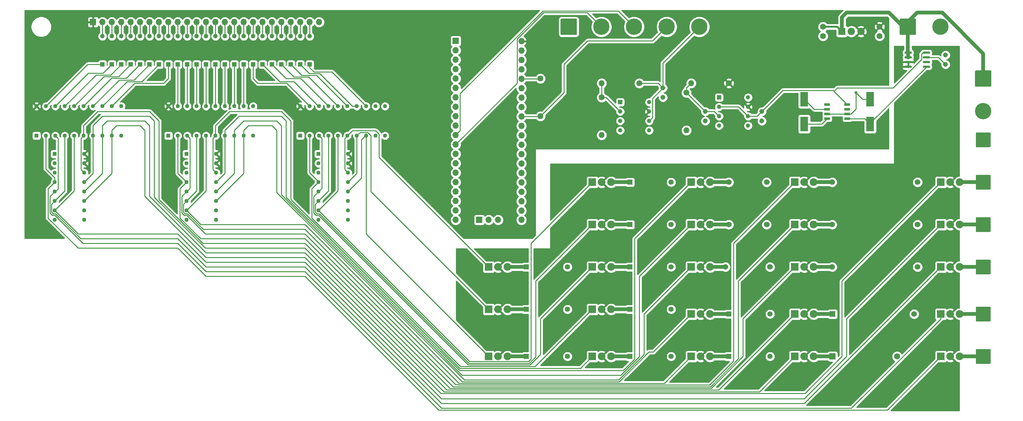
<source format=gbr>
%TF.GenerationSoftware,KiCad,Pcbnew,(5.1.12)-1*%
%TF.CreationDate,2022-01-28T10:52:39+13:00*%
%TF.ProjectId,switch_board,73776974-6368-45f6-926f-6172642e6b69,rev?*%
%TF.SameCoordinates,Original*%
%TF.FileFunction,Copper,L1,Top*%
%TF.FilePolarity,Positive*%
%FSLAX46Y46*%
G04 Gerber Fmt 4.6, Leading zero omitted, Abs format (unit mm)*
G04 Created by KiCad (PCBNEW (5.1.12)-1) date 2022-01-28 10:52:39*
%MOMM*%
%LPD*%
G01*
G04 APERTURE LIST*
%TA.AperFunction,ComponentPad*%
%ADD10C,4.400000*%
%TD*%
%TA.AperFunction,ComponentPad*%
%ADD11R,1.130000X1.130000*%
%TD*%
%TA.AperFunction,ComponentPad*%
%ADD12C,1.130000*%
%TD*%
%TA.AperFunction,ComponentPad*%
%ADD13C,1.244600*%
%TD*%
%TA.AperFunction,ComponentPad*%
%ADD14R,1.244600X1.244600*%
%TD*%
%TA.AperFunction,ComponentPad*%
%ADD15C,1.600000*%
%TD*%
%TA.AperFunction,ComponentPad*%
%ADD16C,1.316000*%
%TD*%
%TA.AperFunction,SMDPad,CuDef*%
%ADD17R,2.150000X4.000000*%
%TD*%
%TA.AperFunction,SMDPad,CuDef*%
%ADD18R,1.528000X0.650000*%
%TD*%
%TA.AperFunction,ComponentPad*%
%ADD19R,1.159000X1.159000*%
%TD*%
%TA.AperFunction,ComponentPad*%
%ADD20C,1.159000*%
%TD*%
%TA.AperFunction,ComponentPad*%
%ADD21R,1.700000X1.700000*%
%TD*%
%TA.AperFunction,ComponentPad*%
%ADD22O,1.700000X1.700000*%
%TD*%
%TA.AperFunction,ComponentPad*%
%ADD23R,2.070000X2.070000*%
%TD*%
%TA.AperFunction,ComponentPad*%
%ADD24C,2.070000*%
%TD*%
%TA.AperFunction,ComponentPad*%
%ADD25O,1.600000X1.600000*%
%TD*%
%TA.AperFunction,ComponentPad*%
%ADD26R,1.524000X1.524000*%
%TD*%
%TA.AperFunction,ComponentPad*%
%ADD27C,1.524000*%
%TD*%
%TA.AperFunction,ComponentPad*%
%ADD28R,1.397000X1.397000*%
%TD*%
%TA.AperFunction,ComponentPad*%
%ADD29C,1.397000*%
%TD*%
%TA.AperFunction,ComponentPad*%
%ADD30R,1.651000X1.651000*%
%TD*%
%TA.AperFunction,ComponentPad*%
%ADD31C,1.651000*%
%TD*%
%TA.AperFunction,ComponentPad*%
%ADD32R,1.980000X1.980000*%
%TD*%
%TA.AperFunction,ComponentPad*%
%ADD33C,1.980000*%
%TD*%
%TA.AperFunction,ViaPad*%
%ADD34C,0.800000*%
%TD*%
%TA.AperFunction,Conductor*%
%ADD35C,0.250000*%
%TD*%
%TA.AperFunction,Conductor*%
%ADD36C,1.000000*%
%TD*%
%TA.AperFunction,Conductor*%
%ADD37C,0.500000*%
%TD*%
%TA.AperFunction,Conductor*%
%ADD38C,0.254000*%
%TD*%
%TA.AperFunction,Conductor*%
%ADD39C,0.100000*%
%TD*%
G04 APERTURE END LIST*
%TO.P,J1,1*%
%TO.N,GND*%
%TA.AperFunction,ComponentPad*%
G36*
G01*
X160360000Y-19730001D02*
X160360000Y-15829999D01*
G75*
G02*
X160609999Y-15580000I249999J0D01*
G01*
X164510001Y-15580000D01*
G75*
G02*
X164760000Y-15829999I0J-249999D01*
G01*
X164760000Y-19730001D01*
G75*
G02*
X164510001Y-19980000I-249999J0D01*
G01*
X160609999Y-19980000D01*
G75*
G02*
X160360000Y-19730001I0J249999D01*
G01*
G37*
%TD.AperFunction*%
D10*
%TO.P,J1,2*%
%TO.N,UART_RX*%
X171360000Y-17780000D03*
%TO.P,J1,3*%
%TO.N,UART_TX*%
X180160000Y-17780000D03*
%TO.P,J1,4*%
%TO.N,SwitchSignal*%
X188960000Y-17780000D03*
%TO.P,J1,5*%
%TO.N,CurrentDetect*%
X197760000Y-17780000D03*
%TD*%
D11*
%TO.P,IC5,1*%
%TO.N,Net-(IC5-Pad1)*%
X54610000Y-47150000D03*
D12*
%TO.P,IC5,2*%
%TO.N,/TV*%
X57150000Y-47150000D03*
%TO.P,IC5,3*%
%TO.N,/Oven*%
X59690000Y-47150000D03*
%TO.P,IC5,4*%
%TO.N,/Light_b2*%
X62230000Y-47150000D03*
%TO.P,IC5,5*%
%TO.N,/Light_bth*%
X64770000Y-47150000D03*
%TO.P,IC5,6*%
%TO.N,/KitchenL1*%
X67310000Y-47150000D03*
%TO.P,IC5,7*%
%TO.N,/LT_chg_1*%
X69850000Y-47150000D03*
%TO.P,IC5,8*%
%TO.N,/LT_chg_2*%
X72390000Y-47150000D03*
%TO.P,IC5,9*%
%TO.N,/Stereo*%
X74930000Y-47150000D03*
%TO.P,IC5,10*%
%TO.N,Net-(IC5-Pad10)*%
X77470000Y-47150000D03*
%TO.P,IC5,11*%
%TO.N,GND*%
X77470000Y-39210000D03*
%TO.P,IC5,12*%
%TO.N,/LED16*%
X74930000Y-39210000D03*
%TO.P,IC5,13*%
%TO.N,/LED15*%
X72390000Y-39210000D03*
%TO.P,IC5,14*%
%TO.N,/LED14*%
X69850000Y-39210000D03*
%TO.P,IC5,15*%
%TO.N,/LED13*%
X67310000Y-39210000D03*
%TO.P,IC5,16*%
%TO.N,/LED12*%
X64770000Y-39210000D03*
%TO.P,IC5,17*%
%TO.N,/LED11*%
X62230000Y-39210000D03*
%TO.P,IC5,18*%
%TO.N,/LED10*%
X59690000Y-39210000D03*
%TO.P,IC5,19*%
%TO.N,/LED9*%
X57150000Y-39210000D03*
%TO.P,IC5,20*%
%TO.N,+5V*%
X54610000Y-39210000D03*
%TD*%
%TO.P,IC4,20*%
%TO.N,+5V*%
X19050000Y-39210000D03*
%TO.P,IC4,19*%
%TO.N,/LED1*%
X21590000Y-39210000D03*
%TO.P,IC4,18*%
%TO.N,/LED2*%
X24130000Y-39210000D03*
%TO.P,IC4,17*%
%TO.N,/LED3*%
X26670000Y-39210000D03*
%TO.P,IC4,16*%
%TO.N,/LED4*%
X29210000Y-39210000D03*
%TO.P,IC4,15*%
%TO.N,/LED5*%
X31750000Y-39210000D03*
%TO.P,IC4,14*%
%TO.N,/LED6*%
X34290000Y-39210000D03*
%TO.P,IC4,13*%
%TO.N,/LED7*%
X36830000Y-39210000D03*
%TO.P,IC4,12*%
%TO.N,/LED8*%
X39370000Y-39210000D03*
%TO.P,IC4,11*%
%TO.N,GND*%
X41910000Y-39210000D03*
%TO.P,IC4,10*%
%TO.N,Net-(IC4-Pad10)*%
X41910000Y-47150000D03*
%TO.P,IC4,9*%
%TO.N,/Heater*%
X39370000Y-47150000D03*
%TO.P,IC4,8*%
%TO.N,/KitchenL2*%
X36830000Y-47150000D03*
%TO.P,IC4,7*%
%TO.N,/LoungeLi*%
X34290000Y-47150000D03*
%TO.P,IC4,6*%
%TO.N,/Fridge*%
X31750000Y-47150000D03*
%TO.P,IC4,5*%
%TO.N,/Jug*%
X29210000Y-47150000D03*
%TO.P,IC4,4*%
%TO.N,/Water_heat*%
X26670000Y-47150000D03*
%TO.P,IC4,3*%
%TO.N,/Dishwasher*%
X24130000Y-47150000D03*
%TO.P,IC4,2*%
%TO.N,/Toaster*%
X21590000Y-47150000D03*
D11*
%TO.P,IC4,1*%
%TO.N,Net-(IC4-Pad1)*%
X19050000Y-47150000D03*
%TD*%
D13*
%TO.P,R23,2*%
%TO.N,Net-(LED_Out1-Pad2)*%
X36830000Y-20320000D03*
D14*
%TO.P,R23,1*%
%TO.N,/LED1*%
X36830000Y-27940000D03*
%TD*%
D15*
%TO.P,C1,2*%
%TO.N,GND*%
X231140000Y-20280000D03*
%TO.P,C1,1*%
%TO.N,+24V*%
X231140000Y-17780000D03*
%TD*%
%TO.P,C2,1*%
%TO.N,+5V*%
X246380000Y-17780000D03*
%TO.P,C2,2*%
%TO.N,GND*%
X246380000Y-20280000D03*
%TD*%
D16*
%TO.P,C3,2*%
%TO.N,GND*%
X199390000Y-43180000D03*
%TO.P,C3,1*%
%TO.N,Net-(C3-Pad1)*%
X199390000Y-40640000D03*
%TD*%
%TO.P,C4,1*%
%TO.N,Net-(C4-Pad1)*%
X214630000Y-40640000D03*
%TO.P,C4,2*%
%TO.N,GND*%
X214630000Y-43180000D03*
%TD*%
%TO.P,C5,1*%
%TO.N,Net-(C5-Pad1)*%
X264160000Y-27940000D03*
%TO.P,C5,2*%
%TO.N,GND*%
X264160000Y-25400000D03*
%TD*%
%TO.P,C6,2*%
%TO.N,GND*%
X187960000Y-36830000D03*
%TO.P,C6,1*%
%TO.N,CurrentDetect*%
X187960000Y-34290000D03*
%TD*%
D17*
%TO.P,C7,2*%
%TO.N,Net-(C7-Pad2)*%
X226060000Y-43990000D03*
%TO.P,C7,1*%
%TO.N,Net-(C7-Pad1)*%
X226060000Y-37290000D03*
%TD*%
%TO.P,C8,1*%
%TO.N,GND*%
X243840000Y-37290000D03*
%TO.P,C8,2*%
%TO.N,Net-(C8-Pad2)*%
X243840000Y-43990000D03*
%TD*%
D12*
%TO.P,IC1,16*%
%TO.N,+5V*%
X31910000Y-52070000D03*
%TO.P,IC1,15*%
X31910000Y-54610000D03*
%TO.P,IC1,14*%
%TO.N,/Fridge*%
X31910000Y-57150000D03*
%TO.P,IC1,13*%
%TO.N,/LoungeLi*%
X31910000Y-59690000D03*
%TO.P,IC1,12*%
%TO.N,/KitchenL2*%
X31910000Y-62230000D03*
%TO.P,IC1,11*%
%TO.N,/Heater*%
X31910000Y-64770000D03*
%TO.P,IC1,10*%
%TO.N,Net-(IC1-Pad10)*%
X31910000Y-67310000D03*
%TO.P,IC1,9*%
%TO.N,Net-(IC1-Pad9)*%
X31910000Y-69850000D03*
%TO.P,IC1,8*%
%TO.N,GND*%
X23970000Y-69850000D03*
%TO.P,IC1,7*%
%TO.N,/Jug*%
X23970000Y-67310000D03*
%TO.P,IC1,6*%
%TO.N,/Water_heat*%
X23970000Y-64770000D03*
%TO.P,IC1,5*%
%TO.N,/Dishwasher*%
X23970000Y-62230000D03*
%TO.P,IC1,4*%
%TO.N,/Toaster*%
X23970000Y-59690000D03*
%TO.P,IC1,3*%
%TO.N,Clock*%
X23970000Y-57150000D03*
%TO.P,IC1,2*%
%TO.N,Data*%
X23970000Y-54610000D03*
D11*
%TO.P,IC1,1*%
%TO.N,Strobe*%
X23970000Y-52070000D03*
%TD*%
%TO.P,IC2,1*%
%TO.N,Strobe*%
X59530000Y-52070000D03*
D12*
%TO.P,IC2,2*%
%TO.N,Net-(IC1-Pad10)*%
X59530000Y-54610000D03*
%TO.P,IC2,3*%
%TO.N,Clock*%
X59530000Y-57150000D03*
%TO.P,IC2,4*%
%TO.N,/TV*%
X59530000Y-59690000D03*
%TO.P,IC2,5*%
%TO.N,/Oven*%
X59530000Y-62230000D03*
%TO.P,IC2,6*%
%TO.N,/Light_b2*%
X59530000Y-64770000D03*
%TO.P,IC2,7*%
%TO.N,/Light_bth*%
X59530000Y-67310000D03*
%TO.P,IC2,8*%
%TO.N,GND*%
X59530000Y-69850000D03*
%TO.P,IC2,9*%
%TO.N,Net-(IC2-Pad9)*%
X67470000Y-69850000D03*
%TO.P,IC2,10*%
%TO.N,Net-(IC2-Pad10)*%
X67470000Y-67310000D03*
%TO.P,IC2,11*%
%TO.N,/Stereo*%
X67470000Y-64770000D03*
%TO.P,IC2,12*%
%TO.N,/LT_chg_2*%
X67470000Y-62230000D03*
%TO.P,IC2,13*%
%TO.N,/LT_chg_1*%
X67470000Y-59690000D03*
%TO.P,IC2,14*%
%TO.N,/KitchenL1*%
X67470000Y-57150000D03*
%TO.P,IC2,15*%
%TO.N,+5V*%
X67470000Y-54610000D03*
%TO.P,IC2,16*%
X67470000Y-52070000D03*
%TD*%
D11*
%TO.P,IC3,1*%
%TO.N,Strobe*%
X95090000Y-52070000D03*
D12*
%TO.P,IC3,2*%
%TO.N,Net-(IC2-Pad10)*%
X95090000Y-54610000D03*
%TO.P,IC3,3*%
%TO.N,Clock*%
X95090000Y-57150000D03*
%TO.P,IC3,4*%
%TO.N,/Light_b1*%
X95090000Y-59690000D03*
%TO.P,IC3,5*%
%TO.N,/Lamp_b1*%
X95090000Y-62230000D03*
%TO.P,IC3,6*%
%TO.N,/Loungela*%
X95090000Y-64770000D03*
%TO.P,IC3,7*%
%TO.N,/Lamp_b2*%
X95090000Y-67310000D03*
%TO.P,IC3,8*%
%TO.N,GND*%
X95090000Y-69850000D03*
%TO.P,IC3,9*%
%TO.N,Net-(IC3-Pad9)*%
X103030000Y-69850000D03*
%TO.P,IC3,10*%
%TO.N,Net-(IC3-Pad10)*%
X103030000Y-67310000D03*
%TO.P,IC3,11*%
%TO.N,Net-(IC3-Pad11)*%
X103030000Y-64770000D03*
%TO.P,IC3,12*%
%TO.N,/Ph_chg_2*%
X103030000Y-62230000D03*
%TO.P,IC3,13*%
%TO.N,/Ph_chg_1*%
X103030000Y-59690000D03*
%TO.P,IC3,14*%
%TO.N,/Clock_b1*%
X103030000Y-57150000D03*
%TO.P,IC3,15*%
%TO.N,+5V*%
X103030000Y-54610000D03*
%TO.P,IC3,16*%
X103030000Y-52070000D03*
%TD*%
D11*
%TO.P,IC6,1*%
%TO.N,Net-(IC6-Pad1)*%
X90170000Y-47150000D03*
D12*
%TO.P,IC6,2*%
%TO.N,/Light_b1*%
X92710000Y-47150000D03*
%TO.P,IC6,3*%
%TO.N,/Lamp_b1*%
X95250000Y-47150000D03*
%TO.P,IC6,4*%
%TO.N,/Loungela*%
X97790000Y-47150000D03*
%TO.P,IC6,5*%
%TO.N,/Lamp_b2*%
X100330000Y-47150000D03*
%TO.P,IC6,6*%
%TO.N,/Clock_b1*%
X102870000Y-47150000D03*
%TO.P,IC6,7*%
%TO.N,/Ph_chg_1*%
X105410000Y-47150000D03*
%TO.P,IC6,8*%
%TO.N,/Ph_chg_2*%
X107950000Y-47150000D03*
%TO.P,IC6,9*%
%TO.N,Net-(IC6-Pad9)*%
X110490000Y-47150000D03*
%TO.P,IC6,10*%
%TO.N,Net-(IC6-Pad10)*%
X113030000Y-47150000D03*
%TO.P,IC6,11*%
%TO.N,GND*%
X113030000Y-39210000D03*
%TO.P,IC6,12*%
%TO.N,Net-(IC6-Pad12)*%
X110490000Y-39210000D03*
%TO.P,IC6,13*%
%TO.N,/LED23*%
X107950000Y-39210000D03*
%TO.P,IC6,14*%
%TO.N,/LED22*%
X105410000Y-39210000D03*
%TO.P,IC6,15*%
%TO.N,/LED21*%
X102870000Y-39210000D03*
%TO.P,IC6,16*%
%TO.N,/LED20*%
X100330000Y-39210000D03*
%TO.P,IC6,17*%
%TO.N,/LED19*%
X97790000Y-39210000D03*
%TO.P,IC6,18*%
%TO.N,/LED18*%
X95250000Y-39210000D03*
%TO.P,IC6,19*%
%TO.N,/LED17*%
X92710000Y-39210000D03*
%TO.P,IC6,20*%
%TO.N,+5V*%
X90170000Y-39210000D03*
%TD*%
D18*
%TO.P,IC7,1*%
%TO.N,Net-(IC7-Pad1)*%
X232239000Y-38735000D03*
%TO.P,IC7,2*%
%TO.N,Net-(C7-Pad1)*%
X232239000Y-40005000D03*
%TO.P,IC7,3*%
%TO.N,GND*%
X232239000Y-41275000D03*
%TO.P,IC7,4*%
%TO.N,Net-(C7-Pad2)*%
X232239000Y-42545000D03*
%TO.P,IC7,5*%
%TO.N,Net-(C8-Pad2)*%
X237661000Y-42545000D03*
%TO.P,IC7,6*%
%TO.N,GND*%
X237661000Y-41275000D03*
%TO.P,IC7,7*%
%TO.N,Net-(IC7-Pad7)*%
X237661000Y-40005000D03*
%TO.P,IC7,8*%
%TO.N,Net-(C4-Pad1)*%
X237661000Y-38735000D03*
%TD*%
D19*
%TO.P,IC8,1*%
%TO.N,Net-(IC8-Pad1)*%
X203105000Y-36830000D03*
D20*
%TO.P,IC8,2*%
%TO.N,Net-(C4-Pad1)*%
X203105000Y-39370000D03*
%TO.P,IC8,3*%
%TO.N,Net-(C3-Pad1)*%
X203105000Y-41910000D03*
%TO.P,IC8,4*%
%TO.N,GND*%
X203105000Y-44450000D03*
%TO.P,IC8,5*%
%TO.N,Net-(IC8-Pad5)*%
X210915000Y-44450000D03*
%TO.P,IC8,6*%
%TO.N,Net-(C4-Pad1)*%
X210915000Y-41910000D03*
%TO.P,IC8,7*%
%TO.N,+5V*%
X210915000Y-39370000D03*
%TO.P,IC8,8*%
%TO.N,Net-(IC8-Pad8)*%
X210915000Y-36830000D03*
%TD*%
%TO.P,IC9,8*%
%TO.N,Net-(IC9-Pad8)*%
X184245000Y-38100000D03*
%TO.P,IC9,7*%
%TO.N,+5V*%
X184245000Y-40640000D03*
%TO.P,IC9,6*%
%TO.N,CurrentDetect*%
X184245000Y-43180000D03*
%TO.P,IC9,5*%
%TO.N,Net-(IC9-Pad5)*%
X184245000Y-45720000D03*
%TO.P,IC9,4*%
%TO.N,GND*%
X176435000Y-45720000D03*
%TO.P,IC9,3*%
%TO.N,Net-(C5-Pad1)*%
X176435000Y-43180000D03*
%TO.P,IC9,2*%
%TO.N,Net-(IC9-Pad2)*%
X176435000Y-40640000D03*
D19*
%TO.P,IC9,1*%
%TO.N,Net-(IC9-Pad1)*%
X176435000Y-38100000D03*
%TD*%
D10*
%TO.P,J2,2*%
%TO.N,GND*%
X262800000Y-17780000D03*
%TO.P,J2,1*%
%TO.N,+24V*%
%TA.AperFunction,ComponentPad*%
G36*
G01*
X251800000Y-19730001D02*
X251800000Y-15829999D01*
G75*
G02*
X252049999Y-15580000I249999J0D01*
G01*
X255950001Y-15580000D01*
G75*
G02*
X256200000Y-15829999I0J-249999D01*
G01*
X256200000Y-19730001D01*
G75*
G02*
X255950001Y-19980000I-249999J0D01*
G01*
X252049999Y-19980000D01*
G75*
G02*
X251800000Y-19730001I0J249999D01*
G01*
G37*
%TD.AperFunction*%
%TD*%
%TO.P,J3,1*%
%TO.N,Net-(J3-Pad1)*%
%TA.AperFunction,ComponentPad*%
G36*
G01*
X272320000Y-61440000D02*
X272320000Y-57940000D01*
G75*
G02*
X272570000Y-57690000I250000J0D01*
G01*
X276070000Y-57690000D01*
G75*
G02*
X276320000Y-57940000I0J-250000D01*
G01*
X276320000Y-61440000D01*
G75*
G02*
X276070000Y-61690000I-250000J0D01*
G01*
X272570000Y-61690000D01*
G75*
G02*
X272320000Y-61440000I0J250000D01*
G01*
G37*
%TD.AperFunction*%
%TD*%
%TO.P,J4,1*%
%TO.N,Net-(J4-Pad1)*%
%TA.AperFunction,ComponentPad*%
G36*
G01*
X272320000Y-72870000D02*
X272320000Y-69370000D01*
G75*
G02*
X272570000Y-69120000I250000J0D01*
G01*
X276070000Y-69120000D01*
G75*
G02*
X276320000Y-69370000I0J-250000D01*
G01*
X276320000Y-72870000D01*
G75*
G02*
X276070000Y-73120000I-250000J0D01*
G01*
X272570000Y-73120000D01*
G75*
G02*
X272320000Y-72870000I0J250000D01*
G01*
G37*
%TD.AperFunction*%
%TD*%
%TO.P,J5,1*%
%TO.N,Net-(J5-Pad1)*%
%TA.AperFunction,ComponentPad*%
G36*
G01*
X272320000Y-84300000D02*
X272320000Y-80800000D01*
G75*
G02*
X272570000Y-80550000I250000J0D01*
G01*
X276070000Y-80550000D01*
G75*
G02*
X276320000Y-80800000I0J-250000D01*
G01*
X276320000Y-84300000D01*
G75*
G02*
X276070000Y-84550000I-250000J0D01*
G01*
X272570000Y-84550000D01*
G75*
G02*
X272320000Y-84300000I0J250000D01*
G01*
G37*
%TD.AperFunction*%
%TD*%
%TO.P,J6,1*%
%TO.N,Net-(J6-Pad1)*%
%TA.AperFunction,ComponentPad*%
G36*
G01*
X272320000Y-97000000D02*
X272320000Y-93500000D01*
G75*
G02*
X272570000Y-93250000I250000J0D01*
G01*
X276070000Y-93250000D01*
G75*
G02*
X276320000Y-93500000I0J-250000D01*
G01*
X276320000Y-97000000D01*
G75*
G02*
X276070000Y-97250000I-250000J0D01*
G01*
X272570000Y-97250000D01*
G75*
G02*
X272320000Y-97000000I0J250000D01*
G01*
G37*
%TD.AperFunction*%
%TD*%
%TO.P,J7,1*%
%TO.N,Net-(J7-Pad1)*%
%TA.AperFunction,ComponentPad*%
G36*
G01*
X272320000Y-108430000D02*
X272320000Y-104930000D01*
G75*
G02*
X272570000Y-104680000I250000J0D01*
G01*
X276070000Y-104680000D01*
G75*
G02*
X276320000Y-104930000I0J-250000D01*
G01*
X276320000Y-108430000D01*
G75*
G02*
X276070000Y-108680000I-250000J0D01*
G01*
X272570000Y-108680000D01*
G75*
G02*
X272320000Y-108430000I0J250000D01*
G01*
G37*
%TD.AperFunction*%
%TD*%
%TO.P,J8,1*%
%TO.N,GND*%
%TA.AperFunction,ComponentPad*%
G36*
G01*
X272320000Y-50010000D02*
X272320000Y-46510000D01*
G75*
G02*
X272570000Y-46260000I250000J0D01*
G01*
X276070000Y-46260000D01*
G75*
G02*
X276320000Y-46510000I0J-250000D01*
G01*
X276320000Y-50010000D01*
G75*
G02*
X276070000Y-50260000I-250000J0D01*
G01*
X272570000Y-50260000D01*
G75*
G02*
X272320000Y-50010000I0J250000D01*
G01*
G37*
%TD.AperFunction*%
%TD*%
D21*
%TO.P,LED_Out1,1*%
%TO.N,+5V*%
X34290000Y-16510000D03*
D22*
%TO.P,LED_Out1,2*%
%TO.N,Net-(LED_Out1-Pad2)*%
X36830000Y-16510000D03*
%TO.P,LED_Out1,3*%
%TO.N,Net-(LED_Out1-Pad3)*%
X39370000Y-16510000D03*
%TO.P,LED_Out1,4*%
%TO.N,Net-(LED_Out1-Pad4)*%
X41910000Y-16510000D03*
%TO.P,LED_Out1,5*%
%TO.N,Net-(LED_Out1-Pad5)*%
X44450000Y-16510000D03*
%TO.P,LED_Out1,6*%
%TO.N,Net-(LED_Out1-Pad6)*%
X46990000Y-16510000D03*
%TO.P,LED_Out1,7*%
%TO.N,Net-(LED_Out1-Pad7)*%
X49530000Y-16510000D03*
%TO.P,LED_Out1,8*%
%TO.N,Net-(LED_Out1-Pad8)*%
X52070000Y-16510000D03*
%TO.P,LED_Out1,9*%
%TO.N,Net-(LED_Out1-Pad9)*%
X54610000Y-16510000D03*
%TO.P,LED_Out1,10*%
%TO.N,Net-(LED_Out1-Pad10)*%
X57150000Y-16510000D03*
%TO.P,LED_Out1,11*%
%TO.N,Net-(LED_Out1-Pad11)*%
X59690000Y-16510000D03*
%TO.P,LED_Out1,12*%
%TO.N,Net-(LED_Out1-Pad12)*%
X62230000Y-16510000D03*
%TO.P,LED_Out1,13*%
%TO.N,Net-(LED_Out1-Pad13)*%
X64770000Y-16510000D03*
%TO.P,LED_Out1,14*%
%TO.N,Net-(LED_Out1-Pad14)*%
X67310000Y-16510000D03*
%TO.P,LED_Out1,15*%
%TO.N,Net-(LED_Out1-Pad15)*%
X69850000Y-16510000D03*
%TO.P,LED_Out1,16*%
%TO.N,Net-(LED_Out1-Pad16)*%
X72390000Y-16510000D03*
%TO.P,LED_Out1,17*%
%TO.N,Net-(LED_Out1-Pad17)*%
X74930000Y-16510000D03*
%TO.P,LED_Out1,18*%
%TO.N,Net-(LED_Out1-Pad18)*%
X77470000Y-16510000D03*
%TO.P,LED_Out1,19*%
%TO.N,Net-(LED_Out1-Pad19)*%
X80010000Y-16510000D03*
%TO.P,LED_Out1,20*%
%TO.N,Net-(LED_Out1-Pad20)*%
X82550000Y-16510000D03*
%TO.P,LED_Out1,21*%
%TO.N,Net-(LED_Out1-Pad21)*%
X85090000Y-16510000D03*
%TO.P,LED_Out1,22*%
%TO.N,Net-(LED_Out1-Pad22)*%
X87630000Y-16510000D03*
%TO.P,LED_Out1,23*%
%TO.N,Net-(LED_Out1-Pad23)*%
X90170000Y-16510000D03*
%TO.P,LED_Out1,24*%
%TO.N,Net-(LED_Out1-Pad24)*%
X92710000Y-16510000D03*
%TO.P,LED_Out1,25*%
%TO.N,GND*%
X95250000Y-16510000D03*
%TD*%
%TO.P,M1,1*%
%TO.N,+24V*%
%TA.AperFunction,ComponentPad*%
G36*
G01*
X272369999Y-29550000D02*
X276270001Y-29550000D01*
G75*
G02*
X276520000Y-29799999I0J-249999D01*
G01*
X276520000Y-33700001D01*
G75*
G02*
X276270001Y-33950000I-249999J0D01*
G01*
X272369999Y-33950000D01*
G75*
G02*
X272120000Y-33700001I0J249999D01*
G01*
X272120000Y-29799999D01*
G75*
G02*
X272369999Y-29550000I249999J0D01*
G01*
G37*
%TD.AperFunction*%
D10*
%TO.P,M1,2*%
%TO.N,GND*%
X274320000Y-40550000D03*
%TD*%
D23*
%TO.P,Q1,1*%
%TO.N,/LoungeLi*%
X223520000Y-95250000D03*
D24*
%TO.P,Q1,2*%
%TO.N,24V*%
X226060000Y-95250000D03*
%TO.P,Q1,3*%
%TO.N,Net-(Q1-Pad3)*%
X228600000Y-95250000D03*
%TD*%
%TO.P,Q2,3*%
%TO.N,Net-(Q2-Pad3)*%
X173990000Y-106680000D03*
%TO.P,Q2,2*%
%TO.N,24V*%
X171450000Y-106680000D03*
D23*
%TO.P,Q2,1*%
%TO.N,/KitchenL1*%
X168910000Y-106680000D03*
%TD*%
%TO.P,Q3,1*%
%TO.N,/KitchenL2*%
X223520000Y-106680000D03*
D24*
%TO.P,Q3,2*%
%TO.N,24V*%
X226060000Y-106680000D03*
%TO.P,Q3,3*%
%TO.N,Net-(Q3-Pad3)*%
X228600000Y-106680000D03*
%TD*%
%TO.P,Q4,3*%
%TO.N,Net-(Q4-Pad3)*%
X200660000Y-82550000D03*
%TO.P,Q4,2*%
%TO.N,24V*%
X198120000Y-82550000D03*
D23*
%TO.P,Q4,1*%
%TO.N,/Stereo*%
X195580000Y-82550000D03*
%TD*%
%TO.P,Q5,1*%
%TO.N,/Loungela*%
X168910000Y-71120000D03*
D24*
%TO.P,Q5,2*%
%TO.N,24V*%
X171450000Y-71120000D03*
%TO.P,Q5,3*%
%TO.N,Net-(Q5-Pad3)*%
X173990000Y-71120000D03*
%TD*%
%TO.P,Q6,3*%
%TO.N,Net-(Q6-Pad3)*%
X228600000Y-71120000D03*
%TO.P,Q6,2*%
%TO.N,24V*%
X226060000Y-71120000D03*
D23*
%TO.P,Q6,1*%
%TO.N,/TV*%
X223520000Y-71120000D03*
%TD*%
%TO.P,Q7,1*%
%TO.N,/Fridge*%
X223520000Y-82550000D03*
D24*
%TO.P,Q7,2*%
%TO.N,24V*%
X226060000Y-82550000D03*
%TO.P,Q7,3*%
%TO.N,Net-(Q7-Pad3)*%
X228600000Y-82550000D03*
%TD*%
D23*
%TO.P,Q8,1*%
%TO.N,/Oven*%
X223520000Y-59690000D03*
D24*
%TO.P,Q8,2*%
%TO.N,24V*%
X226060000Y-59690000D03*
%TO.P,Q8,3*%
%TO.N,Net-(Q8-Pad3)*%
X228600000Y-59690000D03*
%TD*%
%TO.P,Q9,3*%
%TO.N,Net-(Q9-Pad3)*%
X173990000Y-82550000D03*
%TO.P,Q9,2*%
%TO.N,24V*%
X171450000Y-82550000D03*
D23*
%TO.P,Q9,1*%
%TO.N,/Lamp_b1*%
X168910000Y-82550000D03*
%TD*%
D24*
%TO.P,Q10,3*%
%TO.N,Net-(Q10-Pad3)*%
X146050000Y-82550000D03*
%TO.P,Q10,2*%
%TO.N,24V*%
X143510000Y-82550000D03*
D23*
%TO.P,Q10,1*%
%TO.N,/Clock_b1*%
X140970000Y-82550000D03*
%TD*%
D24*
%TO.P,Q11,3*%
%TO.N,Net-(Q11-Pad3)*%
X200660000Y-59690000D03*
%TO.P,Q11,2*%
%TO.N,24V*%
X198120000Y-59690000D03*
D23*
%TO.P,Q11,1*%
%TO.N,/LT_chg_1*%
X195580000Y-59690000D03*
%TD*%
%TO.P,Q12,1*%
%TO.N,/LT_chg_2*%
X195580000Y-71120000D03*
D24*
%TO.P,Q12,2*%
%TO.N,24V*%
X198120000Y-71120000D03*
%TO.P,Q12,3*%
%TO.N,Net-(Q12-Pad3)*%
X200660000Y-71120000D03*
%TD*%
D23*
%TO.P,Q13,1*%
%TO.N,/Lamp_b2*%
X168910000Y-59690000D03*
D24*
%TO.P,Q13,2*%
%TO.N,24V*%
X171450000Y-59690000D03*
%TO.P,Q13,3*%
%TO.N,Net-(Q13-Pad3)*%
X173990000Y-59690000D03*
%TD*%
D23*
%TO.P,Q14,1*%
%TO.N,/Ph_chg_1*%
X140970000Y-93980000D03*
D24*
%TO.P,Q14,2*%
%TO.N,24V*%
X143510000Y-93980000D03*
%TO.P,Q14,3*%
%TO.N,Net-(Q14-Pad3)*%
X146050000Y-93980000D03*
%TD*%
%TO.P,Q15,3*%
%TO.N,Net-(Q15-Pad3)*%
X146050000Y-106680000D03*
%TO.P,Q15,2*%
%TO.N,24V*%
X143510000Y-106680000D03*
D23*
%TO.P,Q15,1*%
%TO.N,/Ph_chg_2*%
X140970000Y-106680000D03*
%TD*%
%TO.P,Q16,1*%
%TO.N,/Light_b1*%
X168910000Y-93980000D03*
D24*
%TO.P,Q16,2*%
%TO.N,24V*%
X171450000Y-93980000D03*
%TO.P,Q16,3*%
%TO.N,Net-(Q16-Pad3)*%
X173990000Y-93980000D03*
%TD*%
%TO.P,Q17,3*%
%TO.N,Net-(Q17-Pad3)*%
X200660000Y-95250000D03*
%TO.P,Q17,2*%
%TO.N,24V*%
X198120000Y-95250000D03*
D23*
%TO.P,Q17,1*%
%TO.N,/Light_bth*%
X195580000Y-95250000D03*
%TD*%
%TO.P,Q18,1*%
%TO.N,/Light_b2*%
X195580000Y-106680000D03*
D24*
%TO.P,Q18,2*%
%TO.N,24V*%
X198120000Y-106680000D03*
%TO.P,Q18,3*%
%TO.N,Net-(Q18-Pad3)*%
X200660000Y-106680000D03*
%TD*%
%TO.P,Q19,3*%
%TO.N,Net-(J3-Pad1)*%
X267970000Y-59690000D03*
%TO.P,Q19,2*%
%TO.N,24V*%
X265430000Y-59690000D03*
D23*
%TO.P,Q19,1*%
%TO.N,/Heater*%
X262890000Y-59690000D03*
%TD*%
%TO.P,Q20,1*%
%TO.N,/Jug*%
X262890000Y-71120000D03*
D24*
%TO.P,Q20,2*%
%TO.N,24V*%
X265430000Y-71120000D03*
%TO.P,Q20,3*%
%TO.N,Net-(J4-Pad1)*%
X267970000Y-71120000D03*
%TD*%
%TO.P,Q21,3*%
%TO.N,Net-(J5-Pad1)*%
X267970000Y-82550000D03*
%TO.P,Q21,2*%
%TO.N,24V*%
X265430000Y-82550000D03*
D23*
%TO.P,Q21,1*%
%TO.N,/Water_heat*%
X262890000Y-82550000D03*
%TD*%
%TO.P,Q22,1*%
%TO.N,/Dishwasher*%
X262890000Y-95250000D03*
D24*
%TO.P,Q22,2*%
%TO.N,24V*%
X265430000Y-95250000D03*
%TO.P,Q22,3*%
%TO.N,Net-(J6-Pad1)*%
X267970000Y-95250000D03*
%TD*%
%TO.P,Q23,3*%
%TO.N,Net-(J7-Pad1)*%
X267970000Y-106680000D03*
%TO.P,Q23,2*%
%TO.N,24V*%
X265430000Y-106680000D03*
D23*
%TO.P,Q23,1*%
%TO.N,/Toaster*%
X262890000Y-106680000D03*
%TD*%
D25*
%TO.P,R1,2*%
%TO.N,Net-(C3-Pad1)*%
X195580000Y-33020000D03*
D15*
%TO.P,R1,1*%
%TO.N,+5V*%
X205740000Y-33020000D03*
%TD*%
%TO.P,R2,1*%
%TO.N,Net-(C3-Pad1)*%
X194310000Y-35560000D03*
D25*
%TO.P,R2,2*%
%TO.N,GND*%
X194310000Y-45720000D03*
%TD*%
D15*
%TO.P,R3,1*%
%TO.N,Net-(IC9-Pad2)*%
X171450000Y-36830000D03*
D25*
%TO.P,R3,2*%
%TO.N,GND*%
X171450000Y-46990000D03*
%TD*%
%TO.P,R4,2*%
%TO.N,Net-(IC9-Pad2)*%
X171450000Y-33020000D03*
D15*
%TO.P,R4,1*%
%TO.N,CurrentDetect*%
X181610000Y-33020000D03*
%TD*%
D26*
%TO.P,R5,1*%
%TO.N,Net-(Q1-Pad3)*%
X233680000Y-95250000D03*
D27*
%TO.P,R5,2*%
%TO.N,GND*%
X255681480Y-95250000D03*
%TD*%
D28*
%TO.P,R6,1*%
%TO.N,Net-(Q2-Pad3)*%
X179070000Y-106680000D03*
D29*
%TO.P,R6,2*%
%TO.N,GND*%
X190172340Y-106680000D03*
%TD*%
D30*
%TO.P,R7,1*%
%TO.N,Net-(Q3-Pad3)*%
X233680000Y-106680000D03*
D31*
%TO.P,R7,2*%
%TO.N,GND*%
X251081539Y-106680000D03*
%TD*%
D27*
%TO.P,R8,1*%
%TO.N,Net-(Q4-Pad3)*%
X204820000Y-82550000D03*
%TO.P,R8,2*%
%TO.N,GND*%
X216820000Y-82550000D03*
%TD*%
D28*
%TO.P,R9,1*%
%TO.N,Net-(Q5-Pad3)*%
X179070000Y-71120000D03*
D29*
%TO.P,R9,2*%
%TO.N,GND*%
X190172340Y-71120000D03*
%TD*%
D27*
%TO.P,R10,1*%
%TO.N,Net-(Q6-Pad3)*%
X233610000Y-71120000D03*
%TO.P,R10,2*%
%TO.N,GND*%
X256610000Y-71120000D03*
%TD*%
%TO.P,R11,1*%
%TO.N,Net-(Q7-Pad3)*%
X233610000Y-82550000D03*
%TO.P,R11,2*%
%TO.N,GND*%
X256610000Y-82550000D03*
%TD*%
%TO.P,R12,2*%
%TO.N,GND*%
X256610000Y-59690000D03*
%TO.P,R12,1*%
%TO.N,Net-(Q8-Pad3)*%
X233610000Y-59690000D03*
%TD*%
D29*
%TO.P,R13,2*%
%TO.N,GND*%
X190172340Y-82550000D03*
D28*
%TO.P,R13,1*%
%TO.N,Net-(Q9-Pad3)*%
X179070000Y-82550000D03*
%TD*%
%TO.P,R14,1*%
%TO.N,Net-(Q10-Pad3)*%
X151130000Y-82550000D03*
D29*
%TO.P,R14,2*%
%TO.N,GND*%
X162232340Y-82550000D03*
%TD*%
D27*
%TO.P,R15,2*%
%TO.N,GND*%
X215920000Y-59690000D03*
%TO.P,R15,1*%
%TO.N,Net-(Q11-Pad3)*%
X205720000Y-59690000D03*
%TD*%
%TO.P,R16,1*%
%TO.N,Net-(Q12-Pad3)*%
X205720000Y-71120000D03*
%TO.P,R16,2*%
%TO.N,GND*%
X215920000Y-71120000D03*
%TD*%
D29*
%TO.P,R17,2*%
%TO.N,GND*%
X190172340Y-59690000D03*
D28*
%TO.P,R17,1*%
%TO.N,Net-(Q13-Pad3)*%
X179070000Y-59690000D03*
%TD*%
%TO.P,R18,1*%
%TO.N,Net-(Q14-Pad3)*%
X151130000Y-93980000D03*
D29*
%TO.P,R18,2*%
%TO.N,GND*%
X162232340Y-93980000D03*
%TD*%
%TO.P,R19,2*%
%TO.N,GND*%
X162232340Y-106680000D03*
D28*
%TO.P,R19,1*%
%TO.N,Net-(Q15-Pad3)*%
X151130000Y-106680000D03*
%TD*%
D29*
%TO.P,R20,2*%
%TO.N,GND*%
X190172340Y-93980000D03*
D28*
%TO.P,R20,1*%
%TO.N,Net-(Q16-Pad3)*%
X179070000Y-93980000D03*
%TD*%
%TO.P,R21,1*%
%TO.N,Net-(Q17-Pad3)*%
X205740000Y-95250000D03*
D29*
%TO.P,R21,2*%
%TO.N,GND*%
X216842340Y-95250000D03*
%TD*%
%TO.P,R22,2*%
%TO.N,GND*%
X216842340Y-106680000D03*
D28*
%TO.P,R22,1*%
%TO.N,Net-(Q18-Pad3)*%
X205740000Y-106680000D03*
%TD*%
D14*
%TO.P,R24,1*%
%TO.N,/LED2*%
X39370000Y-27940000D03*
D13*
%TO.P,R24,2*%
%TO.N,Net-(LED_Out1-Pad3)*%
X39370000Y-20320000D03*
%TD*%
D14*
%TO.P,R25,1*%
%TO.N,/LED3*%
X41910000Y-27940000D03*
D13*
%TO.P,R25,2*%
%TO.N,Net-(LED_Out1-Pad4)*%
X41910000Y-20320000D03*
%TD*%
%TO.P,R26,2*%
%TO.N,Net-(LED_Out1-Pad5)*%
X44450000Y-20320000D03*
D14*
%TO.P,R26,1*%
%TO.N,/LED4*%
X44450000Y-27940000D03*
%TD*%
D13*
%TO.P,R27,2*%
%TO.N,Net-(LED_Out1-Pad6)*%
X46990000Y-20320000D03*
D14*
%TO.P,R27,1*%
%TO.N,/LED5*%
X46990000Y-27940000D03*
%TD*%
%TO.P,R28,1*%
%TO.N,/LED6*%
X49530000Y-27940000D03*
D13*
%TO.P,R28,2*%
%TO.N,Net-(LED_Out1-Pad7)*%
X49530000Y-20320000D03*
%TD*%
D14*
%TO.P,R29,1*%
%TO.N,/LED7*%
X52070000Y-27940000D03*
D13*
%TO.P,R29,2*%
%TO.N,Net-(LED_Out1-Pad8)*%
X52070000Y-20320000D03*
%TD*%
%TO.P,R30,2*%
%TO.N,Net-(LED_Out1-Pad9)*%
X54610000Y-20320000D03*
D14*
%TO.P,R30,1*%
%TO.N,/LED8*%
X54610000Y-27940000D03*
%TD*%
D13*
%TO.P,R31,2*%
%TO.N,Net-(LED_Out1-Pad10)*%
X57150000Y-20320000D03*
D14*
%TO.P,R31,1*%
%TO.N,/LED9*%
X57150000Y-27940000D03*
%TD*%
%TO.P,R32,1*%
%TO.N,/LED10*%
X59690000Y-27940000D03*
D13*
%TO.P,R32,2*%
%TO.N,Net-(LED_Out1-Pad11)*%
X59690000Y-20320000D03*
%TD*%
D14*
%TO.P,R33,1*%
%TO.N,/LED11*%
X62230000Y-27940000D03*
D13*
%TO.P,R33,2*%
%TO.N,Net-(LED_Out1-Pad12)*%
X62230000Y-20320000D03*
%TD*%
%TO.P,R34,2*%
%TO.N,Net-(LED_Out1-Pad13)*%
X64770000Y-20320000D03*
D14*
%TO.P,R34,1*%
%TO.N,/LED12*%
X64770000Y-27940000D03*
%TD*%
D13*
%TO.P,R35,2*%
%TO.N,Net-(LED_Out1-Pad14)*%
X67310000Y-20320000D03*
D14*
%TO.P,R35,1*%
%TO.N,/LED13*%
X67310000Y-27940000D03*
%TD*%
%TO.P,R36,1*%
%TO.N,/LED14*%
X69850000Y-27940000D03*
D13*
%TO.P,R36,2*%
%TO.N,Net-(LED_Out1-Pad15)*%
X69850000Y-20320000D03*
%TD*%
D14*
%TO.P,R37,1*%
%TO.N,/LED15*%
X72390000Y-27940000D03*
D13*
%TO.P,R37,2*%
%TO.N,Net-(LED_Out1-Pad16)*%
X72390000Y-20320000D03*
%TD*%
%TO.P,R38,2*%
%TO.N,Net-(LED_Out1-Pad17)*%
X74930000Y-20320000D03*
D14*
%TO.P,R38,1*%
%TO.N,/LED16*%
X74930000Y-27940000D03*
%TD*%
D13*
%TO.P,R39,2*%
%TO.N,Net-(LED_Out1-Pad18)*%
X77470000Y-20320000D03*
D14*
%TO.P,R39,1*%
%TO.N,/LED17*%
X77470000Y-27940000D03*
%TD*%
%TO.P,R40,1*%
%TO.N,/LED18*%
X80010000Y-27940000D03*
D13*
%TO.P,R40,2*%
%TO.N,Net-(LED_Out1-Pad19)*%
X80010000Y-20320000D03*
%TD*%
D14*
%TO.P,R41,1*%
%TO.N,/LED19*%
X82550000Y-27940000D03*
D13*
%TO.P,R41,2*%
%TO.N,Net-(LED_Out1-Pad20)*%
X82550000Y-20320000D03*
%TD*%
%TO.P,R42,2*%
%TO.N,Net-(LED_Out1-Pad21)*%
X85090000Y-20320000D03*
D14*
%TO.P,R42,1*%
%TO.N,/LED20*%
X85090000Y-27940000D03*
%TD*%
D13*
%TO.P,R43,2*%
%TO.N,Net-(LED_Out1-Pad22)*%
X87630000Y-20320000D03*
D14*
%TO.P,R43,1*%
%TO.N,/LED21*%
X87630000Y-27940000D03*
%TD*%
%TO.P,R44,1*%
%TO.N,/LED22*%
X90170000Y-27940000D03*
D13*
%TO.P,R44,2*%
%TO.N,Net-(LED_Out1-Pad23)*%
X90170000Y-20320000D03*
%TD*%
D14*
%TO.P,R45,1*%
%TO.N,/LED23*%
X92710000Y-27940000D03*
D13*
%TO.P,R45,2*%
%TO.N,Net-(LED_Out1-Pad24)*%
X92710000Y-20320000D03*
%TD*%
D15*
%TO.P,R46,1*%
%TO.N,Net-(R46-Pad1)*%
X154940000Y-31750000D03*
D25*
%TO.P,R46,2*%
%TO.N,SwitchSignal*%
X154940000Y-41910000D03*
%TD*%
D22*
%TO.P,U1,21*%
%TO.N,Net-(U1-Pad21)*%
X149800000Y-69850000D03*
D21*
%TO.P,U1,1*%
%TO.N,Data*%
X132080000Y-21590000D03*
D22*
%TO.P,U1,2*%
%TO.N,Clock*%
X132080000Y-24130000D03*
%TO.P,U1,3*%
%TO.N,Net-(U1-Pad3)*%
X132080000Y-26670000D03*
%TO.P,U1,4*%
%TO.N,Strobe*%
X132080000Y-29210000D03*
%TO.P,U1,5*%
%TO.N,Net-(U1-Pad5)*%
X132080000Y-31750000D03*
%TO.P,U1,6*%
%TO.N,Net-(U1-Pad6)*%
X132080000Y-34290000D03*
%TO.P,U1,7*%
%TO.N,Net-(U1-Pad7)*%
X132080000Y-36830000D03*
%TO.P,U1,8*%
%TO.N,Net-(U1-Pad8)*%
X132080000Y-39370000D03*
%TO.P,U1,9*%
%TO.N,Net-(U1-Pad9)*%
X132080000Y-41910000D03*
%TO.P,U1,10*%
%TO.N,Net-(U1-Pad10)*%
X132080000Y-44450000D03*
%TO.P,U1,11*%
%TO.N,UART_TX*%
X132080000Y-46990000D03*
%TO.P,U1,12*%
%TO.N,UART_RX*%
X132080000Y-49530000D03*
%TO.P,U1,13*%
%TO.N,Net-(U1-Pad13)*%
X132080000Y-52070000D03*
%TO.P,U1,14*%
%TO.N,Net-(U1-Pad14)*%
X132080000Y-54610000D03*
%TO.P,U1,15*%
%TO.N,Net-(U1-Pad15)*%
X132080000Y-57150000D03*
%TO.P,U1,16*%
%TO.N,Net-(U1-Pad16)*%
X132080000Y-59690000D03*
%TO.P,U1,17*%
%TO.N,Net-(U1-Pad17)*%
X132080000Y-62230000D03*
%TO.P,U1,18*%
%TO.N,Net-(U1-Pad18)*%
X132080000Y-64770000D03*
%TO.P,U1,19*%
%TO.N,Net-(U1-Pad19)*%
X132080000Y-67310000D03*
%TO.P,U1,20*%
%TO.N,Net-(U1-Pad20)*%
X132080000Y-69850000D03*
%TO.P,U1,40*%
%TO.N,+5V*%
X149800000Y-21650000D03*
%TO.P,U1,39*%
%TO.N,Net-(U1-Pad39)*%
X149800000Y-24190000D03*
%TO.P,U1,38*%
%TO.N,GND*%
X149800000Y-26730000D03*
%TO.P,U1,37*%
%TO.N,Net-(U1-Pad37)*%
X149800000Y-29270000D03*
%TO.P,U1,36*%
%TO.N,Net-(R46-Pad1)*%
X149800000Y-31810000D03*
%TO.P,U1,35*%
%TO.N,Net-(U1-Pad35)*%
X149800000Y-34350000D03*
%TO.P,U1,34*%
%TO.N,Net-(U1-Pad34)*%
X149800000Y-36890000D03*
%TO.P,U1,33*%
%TO.N,Net-(U1-Pad33)*%
X149800000Y-39430000D03*
%TO.P,U1,32*%
%TO.N,SwitchSignal*%
X149800000Y-41970000D03*
%TO.P,U1,31*%
%TO.N,Net-(U1-Pad31)*%
X149800000Y-44510000D03*
%TO.P,U1,30*%
%TO.N,Net-(U1-Pad30)*%
X149800000Y-47050000D03*
%TO.P,U1,29*%
%TO.N,Net-(U1-Pad29)*%
X149800000Y-49590000D03*
%TO.P,U1,28*%
%TO.N,Net-(U1-Pad28)*%
X149800000Y-52130000D03*
%TO.P,U1,27*%
%TO.N,Net-(U1-Pad27)*%
X149800000Y-54670000D03*
%TO.P,U1,26*%
%TO.N,Net-(U1-Pad26)*%
X149800000Y-57210000D03*
%TO.P,U1,25*%
%TO.N,Net-(U1-Pad25)*%
X149800000Y-59750000D03*
%TO.P,U1,24*%
%TO.N,Net-(U1-Pad24)*%
X149800000Y-62290000D03*
%TO.P,U1,23*%
%TO.N,Net-(U1-Pad23)*%
X149800000Y-64830000D03*
%TO.P,U1,22*%
%TO.N,Net-(U1-Pad22)*%
X149800000Y-67370000D03*
D21*
%TO.P,U1,41*%
%TO.N,Net-(U1-Pad41)*%
X138430000Y-69850000D03*
D22*
%TO.P,U1,43*%
%TO.N,Net-(U1-Pad43)*%
X143510000Y-69850000D03*
%TO.P,U1,42*%
%TO.N,Net-(U1-Pad42)*%
X140970000Y-69850000D03*
%TD*%
D32*
%TO.P,U2,1*%
%TO.N,+24V*%
X236220000Y-19050000D03*
D33*
%TO.P,U2,2*%
%TO.N,GND*%
X238770000Y-19050000D03*
%TO.P,U2,3*%
%TO.N,+5V*%
X241320000Y-19050000D03*
%TD*%
%TO.P,U3,1*%
%TO.N,+24V*%
%TA.AperFunction,SMDPad,CuDef*%
G36*
G01*
X253090000Y-24915000D02*
X253090000Y-24615000D01*
G75*
G02*
X253240000Y-24465000I150000J0D01*
G01*
X254890000Y-24465000D01*
G75*
G02*
X255040000Y-24615000I0J-150000D01*
G01*
X255040000Y-24915000D01*
G75*
G02*
X254890000Y-25065000I-150000J0D01*
G01*
X253240000Y-25065000D01*
G75*
G02*
X253090000Y-24915000I0J150000D01*
G01*
G37*
%TD.AperFunction*%
%TO.P,U3,2*%
%TA.AperFunction,SMDPad,CuDef*%
G36*
G01*
X253090000Y-26185000D02*
X253090000Y-25885000D01*
G75*
G02*
X253240000Y-25735000I150000J0D01*
G01*
X254890000Y-25735000D01*
G75*
G02*
X255040000Y-25885000I0J-150000D01*
G01*
X255040000Y-26185000D01*
G75*
G02*
X254890000Y-26335000I-150000J0D01*
G01*
X253240000Y-26335000D01*
G75*
G02*
X253090000Y-26185000I0J150000D01*
G01*
G37*
%TD.AperFunction*%
%TO.P,U3,3*%
%TO.N,24V*%
%TA.AperFunction,SMDPad,CuDef*%
G36*
G01*
X253090000Y-27455000D02*
X253090000Y-27155000D01*
G75*
G02*
X253240000Y-27005000I150000J0D01*
G01*
X254890000Y-27005000D01*
G75*
G02*
X255040000Y-27155000I0J-150000D01*
G01*
X255040000Y-27455000D01*
G75*
G02*
X254890000Y-27605000I-150000J0D01*
G01*
X253240000Y-27605000D01*
G75*
G02*
X253090000Y-27455000I0J150000D01*
G01*
G37*
%TD.AperFunction*%
%TO.P,U3,4*%
%TA.AperFunction,SMDPad,CuDef*%
G36*
G01*
X253090000Y-28725000D02*
X253090000Y-28425000D01*
G75*
G02*
X253240000Y-28275000I150000J0D01*
G01*
X254890000Y-28275000D01*
G75*
G02*
X255040000Y-28425000I0J-150000D01*
G01*
X255040000Y-28725000D01*
G75*
G02*
X254890000Y-28875000I-150000J0D01*
G01*
X253240000Y-28875000D01*
G75*
G02*
X253090000Y-28725000I0J150000D01*
G01*
G37*
%TD.AperFunction*%
%TO.P,U3,5*%
%TO.N,Net-(C8-Pad2)*%
%TA.AperFunction,SMDPad,CuDef*%
G36*
G01*
X258040000Y-28725000D02*
X258040000Y-28425000D01*
G75*
G02*
X258190000Y-28275000I150000J0D01*
G01*
X259840000Y-28275000D01*
G75*
G02*
X259990000Y-28425000I0J-150000D01*
G01*
X259990000Y-28725000D01*
G75*
G02*
X259840000Y-28875000I-150000J0D01*
G01*
X258190000Y-28875000D01*
G75*
G02*
X258040000Y-28725000I0J150000D01*
G01*
G37*
%TD.AperFunction*%
%TO.P,U3,6*%
%TO.N,Net-(U3-Pad6)*%
%TA.AperFunction,SMDPad,CuDef*%
G36*
G01*
X258040000Y-27455000D02*
X258040000Y-27155000D01*
G75*
G02*
X258190000Y-27005000I150000J0D01*
G01*
X259840000Y-27005000D01*
G75*
G02*
X259990000Y-27155000I0J-150000D01*
G01*
X259990000Y-27455000D01*
G75*
G02*
X259840000Y-27605000I-150000J0D01*
G01*
X258190000Y-27605000D01*
G75*
G02*
X258040000Y-27455000I0J150000D01*
G01*
G37*
%TD.AperFunction*%
%TO.P,U3,7*%
%TO.N,Net-(C5-Pad1)*%
%TA.AperFunction,SMDPad,CuDef*%
G36*
G01*
X258040000Y-26185000D02*
X258040000Y-25885000D01*
G75*
G02*
X258190000Y-25735000I150000J0D01*
G01*
X259840000Y-25735000D01*
G75*
G02*
X259990000Y-25885000I0J-150000D01*
G01*
X259990000Y-26185000D01*
G75*
G02*
X259840000Y-26335000I-150000J0D01*
G01*
X258190000Y-26335000D01*
G75*
G02*
X258040000Y-26185000I0J150000D01*
G01*
G37*
%TD.AperFunction*%
%TO.P,U3,8*%
%TO.N,Net-(C4-Pad1)*%
%TA.AperFunction,SMDPad,CuDef*%
G36*
G01*
X258040000Y-24915000D02*
X258040000Y-24615000D01*
G75*
G02*
X258190000Y-24465000I150000J0D01*
G01*
X259840000Y-24465000D01*
G75*
G02*
X259990000Y-24615000I0J-150000D01*
G01*
X259990000Y-24915000D01*
G75*
G02*
X259840000Y-25065000I-150000J0D01*
G01*
X258190000Y-25065000D01*
G75*
G02*
X258040000Y-24915000I0J150000D01*
G01*
G37*
%TD.AperFunction*%
%TD*%
D34*
%TO.N,GND*%
X240030000Y-35560000D03*
%TD*%
D35*
%TO.N,GND*%
X232239000Y-41275000D02*
X237661000Y-41275000D01*
X241760000Y-37290000D02*
X240030000Y-35560000D01*
X243840000Y-37290000D02*
X241760000Y-37290000D01*
X240030000Y-39920000D02*
X240030000Y-35560000D01*
X238675000Y-41275000D02*
X240030000Y-39920000D01*
X237661000Y-41275000D02*
X238675000Y-41275000D01*
%TO.N,+24V*%
X254000000Y-24700000D02*
X254065000Y-24765000D01*
D36*
X254000000Y-17780000D02*
X254000000Y-24700000D01*
X254065000Y-24765000D02*
X254065000Y-26035000D01*
D37*
X234950000Y-17780000D02*
X236220000Y-19050000D01*
X231140000Y-17780000D02*
X234950000Y-17780000D01*
D35*
X254000000Y-17780000D02*
X252730000Y-17780000D01*
D36*
X252730000Y-17780000D02*
X248920000Y-13970000D01*
X248920000Y-13970000D02*
X237490000Y-13970000D01*
X236220000Y-15240000D02*
X236220000Y-19050000D01*
X237490000Y-13970000D02*
X236220000Y-15240000D01*
D35*
X254000000Y-17780000D02*
X254000000Y-16510000D01*
D36*
X254000000Y-16510000D02*
X256540000Y-13970000D01*
X274320000Y-25007998D02*
X274320000Y-31750000D01*
X263282002Y-13970000D02*
X274320000Y-25007998D01*
X256540000Y-13970000D02*
X263282002Y-13970000D01*
D35*
%TO.N,Net-(C3-Pad1)*%
X194310000Y-34290000D02*
X195580000Y-33020000D01*
X194310000Y-35560000D02*
X194310000Y-34290000D01*
X194310000Y-35560000D02*
X199390000Y-40640000D01*
X201835000Y-40640000D02*
X203105000Y-41910000D01*
X199390000Y-40640000D02*
X201835000Y-40640000D01*
%TO.N,Net-(C4-Pad1)*%
X208375000Y-39370000D02*
X210915000Y-41910000D01*
X203105000Y-39370000D02*
X208375000Y-39370000D01*
X213360000Y-41910000D02*
X214630000Y-40640000D01*
X210915000Y-41910000D02*
X213360000Y-41910000D01*
X220305001Y-34964999D02*
X233890999Y-34964999D01*
X214630000Y-40640000D02*
X220305001Y-34964999D01*
X234083000Y-35157000D02*
X234950000Y-34290000D01*
X233890999Y-34964999D02*
X234083000Y-35157000D01*
X234083000Y-35157000D02*
X237661000Y-38735000D01*
X258040000Y-24765000D02*
X259015000Y-24765000D01*
X257714990Y-26571778D02*
X257714990Y-25090010D01*
X249996768Y-34290000D02*
X257714990Y-26571778D01*
X257714990Y-25090010D02*
X258040000Y-24765000D01*
X234950000Y-34290000D02*
X249996768Y-34290000D01*
%TO.N,Net-(C5-Pad1)*%
X262603001Y-26383001D02*
X264160000Y-27940000D01*
X259015000Y-26035000D02*
X259990000Y-26035000D01*
X262255000Y-26035000D02*
X264160000Y-27940000D01*
X259015000Y-26035000D02*
X262255000Y-26035000D01*
%TO.N,CurrentDetect*%
X186690000Y-33020000D02*
X187960000Y-34290000D01*
X181610000Y-33020000D02*
X186690000Y-33020000D01*
X185149501Y-37100499D02*
X187960000Y-34290000D01*
X185149501Y-42275499D02*
X185149501Y-37100499D01*
X184245000Y-43180000D02*
X185149501Y-42275499D01*
X187960000Y-27580000D02*
X197760000Y-17780000D01*
X187960000Y-34290000D02*
X187960000Y-27580000D01*
%TO.N,Net-(C7-Pad2)*%
X230794000Y-43990000D02*
X232239000Y-42545000D01*
X226060000Y-43990000D02*
X230794000Y-43990000D01*
%TO.N,Net-(C7-Pad1)*%
X228775000Y-40005000D02*
X232239000Y-40005000D01*
X226060000Y-37290000D02*
X228775000Y-40005000D01*
%TO.N,Net-(C8-Pad2)*%
X242395000Y-42545000D02*
X243840000Y-43990000D01*
X237661000Y-42545000D02*
X242395000Y-42545000D01*
X243840000Y-43750000D02*
X259015000Y-28575000D01*
X243840000Y-43990000D02*
X243840000Y-43750000D01*
%TO.N,/Loungela*%
X97790000Y-62070000D02*
X95090000Y-64770000D01*
X97790000Y-47150000D02*
X97790000Y-62070000D01*
X153670000Y-86360000D02*
X168910000Y-71120000D01*
X95343591Y-68200001D02*
X135633601Y-108490011D01*
X94662799Y-68200001D02*
X95343591Y-68200001D01*
X135633601Y-108490011D02*
X151938402Y-108490010D01*
X94199999Y-67737201D02*
X94662799Y-68200001D01*
X94199999Y-65660001D02*
X94199999Y-67737201D01*
X153670000Y-106758412D02*
X153670000Y-86360000D01*
X151938402Y-108490010D02*
X153670000Y-106758412D01*
X95090000Y-64770000D02*
X94199999Y-65660001D01*
%TO.N,/Heater*%
X39370000Y-57310000D02*
X31910000Y-64770000D01*
X39370000Y-47150000D02*
X39370000Y-57310000D01*
X236220000Y-86360000D02*
X262890000Y-59690000D01*
X128060073Y-116630073D02*
X226269927Y-116630073D01*
X64770000Y-80010000D02*
X91440000Y-80010000D01*
X226269927Y-116630073D02*
X236220000Y-106680000D01*
X48260000Y-63500000D02*
X64770000Y-80010000D01*
X48260000Y-45720000D02*
X48260000Y-63500000D01*
X91440000Y-80010000D02*
X128060073Y-116630073D01*
X46990000Y-44450000D02*
X48260000Y-45720000D01*
X236220000Y-106680000D02*
X236220000Y-86360000D01*
X40640000Y-44450000D02*
X46990000Y-44450000D01*
X39370000Y-45720000D02*
X40640000Y-44450000D01*
X39370000Y-47150000D02*
X39370000Y-45720000D01*
%TO.N,/TV*%
X57150000Y-57310000D02*
X59530000Y-59690000D01*
X57150000Y-47150000D02*
X57150000Y-57310000D01*
X57739981Y-69377183D02*
X63292798Y-74930000D01*
X57739981Y-61480019D02*
X57739981Y-69377183D01*
X59530000Y-59690000D02*
X57739981Y-61480019D01*
X63292798Y-74930000D02*
X91440000Y-74930000D01*
X200766373Y-114830037D02*
X208280000Y-107316410D01*
X131340037Y-114830037D02*
X200766373Y-114830037D01*
X91440000Y-74930000D02*
X131340037Y-114830037D01*
X208280000Y-86360000D02*
X223520000Y-71120000D01*
X208280000Y-107316410D02*
X208280000Y-86360000D01*
%TO.N,/Fridge*%
X31019999Y-56259999D02*
X31910000Y-57150000D01*
X31750000Y-47150000D02*
X31019999Y-47880001D01*
X209550000Y-106682820D02*
X209550000Y-96520000D01*
X130520046Y-115280046D02*
X200952774Y-115280046D01*
X91440000Y-76200000D02*
X130520046Y-115280046D01*
X63926388Y-76200000D02*
X91440000Y-76200000D01*
X209550000Y-96520000D02*
X223520000Y-82550000D01*
X52070000Y-64343612D02*
X63926388Y-76200000D01*
X52070000Y-43180000D02*
X52070000Y-64343612D01*
X49530000Y-40640000D02*
X52070000Y-43180000D01*
X35560000Y-40640000D02*
X49530000Y-40640000D01*
X200952774Y-115280046D02*
X209550000Y-106682820D01*
X31750000Y-44450000D02*
X35560000Y-40640000D01*
X31750000Y-47150000D02*
X31750000Y-44450000D01*
X31019999Y-47880001D02*
X31019999Y-56259999D01*
%TO.N,/Stereo*%
X74930000Y-57310000D02*
X67470000Y-64770000D01*
X74930000Y-47150000D02*
X74930000Y-57310000D01*
X182880000Y-95250000D02*
X195580000Y-82550000D01*
X175974822Y-113030000D02*
X182880000Y-106124822D01*
X182880000Y-106124822D02*
X182880000Y-95250000D01*
X134407158Y-113030000D02*
X175974822Y-113030000D01*
X83820000Y-62442842D02*
X134407158Y-113030000D01*
X83820000Y-45720000D02*
X83820000Y-62442842D01*
X82550000Y-44450000D02*
X83820000Y-45720000D01*
X76200000Y-44450000D02*
X82550000Y-44450000D01*
X74930000Y-45720000D02*
X76200000Y-44450000D01*
X74930000Y-47150000D02*
X74930000Y-45720000D01*
%TO.N,/KitchenL2*%
X36830000Y-57310000D02*
X31910000Y-62230000D01*
X36830000Y-47150000D02*
X36830000Y-57310000D01*
X214019936Y-116180064D02*
X223520000Y-106680000D01*
X128880064Y-116180064D02*
X214019936Y-116180064D01*
X91440000Y-78740000D02*
X128880064Y-116180064D01*
X64770000Y-78740000D02*
X91440000Y-78740000D01*
X49530000Y-63500000D02*
X64770000Y-78740000D01*
X48260000Y-43180000D02*
X49530000Y-44450000D01*
X49530000Y-44450000D02*
X49530000Y-63500000D01*
X38100000Y-43180000D02*
X48260000Y-43180000D01*
X36830000Y-44450000D02*
X38100000Y-43180000D01*
X36830000Y-47150000D02*
X36830000Y-44450000D01*
%TO.N,/KitchenL1*%
X66579999Y-56259999D02*
X67470000Y-57150000D01*
X66579999Y-47880001D02*
X66579999Y-56259999D01*
X67310000Y-47150000D02*
X66579999Y-47880001D01*
X165749961Y-109840039D02*
X168910000Y-106680000D01*
X87630000Y-64343612D02*
X133126427Y-109840039D01*
X87630000Y-43180000D02*
X87630000Y-64343612D01*
X85090000Y-40640000D02*
X87630000Y-43180000D01*
X71120000Y-40640000D02*
X85090000Y-40640000D01*
X67310000Y-44450000D02*
X71120000Y-40640000D01*
X133126427Y-109840039D02*
X165749961Y-109840039D01*
X67310000Y-47150000D02*
X67310000Y-44450000D01*
%TO.N,/LoungeLi*%
X34290000Y-57310000D02*
X31910000Y-59690000D01*
X34290000Y-47150000D02*
X34290000Y-57310000D01*
X129700055Y-115730055D02*
X203039945Y-115730055D01*
X203039945Y-115730055D02*
X223520000Y-95250000D01*
X50800000Y-63710022D02*
X64559978Y-77470000D01*
X50800000Y-43180000D02*
X50800000Y-63710022D01*
X49530000Y-41910000D02*
X50800000Y-43180000D01*
X36830000Y-41910000D02*
X49530000Y-41910000D01*
X91440000Y-77470000D02*
X129700055Y-115730055D01*
X34290000Y-44450000D02*
X36830000Y-41910000D01*
X64559978Y-77470000D02*
X91440000Y-77470000D01*
X34290000Y-47150000D02*
X34290000Y-44450000D01*
%TO.N,/Dishwasher*%
X24860001Y-47880001D02*
X24860001Y-61499999D01*
X24130000Y-47150000D02*
X24860001Y-47880001D01*
X24130000Y-62230000D02*
X23970000Y-62230000D01*
X24860001Y-61499999D02*
X24130000Y-62230000D01*
X262890000Y-96535000D02*
X262890000Y-95250000D01*
X128270000Y-120650000D02*
X238775000Y-120650000D01*
X64770000Y-83820000D02*
X91440000Y-83820000D01*
X57150000Y-76200000D02*
X64770000Y-83820000D01*
X31587180Y-76200000D02*
X57150000Y-76200000D01*
X238775000Y-120650000D02*
X262890000Y-96535000D01*
X24037191Y-68650011D02*
X31587180Y-76200000D01*
X23356399Y-68650011D02*
X24037191Y-68650011D01*
X22629990Y-67923602D02*
X23356399Y-68650011D01*
X22629990Y-63570010D02*
X22629990Y-67923602D01*
X91440000Y-83820000D02*
X128270000Y-120650000D01*
X23970000Y-62230000D02*
X22629990Y-63570010D01*
%TO.N,/Oven*%
X60420001Y-47880001D02*
X60420001Y-61339999D01*
X60420001Y-61339999D02*
X59530000Y-62230000D01*
X59690000Y-47150000D02*
X60420001Y-47880001D01*
X207010000Y-76200000D02*
X223520000Y-59690000D01*
X200579972Y-114380028D02*
X207010000Y-107950000D01*
X132793618Y-114380028D02*
X200579972Y-114380028D01*
X132080000Y-114300000D02*
X132713590Y-114300000D01*
X91440000Y-73660000D02*
X132080000Y-114300000D01*
X64607180Y-73660000D02*
X91440000Y-73660000D01*
X59597191Y-68650011D02*
X64607180Y-73660000D01*
X58916399Y-68650011D02*
X59597191Y-68650011D01*
X207010000Y-107950000D02*
X207010000Y-76200000D01*
X58189990Y-67923602D02*
X58916399Y-68650011D01*
X58189990Y-63570010D02*
X58189990Y-67923602D01*
X132713590Y-114300000D02*
X132793618Y-114380028D01*
X59530000Y-62230000D02*
X58189990Y-63570010D01*
%TO.N,/Toaster*%
X23970000Y-58467202D02*
X23970000Y-59690000D01*
X21590000Y-56087202D02*
X23970000Y-58467202D01*
X21590000Y-47150000D02*
X21590000Y-56087202D01*
X22179981Y-61480019D02*
X22179981Y-69377183D01*
X22179981Y-69377183D02*
X30272798Y-77470000D01*
X23970000Y-59690000D02*
X22179981Y-61480019D01*
X30272798Y-77470000D02*
X57150000Y-77470000D01*
X57150000Y-77470000D02*
X64770000Y-85090000D01*
X64770000Y-85090000D02*
X91440000Y-85090000D01*
X248469991Y-121100009D02*
X262890000Y-106680000D01*
X127450009Y-121100009D02*
X248469991Y-121100009D01*
X91440000Y-85090000D02*
X127450009Y-121100009D01*
%TO.N,/Jug*%
X29210000Y-62070000D02*
X23970000Y-67310000D01*
X29210000Y-47150000D02*
X29210000Y-62070000D01*
X237490000Y-96520000D02*
X262890000Y-71120000D01*
X128270000Y-118110000D02*
X226060000Y-118110000D01*
X226060000Y-118110000D02*
X237490000Y-106680000D01*
X91440000Y-81280000D02*
X128270000Y-118110000D01*
X64770000Y-81280000D02*
X91440000Y-81280000D01*
X237490000Y-106680000D02*
X237490000Y-96520000D01*
X57150000Y-73660000D02*
X64770000Y-81280000D01*
X30320000Y-73660000D02*
X57150000Y-73660000D01*
X23970000Y-67310000D02*
X30320000Y-73660000D01*
%TO.N,/LT_chg_1*%
X69850000Y-57310000D02*
X67470000Y-59690000D01*
X69850000Y-47150000D02*
X69850000Y-57310000D01*
X180340000Y-74930000D02*
X195580000Y-59690000D01*
X180340000Y-107392002D02*
X180340000Y-74930000D01*
X177242002Y-110490000D02*
X180340000Y-107392002D01*
X133139978Y-110490000D02*
X177242002Y-110490000D01*
X86360000Y-63710022D02*
X133139978Y-110490000D01*
X86360000Y-43180000D02*
X86360000Y-63710022D01*
X85090000Y-41910000D02*
X86360000Y-43180000D01*
X73660000Y-41910000D02*
X85090000Y-41910000D01*
X69850000Y-45720000D02*
X73660000Y-41910000D01*
X69850000Y-47150000D02*
X69850000Y-45720000D01*
%TO.N,/Water_heat*%
X26670000Y-62070000D02*
X23970000Y-64770000D01*
X26670000Y-47150000D02*
X26670000Y-62070000D01*
X91440000Y-82550000D02*
X128270000Y-119380000D01*
X64770000Y-82550000D02*
X91440000Y-82550000D01*
X226060000Y-119380000D02*
X262890000Y-82550000D01*
X128270000Y-119380000D02*
X226060000Y-119380000D01*
X57150000Y-74930000D02*
X64770000Y-82550000D01*
X30953590Y-74930000D02*
X57150000Y-74930000D01*
X24223591Y-68200001D02*
X30953590Y-74930000D01*
X23542799Y-68200001D02*
X24223591Y-68200001D01*
X23079999Y-67737201D02*
X23542799Y-68200001D01*
X23079999Y-65660001D02*
X23079999Y-67737201D01*
X23970000Y-64770000D02*
X23079999Y-65660001D01*
%TO.N,/Clock_b1*%
X102139999Y-56259999D02*
X103030000Y-57150000D01*
X102139999Y-47880001D02*
X102139999Y-56259999D01*
X102870000Y-47150000D02*
X102139999Y-47880001D01*
X111380001Y-52960001D02*
X140970000Y-82550000D01*
X111380001Y-46722799D02*
X111380001Y-52960001D01*
X110467191Y-45809989D02*
X111380001Y-46722799D01*
X104210011Y-45809989D02*
X110467191Y-45809989D01*
X102870000Y-47150000D02*
X104210011Y-45809989D01*
%TO.N,/Lamp_b1*%
X95980001Y-61339999D02*
X95090000Y-62230000D01*
X95980001Y-47880001D02*
X95980001Y-61339999D01*
X95250000Y-47150000D02*
X95980001Y-47880001D01*
X154940000Y-96520000D02*
X168910000Y-82550000D01*
X154940000Y-106124822D02*
X154940000Y-96520000D01*
X152124803Y-108940019D02*
X154940000Y-106124822D01*
X135447201Y-108940021D02*
X152124803Y-108940019D01*
X95157191Y-68650011D02*
X135447201Y-108940021D01*
X94476399Y-68650011D02*
X95157191Y-68650011D01*
X93749990Y-67923602D02*
X94476399Y-68650011D01*
X93749989Y-63570011D02*
X93749990Y-67923602D01*
X95090000Y-62230000D02*
X93749989Y-63570011D01*
%TO.N,/LT_chg_2*%
X72390000Y-57310000D02*
X67470000Y-62230000D01*
X72390000Y-47150000D02*
X72390000Y-57310000D01*
X181610000Y-85090000D02*
X195580000Y-71120000D01*
X181610000Y-106758412D02*
X181610000Y-85090000D01*
X176608412Y-111760000D02*
X181610000Y-106758412D01*
X133773568Y-111760000D02*
X176608412Y-111760000D01*
X85090000Y-63076432D02*
X133773568Y-111760000D01*
X85090000Y-44450000D02*
X85090000Y-63076432D01*
X83820000Y-43180000D02*
X85090000Y-44450000D01*
X74930000Y-43180000D02*
X83820000Y-43180000D01*
X72390000Y-45720000D02*
X74930000Y-43180000D01*
X72390000Y-47150000D02*
X72390000Y-45720000D01*
%TO.N,/Lamp_b2*%
X100330000Y-62070000D02*
X95090000Y-67310000D01*
X100330000Y-47150000D02*
X100330000Y-62070000D01*
X152400000Y-107392002D02*
X152400000Y-76200000D01*
X151752001Y-108040001D02*
X152400000Y-107392002D01*
X152400000Y-76200000D02*
X168910000Y-59690000D01*
X135820001Y-108040001D02*
X151752001Y-108040001D01*
X95090000Y-67310000D02*
X135820001Y-108040001D01*
%TO.N,/Ph_chg_1*%
X105410000Y-57310000D02*
X103030000Y-59690000D01*
X105410000Y-47150000D02*
X105410000Y-57310000D01*
X109220000Y-62230000D02*
X140970000Y-93980000D01*
X109220000Y-47102798D02*
X109220000Y-62230000D01*
X108377201Y-46259999D02*
X109220000Y-47102798D01*
X106300001Y-46259999D02*
X108377201Y-46259999D01*
X105410000Y-47150000D02*
X106300001Y-46259999D01*
%TO.N,/Ph_chg_2*%
X107950000Y-73660000D02*
X140970000Y-106680000D01*
X107950000Y-47150000D02*
X107950000Y-73660000D01*
X103030000Y-62230000D02*
X106680000Y-58580000D01*
X106680000Y-58580000D02*
X106680000Y-48260000D01*
X107790000Y-47150000D02*
X107950000Y-47150000D01*
X106680000Y-48260000D02*
X107790000Y-47150000D01*
%TO.N,/Light_b2*%
X62230000Y-62070000D02*
X59530000Y-64770000D01*
X62230000Y-47150000D02*
X62230000Y-62070000D01*
X59783591Y-68200001D02*
X63973590Y-72390000D01*
X59102799Y-68200001D02*
X59783591Y-68200001D01*
X58639999Y-67737201D02*
X59102799Y-68200001D01*
X58639999Y-65660001D02*
X58639999Y-67737201D01*
X59530000Y-64770000D02*
X58639999Y-65660001D01*
X63973590Y-72390000D02*
X91440000Y-72390000D01*
X188329982Y-113930018D02*
X195580000Y-106680000D01*
X132980018Y-113930018D02*
X188329982Y-113930018D01*
X91440000Y-72390000D02*
X132980018Y-113930018D01*
%TO.N,/Light_b1*%
X92710000Y-47150000D02*
X92710000Y-57150000D01*
X95090000Y-59530000D02*
X95090000Y-59690000D01*
X92710000Y-57150000D02*
X95090000Y-59530000D01*
X133312827Y-109390029D02*
X153499971Y-109390029D01*
X93299981Y-69377183D02*
X133312827Y-109390029D01*
X93299981Y-61480019D02*
X93299981Y-69377183D01*
X95090000Y-59690000D02*
X93299981Y-61480019D01*
X153499971Y-109390029D02*
X156210000Y-106680000D01*
X156210000Y-106680000D02*
X168910000Y-93980000D01*
%TO.N,/LED1*%
X32860000Y-27940000D02*
X36830000Y-27940000D01*
X21590000Y-39210000D02*
X32860000Y-27940000D01*
%TO.N,/LED2*%
X36990060Y-30319940D02*
X39370000Y-27940000D01*
X33020060Y-30319940D02*
X36990060Y-30319940D01*
X24130000Y-39210000D02*
X33020060Y-30319940D01*
%TO.N,/LED3*%
X35110050Y-30769950D02*
X39080050Y-30769950D01*
X26670000Y-39210000D02*
X35110050Y-30769950D01*
X39080050Y-30769950D02*
X41910000Y-27940000D01*
%TO.N,/LED4*%
X37200040Y-31219960D02*
X41170040Y-31219960D01*
X29210000Y-39210000D02*
X37200040Y-31219960D01*
X41170040Y-31219960D02*
X44450000Y-27940000D01*
%TO.N,/LED5*%
X43260030Y-31669970D02*
X46990000Y-27940000D01*
X39290030Y-31669970D02*
X43260030Y-31669970D01*
X31750000Y-39210000D02*
X39290030Y-31669970D01*
%TO.N,/LED6*%
X41380020Y-32119980D02*
X45350020Y-32119980D01*
X34290000Y-39210000D02*
X41380020Y-32119980D01*
X45350020Y-32119980D02*
X49530000Y-27940000D01*
%TO.N,/LED7*%
X47440010Y-32569990D02*
X52070000Y-27940000D01*
X43470010Y-32569990D02*
X47440010Y-32569990D01*
X36830000Y-39210000D02*
X43470010Y-32569990D01*
%TO.N,/LED8*%
X39370000Y-39210000D02*
X45560000Y-33020000D01*
X45560000Y-33020000D02*
X53340000Y-33020000D01*
X53340000Y-33020000D02*
X54610000Y-31750000D01*
X54610000Y-31750000D02*
X54610000Y-27940000D01*
%TO.N,/LED16*%
X74930000Y-27940000D02*
X74930000Y-39370000D01*
X74930000Y-39370000D02*
X74930000Y-39210000D01*
%TO.N,/LED15*%
X72390000Y-39210000D02*
X72390000Y-27940000D01*
%TO.N,/LED14*%
X69850000Y-39210000D02*
X69850000Y-27940000D01*
%TO.N,/LED13*%
X67310000Y-39210000D02*
X67310000Y-27940000D01*
%TO.N,/LED12*%
X64770000Y-39210000D02*
X64770000Y-27940000D01*
%TO.N,/LED11*%
X62230000Y-39210000D02*
X62230000Y-27940000D01*
%TO.N,/LED10*%
X59690000Y-39210000D02*
X59690000Y-27940000D01*
%TO.N,/LED9*%
X57150000Y-39210000D02*
X57150000Y-27940000D01*
%TO.N,/LED23*%
X98689961Y-29949961D02*
X107950000Y-39210000D01*
X93847661Y-29949961D02*
X98689961Y-29949961D01*
X92710000Y-28812300D02*
X93847661Y-29949961D01*
X92710000Y-27940000D02*
X92710000Y-28812300D01*
%TO.N,/LED22*%
X104187202Y-39210000D02*
X105410000Y-39210000D01*
X95377173Y-30399971D02*
X104187202Y-39210000D01*
X92629971Y-30399971D02*
X95377173Y-30399971D01*
X90170000Y-27940000D02*
X92629971Y-30399971D01*
%TO.N,/LED21*%
X94509981Y-30849981D02*
X102870000Y-39210000D01*
X90539981Y-30849981D02*
X94509981Y-30849981D01*
X87630000Y-27940000D02*
X90539981Y-30849981D01*
%TO.N,/LED20*%
X92419990Y-31299990D02*
X100330000Y-39210000D01*
X85090000Y-27940000D02*
X88449990Y-31299990D01*
X88449990Y-31299990D02*
X92419990Y-31299990D01*
%TO.N,/LED19*%
X82550000Y-27940000D02*
X86360000Y-31750000D01*
X90330000Y-31750000D02*
X97790000Y-39210000D01*
X86360000Y-31750000D02*
X90330000Y-31750000D01*
%TO.N,/LED18*%
X80010000Y-27940000D02*
X84639990Y-32569990D01*
X84639990Y-32569990D02*
X88449990Y-32569990D01*
X95090000Y-39210000D02*
X95250000Y-39210000D01*
X88449990Y-32569990D02*
X95090000Y-39210000D01*
%TO.N,/LED17*%
X86520000Y-33020000D02*
X92710000Y-39210000D01*
X78740000Y-33020000D02*
X86520000Y-33020000D01*
X77470000Y-31750000D02*
X78740000Y-33020000D01*
X77470000Y-27940000D02*
X77470000Y-31750000D01*
%TO.N,Net-(IC9-Pad2)*%
X171450000Y-36830000D02*
X171450000Y-33020000D01*
X172625000Y-36830000D02*
X176435000Y-40640000D01*
X171450000Y-36830000D02*
X172625000Y-36830000D01*
%TO.N,SwitchSignal*%
X154940000Y-41910000D02*
X161290000Y-35560000D01*
X161290000Y-35560000D02*
X161290000Y-27940000D01*
X161290000Y-27940000D02*
X167640000Y-21590000D01*
X185150000Y-21590000D02*
X188960000Y-17780000D01*
X167640000Y-21590000D02*
X185150000Y-21590000D01*
X154880000Y-41970000D02*
X154940000Y-41910000D01*
X149800000Y-41970000D02*
X154880000Y-41970000D01*
%TO.N,UART_TX*%
X155554598Y-13519990D02*
X175899990Y-13519990D01*
X133255001Y-35819587D02*
X155554598Y-13519990D01*
X175899990Y-13519990D02*
X180160000Y-17780000D01*
X133255001Y-45814999D02*
X133255001Y-35819587D01*
X132080000Y-46990000D02*
X133255001Y-45814999D01*
%TO.N,UART_RX*%
X148624999Y-21085999D02*
X155740998Y-13970000D01*
X148624999Y-32985001D02*
X148624999Y-21085999D01*
X132080000Y-49530000D02*
X148624999Y-32985001D01*
X167550000Y-13970000D02*
X171360000Y-17780000D01*
X155740998Y-13970000D02*
X167550000Y-13970000D01*
D36*
%TO.N,Net-(J3-Pad1)*%
X267970000Y-59690000D02*
X274320000Y-59690000D01*
%TO.N,Net-(J4-Pad1)*%
X267970000Y-71120000D02*
X274320000Y-71120000D01*
%TO.N,Net-(J5-Pad1)*%
X267970000Y-82550000D02*
X274320000Y-82550000D01*
%TO.N,Net-(J6-Pad1)*%
X267970000Y-95250000D02*
X274320000Y-95250000D01*
%TO.N,Net-(J7-Pad1)*%
X267970000Y-106680000D02*
X274320000Y-106680000D01*
D35*
%TO.N,Net-(LED_Out1-Pad2)*%
X36830000Y-20320000D02*
X36830000Y-16510000D01*
%TO.N,Net-(LED_Out1-Pad3)*%
X39370000Y-20320000D02*
X39370000Y-16510000D01*
%TO.N,Net-(LED_Out1-Pad4)*%
X41910000Y-20320000D02*
X41910000Y-16510000D01*
%TO.N,Net-(LED_Out1-Pad5)*%
X44450000Y-20320000D02*
X44450000Y-16510000D01*
%TO.N,Net-(LED_Out1-Pad6)*%
X46990000Y-20320000D02*
X46990000Y-16510000D01*
%TO.N,Net-(LED_Out1-Pad7)*%
X49530000Y-20320000D02*
X49530000Y-16510000D01*
%TO.N,Net-(LED_Out1-Pad8)*%
X52070000Y-20320000D02*
X52070000Y-16510000D01*
%TO.N,Net-(LED_Out1-Pad9)*%
X54610000Y-20320000D02*
X54610000Y-16510000D01*
%TO.N,Net-(LED_Out1-Pad10)*%
X57150000Y-20320000D02*
X57150000Y-16510000D01*
%TO.N,Net-(LED_Out1-Pad11)*%
X59690000Y-20320000D02*
X59690000Y-16510000D01*
%TO.N,Net-(LED_Out1-Pad12)*%
X62230000Y-20320000D02*
X62230000Y-16510000D01*
%TO.N,Net-(LED_Out1-Pad13)*%
X64770000Y-20320000D02*
X64770000Y-16510000D01*
%TO.N,Net-(LED_Out1-Pad14)*%
X67310000Y-20320000D02*
X67310000Y-16510000D01*
%TO.N,Net-(LED_Out1-Pad15)*%
X69850000Y-20320000D02*
X69850000Y-16510000D01*
%TO.N,Net-(LED_Out1-Pad16)*%
X72390000Y-20320000D02*
X72390000Y-16510000D01*
%TO.N,Net-(LED_Out1-Pad17)*%
X74930000Y-20320000D02*
X74930000Y-16510000D01*
%TO.N,Net-(LED_Out1-Pad18)*%
X77470000Y-20320000D02*
X77470000Y-16510000D01*
%TO.N,Net-(LED_Out1-Pad19)*%
X80010000Y-20320000D02*
X80010000Y-16510000D01*
%TO.N,Net-(LED_Out1-Pad20)*%
X82550000Y-20320000D02*
X82550000Y-16510000D01*
%TO.N,Net-(LED_Out1-Pad21)*%
X85090000Y-20320000D02*
X85090000Y-16510000D01*
%TO.N,Net-(LED_Out1-Pad22)*%
X87630000Y-20320000D02*
X87630000Y-16510000D01*
%TO.N,Net-(LED_Out1-Pad23)*%
X90170000Y-20320000D02*
X90170000Y-16510000D01*
%TO.N,Net-(LED_Out1-Pad24)*%
X92710000Y-20320000D02*
X92710000Y-16510000D01*
D36*
%TO.N,Net-(Q1-Pad3)*%
X228600000Y-95250000D02*
X233680000Y-95250000D01*
%TO.N,Net-(Q2-Pad3)*%
X173990000Y-106680000D02*
X179070000Y-106680000D01*
%TO.N,Net-(Q3-Pad3)*%
X228600000Y-106680000D02*
X233680000Y-106680000D01*
%TO.N,Net-(Q4-Pad3)*%
X200660000Y-82550000D02*
X204820000Y-82550000D01*
%TO.N,Net-(Q5-Pad3)*%
X173990000Y-71120000D02*
X179070000Y-71120000D01*
%TO.N,Net-(Q6-Pad3)*%
X228600000Y-71120000D02*
X233610000Y-71120000D01*
%TO.N,Net-(Q7-Pad3)*%
X228600000Y-82550000D02*
X233610000Y-82550000D01*
%TO.N,Net-(Q8-Pad3)*%
X228600000Y-59690000D02*
X233610000Y-59690000D01*
%TO.N,Net-(Q9-Pad3)*%
X173990000Y-82550000D02*
X179070000Y-82550000D01*
%TO.N,Net-(Q10-Pad3)*%
X146050000Y-82550000D02*
X151130000Y-82550000D01*
%TO.N,Net-(Q11-Pad3)*%
X200660000Y-59690000D02*
X205720000Y-59690000D01*
%TO.N,Net-(Q12-Pad3)*%
X200660000Y-71120000D02*
X205720000Y-71120000D01*
%TO.N,Net-(Q13-Pad3)*%
X173990000Y-59690000D02*
X179070000Y-59690000D01*
%TO.N,Net-(Q14-Pad3)*%
X146050000Y-93980000D02*
X151130000Y-93980000D01*
%TO.N,Net-(Q15-Pad3)*%
X146050000Y-106680000D02*
X151130000Y-106680000D01*
%TO.N,Net-(Q16-Pad3)*%
X173990000Y-93980000D02*
X179070000Y-93980000D01*
%TO.N,Net-(Q17-Pad3)*%
X200660000Y-95250000D02*
X205740000Y-95250000D01*
%TO.N,Net-(Q18-Pad3)*%
X200660000Y-106680000D02*
X205740000Y-106680000D01*
D35*
%TO.N,Net-(R46-Pad1)*%
X154880000Y-31810000D02*
X154940000Y-31750000D01*
X149800000Y-31810000D02*
X154880000Y-31810000D01*
%TO.N,/Light_bth*%
X64770000Y-62070000D02*
X59530000Y-67310000D01*
X64770000Y-47150000D02*
X64770000Y-62070000D01*
X59530000Y-67310000D02*
X63340000Y-71120000D01*
X63340000Y-71120000D02*
X91440000Y-71120000D01*
X176161223Y-113480009D02*
X184150000Y-105491232D01*
X133800009Y-113480009D02*
X176161223Y-113480009D01*
X91440000Y-71120000D02*
X133800009Y-113480009D01*
X185338768Y-105491232D02*
X195580000Y-95250000D01*
X184150000Y-105491232D02*
X185338768Y-105491232D01*
%TD*%
D38*
%TO.N,24V*%
X252865001Y-23926159D02*
X252802171Y-23959742D01*
X252682749Y-24057749D01*
X252584742Y-24177171D01*
X252511916Y-24313418D01*
X252467071Y-24461255D01*
X252451928Y-24615000D01*
X252451928Y-24915000D01*
X252467071Y-25068745D01*
X252511916Y-25216582D01*
X252584742Y-25352829D01*
X252623454Y-25400000D01*
X252584742Y-25447171D01*
X252511916Y-25583418D01*
X252467071Y-25731255D01*
X252451928Y-25885000D01*
X252451928Y-26185000D01*
X252467071Y-26338745D01*
X252511916Y-26486582D01*
X252583730Y-26620936D01*
X252559463Y-26650506D01*
X252500498Y-26760820D01*
X252464188Y-26880518D01*
X252451928Y-27005000D01*
X252455000Y-27019250D01*
X252613750Y-27178000D01*
X253938000Y-27178000D01*
X253938000Y-27162983D01*
X254065000Y-27175491D01*
X254192000Y-27162983D01*
X254192000Y-27178000D01*
X255516250Y-27178000D01*
X255675000Y-27019250D01*
X255678072Y-27005000D01*
X255665812Y-26880518D01*
X255629502Y-26760820D01*
X255570537Y-26650506D01*
X255546270Y-26620936D01*
X255618084Y-26486582D01*
X255662929Y-26338745D01*
X255678072Y-26185000D01*
X255678072Y-25885000D01*
X255662929Y-25731255D01*
X255618084Y-25583418D01*
X255545258Y-25447171D01*
X255506546Y-25400000D01*
X255545258Y-25352829D01*
X255618084Y-25216582D01*
X255662929Y-25068745D01*
X255678072Y-24915000D01*
X255678072Y-24615000D01*
X255662929Y-24461255D01*
X255618084Y-24313418D01*
X255545258Y-24177171D01*
X255447251Y-24057749D01*
X255327829Y-23959742D01*
X255191582Y-23886916D01*
X255135000Y-23869752D01*
X255135000Y-22987000D01*
X267843000Y-22987000D01*
X267843000Y-58020000D01*
X267805519Y-58020000D01*
X267482879Y-58084178D01*
X267178959Y-58210066D01*
X266905437Y-58392827D01*
X266672827Y-58625437D01*
X266611554Y-58717138D01*
X266590371Y-58709234D01*
X265609605Y-59690000D01*
X266590371Y-60670766D01*
X266611554Y-60662862D01*
X266672827Y-60754563D01*
X266905437Y-60987173D01*
X267178959Y-61169934D01*
X267482879Y-61295822D01*
X267805519Y-61360000D01*
X267843000Y-61360000D01*
X267843000Y-69450000D01*
X267805519Y-69450000D01*
X267482879Y-69514178D01*
X267178959Y-69640066D01*
X266905437Y-69822827D01*
X266672827Y-70055437D01*
X266611554Y-70147138D01*
X266590371Y-70139234D01*
X265609605Y-71120000D01*
X266590371Y-72100766D01*
X266611554Y-72092862D01*
X266672827Y-72184563D01*
X266905437Y-72417173D01*
X267178959Y-72599934D01*
X267482879Y-72725822D01*
X267805519Y-72790000D01*
X267843000Y-72790000D01*
X267843000Y-80880000D01*
X267805519Y-80880000D01*
X267482879Y-80944178D01*
X267178959Y-81070066D01*
X266905437Y-81252827D01*
X266672827Y-81485437D01*
X266611554Y-81577138D01*
X266590371Y-81569234D01*
X265609605Y-82550000D01*
X266590371Y-83530766D01*
X266611554Y-83522862D01*
X266672827Y-83614563D01*
X266905437Y-83847173D01*
X267178959Y-84029934D01*
X267482879Y-84155822D01*
X267805519Y-84220000D01*
X267843000Y-84220000D01*
X267843000Y-93580000D01*
X267805519Y-93580000D01*
X267482879Y-93644178D01*
X267178959Y-93770066D01*
X266905437Y-93952827D01*
X266672827Y-94185437D01*
X266611554Y-94277138D01*
X266590371Y-94269234D01*
X265609605Y-95250000D01*
X266590371Y-96230766D01*
X266611554Y-96222862D01*
X266672827Y-96314563D01*
X266905437Y-96547173D01*
X267178959Y-96729934D01*
X267482879Y-96855822D01*
X267805519Y-96920000D01*
X267843000Y-96920000D01*
X267843000Y-105010000D01*
X267805519Y-105010000D01*
X267482879Y-105074178D01*
X267178959Y-105200066D01*
X266905437Y-105382827D01*
X266672827Y-105615437D01*
X266611554Y-105707138D01*
X266590371Y-105699234D01*
X265609605Y-106680000D01*
X266590371Y-107660766D01*
X266611554Y-107652862D01*
X266672827Y-107744563D01*
X266905437Y-107977173D01*
X267178959Y-108159934D01*
X267482879Y-108285822D01*
X267805519Y-108350000D01*
X267843000Y-108350000D01*
X267843000Y-121260000D01*
X249384801Y-121260000D01*
X262291730Y-108353072D01*
X263925000Y-108353072D01*
X264049482Y-108340812D01*
X264169180Y-108304502D01*
X264279494Y-108245537D01*
X264376185Y-108166185D01*
X264455537Y-108069494D01*
X264502172Y-107982248D01*
X264549224Y-108108350D01*
X264844804Y-108252736D01*
X265162873Y-108336682D01*
X265491209Y-108356963D01*
X265817192Y-108312800D01*
X266128296Y-108205889D01*
X266310776Y-108108350D01*
X266410766Y-107840371D01*
X265430000Y-106859605D01*
X265415858Y-106873748D01*
X265236253Y-106694143D01*
X265250395Y-106680000D01*
X265236253Y-106665858D01*
X265415858Y-106486253D01*
X265430000Y-106500395D01*
X266410766Y-105519629D01*
X266310776Y-105251650D01*
X266015196Y-105107264D01*
X265697127Y-105023318D01*
X265368791Y-105003037D01*
X265042808Y-105047200D01*
X264731704Y-105154111D01*
X264549224Y-105251650D01*
X264502172Y-105377752D01*
X264455537Y-105290506D01*
X264376185Y-105193815D01*
X264279494Y-105114463D01*
X264169180Y-105055498D01*
X264049482Y-105019188D01*
X263925000Y-105006928D01*
X261855000Y-105006928D01*
X261730518Y-105019188D01*
X261610820Y-105055498D01*
X261500506Y-105114463D01*
X261403815Y-105193815D01*
X261324463Y-105290506D01*
X261265498Y-105400820D01*
X261229188Y-105520518D01*
X261216928Y-105645000D01*
X261216928Y-107278270D01*
X248155190Y-120340009D01*
X240159792Y-120340009D01*
X263401004Y-97098798D01*
X263430001Y-97075001D01*
X263456332Y-97042917D01*
X263524974Y-96959277D01*
X263544326Y-96923072D01*
X263925000Y-96923072D01*
X264049482Y-96910812D01*
X264169180Y-96874502D01*
X264279494Y-96815537D01*
X264376185Y-96736185D01*
X264455537Y-96639494D01*
X264502172Y-96552248D01*
X264549224Y-96678350D01*
X264844804Y-96822736D01*
X265162873Y-96906682D01*
X265491209Y-96926963D01*
X265817192Y-96882800D01*
X266128296Y-96775889D01*
X266310776Y-96678350D01*
X266410766Y-96410371D01*
X265430000Y-95429605D01*
X265415858Y-95443748D01*
X265236253Y-95264143D01*
X265250395Y-95250000D01*
X265236253Y-95235858D01*
X265415858Y-95056253D01*
X265430000Y-95070395D01*
X266410766Y-94089629D01*
X266310776Y-93821650D01*
X266015196Y-93677264D01*
X265697127Y-93593318D01*
X265368791Y-93573037D01*
X265042808Y-93617200D01*
X264731704Y-93724111D01*
X264549224Y-93821650D01*
X264502172Y-93947752D01*
X264455537Y-93860506D01*
X264376185Y-93763815D01*
X264279494Y-93684463D01*
X264169180Y-93625498D01*
X264049482Y-93589188D01*
X263925000Y-93576928D01*
X261855000Y-93576928D01*
X261730518Y-93589188D01*
X261610820Y-93625498D01*
X261500506Y-93684463D01*
X261403815Y-93763815D01*
X261324463Y-93860506D01*
X261265498Y-93970820D01*
X261229188Y-94090518D01*
X261216928Y-94215000D01*
X261216928Y-96285000D01*
X261229188Y-96409482D01*
X261265498Y-96529180D01*
X261324463Y-96639494D01*
X261403815Y-96736185D01*
X261500506Y-96815537D01*
X261522764Y-96827434D01*
X252370285Y-105979913D01*
X252215984Y-105748985D01*
X252012554Y-105545555D01*
X251773345Y-105385721D01*
X251507551Y-105275626D01*
X251225386Y-105219500D01*
X250937692Y-105219500D01*
X250655527Y-105275626D01*
X250389733Y-105385721D01*
X250150524Y-105545555D01*
X249947094Y-105748985D01*
X249787260Y-105988194D01*
X249677165Y-106253988D01*
X249621039Y-106536153D01*
X249621039Y-106823847D01*
X249677165Y-107106012D01*
X249787260Y-107371806D01*
X249947094Y-107611015D01*
X250150524Y-107814445D01*
X250381452Y-107968746D01*
X238460199Y-119890000D01*
X226624801Y-119890000D01*
X251402393Y-95112408D01*
X254284480Y-95112408D01*
X254284480Y-95387592D01*
X254338166Y-95657490D01*
X254443475Y-95911727D01*
X254596360Y-96140535D01*
X254790945Y-96335120D01*
X255019753Y-96488005D01*
X255273990Y-96593314D01*
X255543888Y-96647000D01*
X255819072Y-96647000D01*
X256088970Y-96593314D01*
X256343207Y-96488005D01*
X256572015Y-96335120D01*
X256766600Y-96140535D01*
X256919485Y-95911727D01*
X257024794Y-95657490D01*
X257078480Y-95387592D01*
X257078480Y-95112408D01*
X257024794Y-94842510D01*
X256919485Y-94588273D01*
X256766600Y-94359465D01*
X256572015Y-94164880D01*
X256343207Y-94011995D01*
X256088970Y-93906686D01*
X255819072Y-93853000D01*
X255543888Y-93853000D01*
X255273990Y-93906686D01*
X255019753Y-94011995D01*
X254790945Y-94164880D01*
X254596360Y-94359465D01*
X254443475Y-94588273D01*
X254338166Y-94842510D01*
X254284480Y-95112408D01*
X251402393Y-95112408D01*
X262291730Y-84223072D01*
X263925000Y-84223072D01*
X264049482Y-84210812D01*
X264169180Y-84174502D01*
X264279494Y-84115537D01*
X264376185Y-84036185D01*
X264455537Y-83939494D01*
X264502172Y-83852248D01*
X264549224Y-83978350D01*
X264844804Y-84122736D01*
X265162873Y-84206682D01*
X265491209Y-84226963D01*
X265817192Y-84182800D01*
X266128296Y-84075889D01*
X266310776Y-83978350D01*
X266410766Y-83710371D01*
X265430000Y-82729605D01*
X265415858Y-82743748D01*
X265236253Y-82564143D01*
X265250395Y-82550000D01*
X265236253Y-82535858D01*
X265415858Y-82356253D01*
X265430000Y-82370395D01*
X266410766Y-81389629D01*
X266310776Y-81121650D01*
X266015196Y-80977264D01*
X265697127Y-80893318D01*
X265368791Y-80873037D01*
X265042808Y-80917200D01*
X264731704Y-81024111D01*
X264549224Y-81121650D01*
X264502172Y-81247752D01*
X264455537Y-81160506D01*
X264376185Y-81063815D01*
X264279494Y-80984463D01*
X264169180Y-80925498D01*
X264049482Y-80889188D01*
X263925000Y-80876928D01*
X261855000Y-80876928D01*
X261730518Y-80889188D01*
X261610820Y-80925498D01*
X261500506Y-80984463D01*
X261403815Y-81063815D01*
X261324463Y-81160506D01*
X261265498Y-81270820D01*
X261229188Y-81390518D01*
X261216928Y-81515000D01*
X261216928Y-83148270D01*
X238250000Y-106115199D01*
X238250000Y-96834801D01*
X252672394Y-82412408D01*
X255213000Y-82412408D01*
X255213000Y-82687592D01*
X255266686Y-82957490D01*
X255371995Y-83211727D01*
X255524880Y-83440535D01*
X255719465Y-83635120D01*
X255948273Y-83788005D01*
X256202510Y-83893314D01*
X256472408Y-83947000D01*
X256747592Y-83947000D01*
X257017490Y-83893314D01*
X257271727Y-83788005D01*
X257500535Y-83635120D01*
X257695120Y-83440535D01*
X257848005Y-83211727D01*
X257953314Y-82957490D01*
X258007000Y-82687592D01*
X258007000Y-82412408D01*
X257953314Y-82142510D01*
X257848005Y-81888273D01*
X257695120Y-81659465D01*
X257500535Y-81464880D01*
X257271727Y-81311995D01*
X257017490Y-81206686D01*
X256747592Y-81153000D01*
X256472408Y-81153000D01*
X256202510Y-81206686D01*
X255948273Y-81311995D01*
X255719465Y-81464880D01*
X255524880Y-81659465D01*
X255371995Y-81888273D01*
X255266686Y-82142510D01*
X255213000Y-82412408D01*
X252672394Y-82412408D01*
X262291731Y-72793072D01*
X263925000Y-72793072D01*
X264049482Y-72780812D01*
X264169180Y-72744502D01*
X264279494Y-72685537D01*
X264376185Y-72606185D01*
X264455537Y-72509494D01*
X264502172Y-72422248D01*
X264549224Y-72548350D01*
X264844804Y-72692736D01*
X265162873Y-72776682D01*
X265491209Y-72796963D01*
X265817192Y-72752800D01*
X266128296Y-72645889D01*
X266310776Y-72548350D01*
X266410766Y-72280371D01*
X265430000Y-71299605D01*
X265415858Y-71313748D01*
X265236253Y-71134143D01*
X265250395Y-71120000D01*
X265236253Y-71105858D01*
X265415858Y-70926253D01*
X265430000Y-70940395D01*
X266410766Y-69959629D01*
X266310776Y-69691650D01*
X266015196Y-69547264D01*
X265697127Y-69463318D01*
X265368791Y-69443037D01*
X265042808Y-69487200D01*
X264731704Y-69594111D01*
X264549224Y-69691650D01*
X264502172Y-69817752D01*
X264455537Y-69730506D01*
X264376185Y-69633815D01*
X264279494Y-69554463D01*
X264169180Y-69495498D01*
X264049482Y-69459188D01*
X263925000Y-69446928D01*
X261855000Y-69446928D01*
X261730518Y-69459188D01*
X261610820Y-69495498D01*
X261500506Y-69554463D01*
X261403815Y-69633815D01*
X261324463Y-69730506D01*
X261265498Y-69840820D01*
X261229188Y-69960518D01*
X261216928Y-70085000D01*
X261216928Y-71718269D01*
X236980000Y-95955199D01*
X236980000Y-86674801D01*
X252672393Y-70982408D01*
X255213000Y-70982408D01*
X255213000Y-71257592D01*
X255266686Y-71527490D01*
X255371995Y-71781727D01*
X255524880Y-72010535D01*
X255719465Y-72205120D01*
X255948273Y-72358005D01*
X256202510Y-72463314D01*
X256472408Y-72517000D01*
X256747592Y-72517000D01*
X257017490Y-72463314D01*
X257271727Y-72358005D01*
X257500535Y-72205120D01*
X257695120Y-72010535D01*
X257848005Y-71781727D01*
X257953314Y-71527490D01*
X258007000Y-71257592D01*
X258007000Y-70982408D01*
X257953314Y-70712510D01*
X257848005Y-70458273D01*
X257695120Y-70229465D01*
X257500535Y-70034880D01*
X257271727Y-69881995D01*
X257017490Y-69776686D01*
X256747592Y-69723000D01*
X256472408Y-69723000D01*
X256202510Y-69776686D01*
X255948273Y-69881995D01*
X255719465Y-70034880D01*
X255524880Y-70229465D01*
X255371995Y-70458273D01*
X255266686Y-70712510D01*
X255213000Y-70982408D01*
X252672393Y-70982408D01*
X262291730Y-61363072D01*
X263925000Y-61363072D01*
X264049482Y-61350812D01*
X264169180Y-61314502D01*
X264279494Y-61255537D01*
X264376185Y-61176185D01*
X264455537Y-61079494D01*
X264502172Y-60992248D01*
X264549224Y-61118350D01*
X264844804Y-61262736D01*
X265162873Y-61346682D01*
X265491209Y-61366963D01*
X265817192Y-61322800D01*
X266128296Y-61215889D01*
X266310776Y-61118350D01*
X266410766Y-60850371D01*
X265430000Y-59869605D01*
X265415858Y-59883748D01*
X265236253Y-59704143D01*
X265250395Y-59690000D01*
X265236253Y-59675858D01*
X265415858Y-59496253D01*
X265430000Y-59510395D01*
X266410766Y-58529629D01*
X266310776Y-58261650D01*
X266015196Y-58117264D01*
X265697127Y-58033318D01*
X265368791Y-58013037D01*
X265042808Y-58057200D01*
X264731704Y-58164111D01*
X264549224Y-58261650D01*
X264502172Y-58387752D01*
X264455537Y-58300506D01*
X264376185Y-58203815D01*
X264279494Y-58124463D01*
X264169180Y-58065498D01*
X264049482Y-58029188D01*
X263925000Y-58016928D01*
X261855000Y-58016928D01*
X261730518Y-58029188D01*
X261610820Y-58065498D01*
X261500506Y-58124463D01*
X261403815Y-58203815D01*
X261324463Y-58300506D01*
X261265498Y-58410820D01*
X261229188Y-58530518D01*
X261216928Y-58655000D01*
X261216928Y-60288270D01*
X235708998Y-85796201D01*
X235680000Y-85819999D01*
X235656202Y-85848997D01*
X235656201Y-85848998D01*
X235585026Y-85935724D01*
X235514454Y-86067754D01*
X235470998Y-86211015D01*
X235456324Y-86360000D01*
X235460001Y-86397333D01*
X235460000Y-106365198D01*
X235143572Y-106681626D01*
X235143572Y-105854500D01*
X235131312Y-105730018D01*
X235095002Y-105610320D01*
X235036037Y-105500006D01*
X234956685Y-105403315D01*
X234859994Y-105323963D01*
X234749680Y-105264998D01*
X234629982Y-105228688D01*
X234505500Y-105216428D01*
X232854500Y-105216428D01*
X232730018Y-105228688D01*
X232610320Y-105264998D01*
X232500006Y-105323963D01*
X232403315Y-105403315D01*
X232323963Y-105500006D01*
X232299913Y-105545000D01*
X229826736Y-105545000D01*
X229664563Y-105382827D01*
X229391041Y-105200066D01*
X229087121Y-105074178D01*
X228764481Y-105010000D01*
X228435519Y-105010000D01*
X228112879Y-105074178D01*
X227808959Y-105200066D01*
X227535437Y-105382827D01*
X227302827Y-105615437D01*
X227241554Y-105707138D01*
X227220371Y-105699234D01*
X226239605Y-106680000D01*
X227220371Y-107660766D01*
X227241554Y-107652862D01*
X227302827Y-107744563D01*
X227535437Y-107977173D01*
X227808959Y-108159934D01*
X228112879Y-108285822D01*
X228435519Y-108350000D01*
X228764481Y-108350000D01*
X229087121Y-108285822D01*
X229391041Y-108159934D01*
X229664563Y-107977173D01*
X229826736Y-107815000D01*
X232299913Y-107815000D01*
X232323963Y-107859994D01*
X232403315Y-107956685D01*
X232500006Y-108036037D01*
X232610320Y-108095002D01*
X232730018Y-108131312D01*
X232854500Y-108143572D01*
X233681626Y-108143572D01*
X225955126Y-115870073D01*
X215404728Y-115870073D01*
X222921730Y-108353072D01*
X224555000Y-108353072D01*
X224679482Y-108340812D01*
X224799180Y-108304502D01*
X224909494Y-108245537D01*
X225006185Y-108166185D01*
X225085537Y-108069494D01*
X225132172Y-107982248D01*
X225179224Y-108108350D01*
X225474804Y-108252736D01*
X225792873Y-108336682D01*
X226121209Y-108356963D01*
X226447192Y-108312800D01*
X226758296Y-108205889D01*
X226940776Y-108108350D01*
X227040766Y-107840371D01*
X226060000Y-106859605D01*
X226045858Y-106873748D01*
X225866253Y-106694143D01*
X225880395Y-106680000D01*
X225866253Y-106665858D01*
X226045858Y-106486253D01*
X226060000Y-106500395D01*
X227040766Y-105519629D01*
X226940776Y-105251650D01*
X226645196Y-105107264D01*
X226327127Y-105023318D01*
X225998791Y-105003037D01*
X225672808Y-105047200D01*
X225361704Y-105154111D01*
X225179224Y-105251650D01*
X225132172Y-105377752D01*
X225085537Y-105290506D01*
X225006185Y-105193815D01*
X224909494Y-105114463D01*
X224799180Y-105055498D01*
X224679482Y-105019188D01*
X224555000Y-105006928D01*
X222485000Y-105006928D01*
X222360518Y-105019188D01*
X222240820Y-105055498D01*
X222130506Y-105114463D01*
X222033815Y-105193815D01*
X221954463Y-105290506D01*
X221895498Y-105400820D01*
X221859188Y-105520518D01*
X221846928Y-105645000D01*
X221846928Y-107278270D01*
X213705135Y-115420064D01*
X204424737Y-115420064D01*
X213296139Y-106548662D01*
X215508840Y-106548662D01*
X215508840Y-106811338D01*
X215560086Y-107068968D01*
X215660608Y-107311649D01*
X215806543Y-107530057D01*
X215992283Y-107715797D01*
X216210691Y-107861732D01*
X216453372Y-107962254D01*
X216711002Y-108013500D01*
X216973678Y-108013500D01*
X217231308Y-107962254D01*
X217473989Y-107861732D01*
X217692397Y-107715797D01*
X217878137Y-107530057D01*
X218024072Y-107311649D01*
X218124594Y-107068968D01*
X218175840Y-106811338D01*
X218175840Y-106548662D01*
X218124594Y-106291032D01*
X218024072Y-106048351D01*
X217878137Y-105829943D01*
X217692397Y-105644203D01*
X217473989Y-105498268D01*
X217231308Y-105397746D01*
X216973678Y-105346500D01*
X216711002Y-105346500D01*
X216453372Y-105397746D01*
X216210691Y-105498268D01*
X215992283Y-105644203D01*
X215806543Y-105829943D01*
X215660608Y-106048351D01*
X215560086Y-106291032D01*
X215508840Y-106548662D01*
X213296139Y-106548662D01*
X222921730Y-96923072D01*
X224555000Y-96923072D01*
X224679482Y-96910812D01*
X224799180Y-96874502D01*
X224909494Y-96815537D01*
X225006185Y-96736185D01*
X225085537Y-96639494D01*
X225132172Y-96552248D01*
X225179224Y-96678350D01*
X225474804Y-96822736D01*
X225792873Y-96906682D01*
X226121209Y-96926963D01*
X226447192Y-96882800D01*
X226758296Y-96775889D01*
X226940776Y-96678350D01*
X227040766Y-96410371D01*
X226060000Y-95429605D01*
X226045858Y-95443748D01*
X225866253Y-95264143D01*
X225880395Y-95250000D01*
X226239605Y-95250000D01*
X227220371Y-96230766D01*
X227241554Y-96222862D01*
X227302827Y-96314563D01*
X227535437Y-96547173D01*
X227808959Y-96729934D01*
X228112879Y-96855822D01*
X228435519Y-96920000D01*
X228764481Y-96920000D01*
X229087121Y-96855822D01*
X229391041Y-96729934D01*
X229664563Y-96547173D01*
X229826736Y-96385000D01*
X232402650Y-96385000D01*
X232466815Y-96463185D01*
X232563506Y-96542537D01*
X232673820Y-96601502D01*
X232793518Y-96637812D01*
X232918000Y-96650072D01*
X234442000Y-96650072D01*
X234566482Y-96637812D01*
X234686180Y-96601502D01*
X234796494Y-96542537D01*
X234893185Y-96463185D01*
X234972537Y-96366494D01*
X235031502Y-96256180D01*
X235067812Y-96136482D01*
X235080072Y-96012000D01*
X235080072Y-94488000D01*
X235067812Y-94363518D01*
X235031502Y-94243820D01*
X234972537Y-94133506D01*
X234893185Y-94036815D01*
X234796494Y-93957463D01*
X234686180Y-93898498D01*
X234566482Y-93862188D01*
X234442000Y-93849928D01*
X232918000Y-93849928D01*
X232793518Y-93862188D01*
X232673820Y-93898498D01*
X232563506Y-93957463D01*
X232466815Y-94036815D01*
X232402650Y-94115000D01*
X229826736Y-94115000D01*
X229664563Y-93952827D01*
X229391041Y-93770066D01*
X229087121Y-93644178D01*
X228764481Y-93580000D01*
X228435519Y-93580000D01*
X228112879Y-93644178D01*
X227808959Y-93770066D01*
X227535437Y-93952827D01*
X227302827Y-94185437D01*
X227241554Y-94277138D01*
X227220371Y-94269234D01*
X226239605Y-95250000D01*
X225880395Y-95250000D01*
X225866253Y-95235858D01*
X226045858Y-95056253D01*
X226060000Y-95070395D01*
X227040766Y-94089629D01*
X226940776Y-93821650D01*
X226645196Y-93677264D01*
X226327127Y-93593318D01*
X225998791Y-93573037D01*
X225672808Y-93617200D01*
X225361704Y-93724111D01*
X225179224Y-93821650D01*
X225132172Y-93947752D01*
X225085537Y-93860506D01*
X225006185Y-93763815D01*
X224909494Y-93684463D01*
X224799180Y-93625498D01*
X224679482Y-93589188D01*
X224555000Y-93576928D01*
X222485000Y-93576928D01*
X222360518Y-93589188D01*
X222240820Y-93625498D01*
X222130506Y-93684463D01*
X222033815Y-93763815D01*
X221954463Y-93860506D01*
X221895498Y-93970820D01*
X221859188Y-94090518D01*
X221846928Y-94215000D01*
X221846928Y-95848270D01*
X202725144Y-114970055D01*
X202337566Y-114970055D01*
X210061004Y-107246618D01*
X210090001Y-107222821D01*
X210184974Y-107107096D01*
X210255546Y-106975067D01*
X210299003Y-106831806D01*
X210310000Y-106720153D01*
X210310000Y-106720152D01*
X210313677Y-106682820D01*
X210310000Y-106645487D01*
X210310000Y-96834801D01*
X212026139Y-95118662D01*
X215508840Y-95118662D01*
X215508840Y-95381338D01*
X215560086Y-95638968D01*
X215660608Y-95881649D01*
X215806543Y-96100057D01*
X215992283Y-96285797D01*
X216210691Y-96431732D01*
X216453372Y-96532254D01*
X216711002Y-96583500D01*
X216973678Y-96583500D01*
X217231308Y-96532254D01*
X217473989Y-96431732D01*
X217692397Y-96285797D01*
X217878137Y-96100057D01*
X218024072Y-95881649D01*
X218124594Y-95638968D01*
X218175840Y-95381338D01*
X218175840Y-95118662D01*
X218124594Y-94861032D01*
X218024072Y-94618351D01*
X217878137Y-94399943D01*
X217692397Y-94214203D01*
X217473989Y-94068268D01*
X217231308Y-93967746D01*
X216973678Y-93916500D01*
X216711002Y-93916500D01*
X216453372Y-93967746D01*
X216210691Y-94068268D01*
X215992283Y-94214203D01*
X215806543Y-94399943D01*
X215660608Y-94618351D01*
X215560086Y-94861032D01*
X215508840Y-95118662D01*
X212026139Y-95118662D01*
X222921731Y-84223072D01*
X224555000Y-84223072D01*
X224679482Y-84210812D01*
X224799180Y-84174502D01*
X224909494Y-84115537D01*
X225006185Y-84036185D01*
X225085537Y-83939494D01*
X225132172Y-83852248D01*
X225179224Y-83978350D01*
X225474804Y-84122736D01*
X225792873Y-84206682D01*
X226121209Y-84226963D01*
X226447192Y-84182800D01*
X226758296Y-84075889D01*
X226940776Y-83978350D01*
X227040766Y-83710371D01*
X226060000Y-82729605D01*
X226045858Y-82743748D01*
X225866253Y-82564143D01*
X225880395Y-82550000D01*
X226239605Y-82550000D01*
X227220371Y-83530766D01*
X227241554Y-83522862D01*
X227302827Y-83614563D01*
X227535437Y-83847173D01*
X227808959Y-84029934D01*
X228112879Y-84155822D01*
X228435519Y-84220000D01*
X228764481Y-84220000D01*
X229087121Y-84155822D01*
X229391041Y-84029934D01*
X229664563Y-83847173D01*
X229826736Y-83685000D01*
X232794116Y-83685000D01*
X232948273Y-83788005D01*
X233202510Y-83893314D01*
X233472408Y-83947000D01*
X233747592Y-83947000D01*
X234017490Y-83893314D01*
X234271727Y-83788005D01*
X234500535Y-83635120D01*
X234695120Y-83440535D01*
X234848005Y-83211727D01*
X234953314Y-82957490D01*
X235007000Y-82687592D01*
X235007000Y-82412408D01*
X234953314Y-82142510D01*
X234848005Y-81888273D01*
X234695120Y-81659465D01*
X234500535Y-81464880D01*
X234271727Y-81311995D01*
X234017490Y-81206686D01*
X233747592Y-81153000D01*
X233472408Y-81153000D01*
X233202510Y-81206686D01*
X232948273Y-81311995D01*
X232794116Y-81415000D01*
X229826736Y-81415000D01*
X229664563Y-81252827D01*
X229391041Y-81070066D01*
X229087121Y-80944178D01*
X228764481Y-80880000D01*
X228435519Y-80880000D01*
X228112879Y-80944178D01*
X227808959Y-81070066D01*
X227535437Y-81252827D01*
X227302827Y-81485437D01*
X227241554Y-81577138D01*
X227220371Y-81569234D01*
X226239605Y-82550000D01*
X225880395Y-82550000D01*
X225866253Y-82535858D01*
X226045858Y-82356253D01*
X226060000Y-82370395D01*
X227040766Y-81389629D01*
X226940776Y-81121650D01*
X226645196Y-80977264D01*
X226327127Y-80893318D01*
X225998791Y-80873037D01*
X225672808Y-80917200D01*
X225361704Y-81024111D01*
X225179224Y-81121650D01*
X225132172Y-81247752D01*
X225085537Y-81160506D01*
X225006185Y-81063815D01*
X224909494Y-80984463D01*
X224799180Y-80925498D01*
X224679482Y-80889188D01*
X224555000Y-80876928D01*
X222485000Y-80876928D01*
X222360518Y-80889188D01*
X222240820Y-80925498D01*
X222130506Y-80984463D01*
X222033815Y-81063815D01*
X221954463Y-81160506D01*
X221895498Y-81270820D01*
X221859188Y-81390518D01*
X221846928Y-81515000D01*
X221846928Y-83148269D01*
X209040000Y-95955199D01*
X209040000Y-86674801D01*
X213302393Y-82412408D01*
X215423000Y-82412408D01*
X215423000Y-82687592D01*
X215476686Y-82957490D01*
X215581995Y-83211727D01*
X215734880Y-83440535D01*
X215929465Y-83635120D01*
X216158273Y-83788005D01*
X216412510Y-83893314D01*
X216682408Y-83947000D01*
X216957592Y-83947000D01*
X217227490Y-83893314D01*
X217481727Y-83788005D01*
X217710535Y-83635120D01*
X217905120Y-83440535D01*
X218058005Y-83211727D01*
X218163314Y-82957490D01*
X218217000Y-82687592D01*
X218217000Y-82412408D01*
X218163314Y-82142510D01*
X218058005Y-81888273D01*
X217905120Y-81659465D01*
X217710535Y-81464880D01*
X217481727Y-81311995D01*
X217227490Y-81206686D01*
X216957592Y-81153000D01*
X216682408Y-81153000D01*
X216412510Y-81206686D01*
X216158273Y-81311995D01*
X215929465Y-81464880D01*
X215734880Y-81659465D01*
X215581995Y-81888273D01*
X215476686Y-82142510D01*
X215423000Y-82412408D01*
X213302393Y-82412408D01*
X222921730Y-72793072D01*
X224555000Y-72793072D01*
X224679482Y-72780812D01*
X224799180Y-72744502D01*
X224909494Y-72685537D01*
X225006185Y-72606185D01*
X225085537Y-72509494D01*
X225132172Y-72422248D01*
X225179224Y-72548350D01*
X225474804Y-72692736D01*
X225792873Y-72776682D01*
X226121209Y-72796963D01*
X226447192Y-72752800D01*
X226758296Y-72645889D01*
X226940776Y-72548350D01*
X227040766Y-72280371D01*
X226060000Y-71299605D01*
X226045858Y-71313748D01*
X225866253Y-71134143D01*
X225880395Y-71120000D01*
X226239605Y-71120000D01*
X227220371Y-72100766D01*
X227241554Y-72092862D01*
X227302827Y-72184563D01*
X227535437Y-72417173D01*
X227808959Y-72599934D01*
X228112879Y-72725822D01*
X228435519Y-72790000D01*
X228764481Y-72790000D01*
X229087121Y-72725822D01*
X229391041Y-72599934D01*
X229664563Y-72417173D01*
X229826736Y-72255000D01*
X232794116Y-72255000D01*
X232948273Y-72358005D01*
X233202510Y-72463314D01*
X233472408Y-72517000D01*
X233747592Y-72517000D01*
X234017490Y-72463314D01*
X234271727Y-72358005D01*
X234500535Y-72205120D01*
X234695120Y-72010535D01*
X234848005Y-71781727D01*
X234953314Y-71527490D01*
X235007000Y-71257592D01*
X235007000Y-70982408D01*
X234953314Y-70712510D01*
X234848005Y-70458273D01*
X234695120Y-70229465D01*
X234500535Y-70034880D01*
X234271727Y-69881995D01*
X234017490Y-69776686D01*
X233747592Y-69723000D01*
X233472408Y-69723000D01*
X233202510Y-69776686D01*
X232948273Y-69881995D01*
X232794116Y-69985000D01*
X229826736Y-69985000D01*
X229664563Y-69822827D01*
X229391041Y-69640066D01*
X229087121Y-69514178D01*
X228764481Y-69450000D01*
X228435519Y-69450000D01*
X228112879Y-69514178D01*
X227808959Y-69640066D01*
X227535437Y-69822827D01*
X227302827Y-70055437D01*
X227241554Y-70147138D01*
X227220371Y-70139234D01*
X226239605Y-71120000D01*
X225880395Y-71120000D01*
X225866253Y-71105858D01*
X226045858Y-70926253D01*
X226060000Y-70940395D01*
X227040766Y-69959629D01*
X226940776Y-69691650D01*
X226645196Y-69547264D01*
X226327127Y-69463318D01*
X225998791Y-69443037D01*
X225672808Y-69487200D01*
X225361704Y-69594111D01*
X225179224Y-69691650D01*
X225132172Y-69817752D01*
X225085537Y-69730506D01*
X225006185Y-69633815D01*
X224909494Y-69554463D01*
X224799180Y-69495498D01*
X224679482Y-69459188D01*
X224555000Y-69446928D01*
X222485000Y-69446928D01*
X222360518Y-69459188D01*
X222240820Y-69495498D01*
X222130506Y-69554463D01*
X222033815Y-69633815D01*
X221954463Y-69730506D01*
X221895498Y-69840820D01*
X221859188Y-69960518D01*
X221846928Y-70085000D01*
X221846928Y-71718270D01*
X207770000Y-85795199D01*
X207770000Y-76514801D01*
X213302393Y-70982408D01*
X214523000Y-70982408D01*
X214523000Y-71257592D01*
X214576686Y-71527490D01*
X214681995Y-71781727D01*
X214834880Y-72010535D01*
X215029465Y-72205120D01*
X215258273Y-72358005D01*
X215512510Y-72463314D01*
X215782408Y-72517000D01*
X216057592Y-72517000D01*
X216327490Y-72463314D01*
X216581727Y-72358005D01*
X216810535Y-72205120D01*
X217005120Y-72010535D01*
X217158005Y-71781727D01*
X217263314Y-71527490D01*
X217317000Y-71257592D01*
X217317000Y-70982408D01*
X217263314Y-70712510D01*
X217158005Y-70458273D01*
X217005120Y-70229465D01*
X216810535Y-70034880D01*
X216581727Y-69881995D01*
X216327490Y-69776686D01*
X216057592Y-69723000D01*
X215782408Y-69723000D01*
X215512510Y-69776686D01*
X215258273Y-69881995D01*
X215029465Y-70034880D01*
X214834880Y-70229465D01*
X214681995Y-70458273D01*
X214576686Y-70712510D01*
X214523000Y-70982408D01*
X213302393Y-70982408D01*
X222921730Y-61363072D01*
X224555000Y-61363072D01*
X224679482Y-61350812D01*
X224799180Y-61314502D01*
X224909494Y-61255537D01*
X225006185Y-61176185D01*
X225085537Y-61079494D01*
X225132172Y-60992248D01*
X225179224Y-61118350D01*
X225474804Y-61262736D01*
X225792873Y-61346682D01*
X226121209Y-61366963D01*
X226447192Y-61322800D01*
X226758296Y-61215889D01*
X226940776Y-61118350D01*
X227040766Y-60850371D01*
X226060000Y-59869605D01*
X226045858Y-59883748D01*
X225866253Y-59704143D01*
X225880395Y-59690000D01*
X226239605Y-59690000D01*
X227220371Y-60670766D01*
X227241554Y-60662862D01*
X227302827Y-60754563D01*
X227535437Y-60987173D01*
X227808959Y-61169934D01*
X228112879Y-61295822D01*
X228435519Y-61360000D01*
X228764481Y-61360000D01*
X229087121Y-61295822D01*
X229391041Y-61169934D01*
X229664563Y-60987173D01*
X229826736Y-60825000D01*
X232794116Y-60825000D01*
X232948273Y-60928005D01*
X233202510Y-61033314D01*
X233472408Y-61087000D01*
X233747592Y-61087000D01*
X234017490Y-61033314D01*
X234271727Y-60928005D01*
X234500535Y-60775120D01*
X234695120Y-60580535D01*
X234848005Y-60351727D01*
X234953314Y-60097490D01*
X235007000Y-59827592D01*
X235007000Y-59552408D01*
X255213000Y-59552408D01*
X255213000Y-59827592D01*
X255266686Y-60097490D01*
X255371995Y-60351727D01*
X255524880Y-60580535D01*
X255719465Y-60775120D01*
X255948273Y-60928005D01*
X256202510Y-61033314D01*
X256472408Y-61087000D01*
X256747592Y-61087000D01*
X257017490Y-61033314D01*
X257271727Y-60928005D01*
X257500535Y-60775120D01*
X257695120Y-60580535D01*
X257848005Y-60351727D01*
X257953314Y-60097490D01*
X258007000Y-59827592D01*
X258007000Y-59552408D01*
X257953314Y-59282510D01*
X257848005Y-59028273D01*
X257695120Y-58799465D01*
X257500535Y-58604880D01*
X257271727Y-58451995D01*
X257017490Y-58346686D01*
X256747592Y-58293000D01*
X256472408Y-58293000D01*
X256202510Y-58346686D01*
X255948273Y-58451995D01*
X255719465Y-58604880D01*
X255524880Y-58799465D01*
X255371995Y-59028273D01*
X255266686Y-59282510D01*
X255213000Y-59552408D01*
X235007000Y-59552408D01*
X234953314Y-59282510D01*
X234848005Y-59028273D01*
X234695120Y-58799465D01*
X234500535Y-58604880D01*
X234271727Y-58451995D01*
X234017490Y-58346686D01*
X233747592Y-58293000D01*
X233472408Y-58293000D01*
X233202510Y-58346686D01*
X232948273Y-58451995D01*
X232794116Y-58555000D01*
X229826736Y-58555000D01*
X229664563Y-58392827D01*
X229391041Y-58210066D01*
X229087121Y-58084178D01*
X228764481Y-58020000D01*
X228435519Y-58020000D01*
X228112879Y-58084178D01*
X227808959Y-58210066D01*
X227535437Y-58392827D01*
X227302827Y-58625437D01*
X227241554Y-58717138D01*
X227220371Y-58709234D01*
X226239605Y-59690000D01*
X225880395Y-59690000D01*
X225866253Y-59675858D01*
X226045858Y-59496253D01*
X226060000Y-59510395D01*
X227040766Y-58529629D01*
X226940776Y-58261650D01*
X226645196Y-58117264D01*
X226327127Y-58033318D01*
X225998791Y-58013037D01*
X225672808Y-58057200D01*
X225361704Y-58164111D01*
X225179224Y-58261650D01*
X225132172Y-58387752D01*
X225085537Y-58300506D01*
X225006185Y-58203815D01*
X224909494Y-58124463D01*
X224799180Y-58065498D01*
X224679482Y-58029188D01*
X224555000Y-58016928D01*
X222485000Y-58016928D01*
X222360518Y-58029188D01*
X222240820Y-58065498D01*
X222130506Y-58124463D01*
X222033815Y-58203815D01*
X221954463Y-58300506D01*
X221895498Y-58410820D01*
X221859188Y-58530518D01*
X221846928Y-58655000D01*
X221846928Y-60288270D01*
X206498998Y-75636201D01*
X206470000Y-75659999D01*
X206446202Y-75688997D01*
X206446201Y-75688998D01*
X206375026Y-75775724D01*
X206304454Y-75907754D01*
X206260998Y-76051015D01*
X206246324Y-76200000D01*
X206250001Y-76237333D01*
X206250000Y-93913428D01*
X205041500Y-93913428D01*
X204917018Y-93925688D01*
X204797320Y-93961998D01*
X204687006Y-94020963D01*
X204590315Y-94100315D01*
X204578263Y-94115000D01*
X201886736Y-94115000D01*
X201724563Y-93952827D01*
X201451041Y-93770066D01*
X201147121Y-93644178D01*
X200824481Y-93580000D01*
X200495519Y-93580000D01*
X200172879Y-93644178D01*
X199868959Y-93770066D01*
X199595437Y-93952827D01*
X199362827Y-94185437D01*
X199301554Y-94277138D01*
X199280371Y-94269234D01*
X198299605Y-95250000D01*
X199280371Y-96230766D01*
X199301554Y-96222862D01*
X199362827Y-96314563D01*
X199595437Y-96547173D01*
X199868959Y-96729934D01*
X200172879Y-96855822D01*
X200495519Y-96920000D01*
X200824481Y-96920000D01*
X201147121Y-96855822D01*
X201451041Y-96729934D01*
X201724563Y-96547173D01*
X201886736Y-96385000D01*
X204578263Y-96385000D01*
X204590315Y-96399685D01*
X204687006Y-96479037D01*
X204797320Y-96538002D01*
X204917018Y-96574312D01*
X205041500Y-96586572D01*
X206250000Y-96586572D01*
X206250000Y-105343428D01*
X205041500Y-105343428D01*
X204917018Y-105355688D01*
X204797320Y-105391998D01*
X204687006Y-105450963D01*
X204590315Y-105530315D01*
X204578263Y-105545000D01*
X201886736Y-105545000D01*
X201724563Y-105382827D01*
X201451041Y-105200066D01*
X201147121Y-105074178D01*
X200824481Y-105010000D01*
X200495519Y-105010000D01*
X200172879Y-105074178D01*
X199868959Y-105200066D01*
X199595437Y-105382827D01*
X199362827Y-105615437D01*
X199301554Y-105707138D01*
X199280371Y-105699234D01*
X198299605Y-106680000D01*
X199280371Y-107660766D01*
X199301554Y-107652862D01*
X199362827Y-107744563D01*
X199595437Y-107977173D01*
X199868959Y-108159934D01*
X200172879Y-108285822D01*
X200495519Y-108350000D01*
X200824481Y-108350000D01*
X201147121Y-108285822D01*
X201451041Y-108159934D01*
X201724563Y-107977173D01*
X201886736Y-107815000D01*
X204578263Y-107815000D01*
X204590315Y-107829685D01*
X204687006Y-107909037D01*
X204797320Y-107968002D01*
X204917018Y-108004312D01*
X205041500Y-108016572D01*
X205868626Y-108016572D01*
X200265171Y-113620028D01*
X189714773Y-113620028D01*
X194981730Y-108353072D01*
X196615000Y-108353072D01*
X196739482Y-108340812D01*
X196859180Y-108304502D01*
X196969494Y-108245537D01*
X197066185Y-108166185D01*
X197145537Y-108069494D01*
X197192172Y-107982248D01*
X197239224Y-108108350D01*
X197534804Y-108252736D01*
X197852873Y-108336682D01*
X198181209Y-108356963D01*
X198507192Y-108312800D01*
X198818296Y-108205889D01*
X199000776Y-108108350D01*
X199100766Y-107840371D01*
X198120000Y-106859605D01*
X198105858Y-106873748D01*
X197926253Y-106694143D01*
X197940395Y-106680000D01*
X197926253Y-106665858D01*
X198105858Y-106486253D01*
X198120000Y-106500395D01*
X199100766Y-105519629D01*
X199000776Y-105251650D01*
X198705196Y-105107264D01*
X198387127Y-105023318D01*
X198058791Y-105003037D01*
X197732808Y-105047200D01*
X197421704Y-105154111D01*
X197239224Y-105251650D01*
X197192172Y-105377752D01*
X197145537Y-105290506D01*
X197066185Y-105193815D01*
X196969494Y-105114463D01*
X196859180Y-105055498D01*
X196739482Y-105019188D01*
X196615000Y-105006928D01*
X194545000Y-105006928D01*
X194420518Y-105019188D01*
X194300820Y-105055498D01*
X194190506Y-105114463D01*
X194093815Y-105193815D01*
X194014463Y-105290506D01*
X193955498Y-105400820D01*
X193919188Y-105520518D01*
X193906928Y-105645000D01*
X193906928Y-107278270D01*
X188015181Y-113170018D01*
X177546015Y-113170018D01*
X184167371Y-106548662D01*
X188838840Y-106548662D01*
X188838840Y-106811338D01*
X188890086Y-107068968D01*
X188990608Y-107311649D01*
X189136543Y-107530057D01*
X189322283Y-107715797D01*
X189540691Y-107861732D01*
X189783372Y-107962254D01*
X190041002Y-108013500D01*
X190303678Y-108013500D01*
X190561308Y-107962254D01*
X190803989Y-107861732D01*
X191022397Y-107715797D01*
X191208137Y-107530057D01*
X191354072Y-107311649D01*
X191454594Y-107068968D01*
X191505840Y-106811338D01*
X191505840Y-106548662D01*
X191454594Y-106291032D01*
X191354072Y-106048351D01*
X191208137Y-105829943D01*
X191022397Y-105644203D01*
X190803989Y-105498268D01*
X190561308Y-105397746D01*
X190303678Y-105346500D01*
X190041002Y-105346500D01*
X189783372Y-105397746D01*
X189540691Y-105498268D01*
X189322283Y-105644203D01*
X189136543Y-105829943D01*
X188990608Y-106048351D01*
X188890086Y-106291032D01*
X188838840Y-106548662D01*
X184167371Y-106548662D01*
X184464802Y-106251232D01*
X185301446Y-106251232D01*
X185338768Y-106254908D01*
X185376090Y-106251232D01*
X185376101Y-106251232D01*
X185487754Y-106240235D01*
X185631015Y-106196778D01*
X185763044Y-106126206D01*
X185878769Y-106031233D01*
X185902572Y-106002229D01*
X194981730Y-96923072D01*
X196615000Y-96923072D01*
X196739482Y-96910812D01*
X196859180Y-96874502D01*
X196969494Y-96815537D01*
X197066185Y-96736185D01*
X197145537Y-96639494D01*
X197192172Y-96552248D01*
X197239224Y-96678350D01*
X197534804Y-96822736D01*
X197852873Y-96906682D01*
X198181209Y-96926963D01*
X198507192Y-96882800D01*
X198818296Y-96775889D01*
X199000776Y-96678350D01*
X199100766Y-96410371D01*
X198120000Y-95429605D01*
X198105858Y-95443748D01*
X197926253Y-95264143D01*
X197940395Y-95250000D01*
X197926253Y-95235858D01*
X198105858Y-95056253D01*
X198120000Y-95070395D01*
X199100766Y-94089629D01*
X199000776Y-93821650D01*
X198705196Y-93677264D01*
X198387127Y-93593318D01*
X198058791Y-93573037D01*
X197732808Y-93617200D01*
X197421704Y-93724111D01*
X197239224Y-93821650D01*
X197192172Y-93947752D01*
X197145537Y-93860506D01*
X197066185Y-93763815D01*
X196969494Y-93684463D01*
X196859180Y-93625498D01*
X196739482Y-93589188D01*
X196615000Y-93576928D01*
X194545000Y-93576928D01*
X194420518Y-93589188D01*
X194300820Y-93625498D01*
X194190506Y-93684463D01*
X194093815Y-93763815D01*
X194014463Y-93860506D01*
X193955498Y-93970820D01*
X193919188Y-94090518D01*
X193906928Y-94215000D01*
X193906928Y-95848270D01*
X185023967Y-104731232D01*
X184187325Y-104731232D01*
X184150000Y-104727556D01*
X184112675Y-104731232D01*
X184112667Y-104731232D01*
X184001014Y-104742229D01*
X183857753Y-104785686D01*
X183725724Y-104856258D01*
X183640000Y-104926610D01*
X183640000Y-95564801D01*
X185356139Y-93848662D01*
X188838840Y-93848662D01*
X188838840Y-94111338D01*
X188890086Y-94368968D01*
X188990608Y-94611649D01*
X189136543Y-94830057D01*
X189322283Y-95015797D01*
X189540691Y-95161732D01*
X189783372Y-95262254D01*
X190041002Y-95313500D01*
X190303678Y-95313500D01*
X190561308Y-95262254D01*
X190803989Y-95161732D01*
X191022397Y-95015797D01*
X191208137Y-94830057D01*
X191354072Y-94611649D01*
X191454594Y-94368968D01*
X191505840Y-94111338D01*
X191505840Y-93848662D01*
X191454594Y-93591032D01*
X191354072Y-93348351D01*
X191208137Y-93129943D01*
X191022397Y-92944203D01*
X190803989Y-92798268D01*
X190561308Y-92697746D01*
X190303678Y-92646500D01*
X190041002Y-92646500D01*
X189783372Y-92697746D01*
X189540691Y-92798268D01*
X189322283Y-92944203D01*
X189136543Y-93129943D01*
X188990608Y-93348351D01*
X188890086Y-93591032D01*
X188838840Y-93848662D01*
X185356139Y-93848662D01*
X194981730Y-84223072D01*
X196615000Y-84223072D01*
X196739482Y-84210812D01*
X196859180Y-84174502D01*
X196969494Y-84115537D01*
X197066185Y-84036185D01*
X197145537Y-83939494D01*
X197192172Y-83852248D01*
X197239224Y-83978350D01*
X197534804Y-84122736D01*
X197852873Y-84206682D01*
X198181209Y-84226963D01*
X198507192Y-84182800D01*
X198818296Y-84075889D01*
X199000776Y-83978350D01*
X199100766Y-83710371D01*
X198120000Y-82729605D01*
X198105858Y-82743748D01*
X197926253Y-82564143D01*
X197940395Y-82550000D01*
X198299605Y-82550000D01*
X199280371Y-83530766D01*
X199301554Y-83522862D01*
X199362827Y-83614563D01*
X199595437Y-83847173D01*
X199868959Y-84029934D01*
X200172879Y-84155822D01*
X200495519Y-84220000D01*
X200824481Y-84220000D01*
X201147121Y-84155822D01*
X201451041Y-84029934D01*
X201724563Y-83847173D01*
X201886736Y-83685000D01*
X204004116Y-83685000D01*
X204158273Y-83788005D01*
X204412510Y-83893314D01*
X204682408Y-83947000D01*
X204957592Y-83947000D01*
X205227490Y-83893314D01*
X205481727Y-83788005D01*
X205710535Y-83635120D01*
X205905120Y-83440535D01*
X206058005Y-83211727D01*
X206163314Y-82957490D01*
X206217000Y-82687592D01*
X206217000Y-82412408D01*
X206163314Y-82142510D01*
X206058005Y-81888273D01*
X205905120Y-81659465D01*
X205710535Y-81464880D01*
X205481727Y-81311995D01*
X205227490Y-81206686D01*
X204957592Y-81153000D01*
X204682408Y-81153000D01*
X204412510Y-81206686D01*
X204158273Y-81311995D01*
X204004116Y-81415000D01*
X201886736Y-81415000D01*
X201724563Y-81252827D01*
X201451041Y-81070066D01*
X201147121Y-80944178D01*
X200824481Y-80880000D01*
X200495519Y-80880000D01*
X200172879Y-80944178D01*
X199868959Y-81070066D01*
X199595437Y-81252827D01*
X199362827Y-81485437D01*
X199301554Y-81577138D01*
X199280371Y-81569234D01*
X198299605Y-82550000D01*
X197940395Y-82550000D01*
X197926253Y-82535858D01*
X198105858Y-82356253D01*
X198120000Y-82370395D01*
X199100766Y-81389629D01*
X199000776Y-81121650D01*
X198705196Y-80977264D01*
X198387127Y-80893318D01*
X198058791Y-80873037D01*
X197732808Y-80917200D01*
X197421704Y-81024111D01*
X197239224Y-81121650D01*
X197192172Y-81247752D01*
X197145537Y-81160506D01*
X197066185Y-81063815D01*
X196969494Y-80984463D01*
X196859180Y-80925498D01*
X196739482Y-80889188D01*
X196615000Y-80876928D01*
X194545000Y-80876928D01*
X194420518Y-80889188D01*
X194300820Y-80925498D01*
X194190506Y-80984463D01*
X194093815Y-81063815D01*
X194014463Y-81160506D01*
X193955498Y-81270820D01*
X193919188Y-81390518D01*
X193906928Y-81515000D01*
X193906928Y-83148270D01*
X182370000Y-94685199D01*
X182370000Y-85404801D01*
X185356139Y-82418662D01*
X188838840Y-82418662D01*
X188838840Y-82681338D01*
X188890086Y-82938968D01*
X188990608Y-83181649D01*
X189136543Y-83400057D01*
X189322283Y-83585797D01*
X189540691Y-83731732D01*
X189783372Y-83832254D01*
X190041002Y-83883500D01*
X190303678Y-83883500D01*
X190561308Y-83832254D01*
X190803989Y-83731732D01*
X191022397Y-83585797D01*
X191208137Y-83400057D01*
X191354072Y-83181649D01*
X191454594Y-82938968D01*
X191505840Y-82681338D01*
X191505840Y-82418662D01*
X191454594Y-82161032D01*
X191354072Y-81918351D01*
X191208137Y-81699943D01*
X191022397Y-81514203D01*
X190803989Y-81368268D01*
X190561308Y-81267746D01*
X190303678Y-81216500D01*
X190041002Y-81216500D01*
X189783372Y-81267746D01*
X189540691Y-81368268D01*
X189322283Y-81514203D01*
X189136543Y-81699943D01*
X188990608Y-81918351D01*
X188890086Y-82161032D01*
X188838840Y-82418662D01*
X185356139Y-82418662D01*
X194981731Y-72793072D01*
X196615000Y-72793072D01*
X196739482Y-72780812D01*
X196859180Y-72744502D01*
X196969494Y-72685537D01*
X197066185Y-72606185D01*
X197145537Y-72509494D01*
X197192172Y-72422248D01*
X197239224Y-72548350D01*
X197534804Y-72692736D01*
X197852873Y-72776682D01*
X198181209Y-72796963D01*
X198507192Y-72752800D01*
X198818296Y-72645889D01*
X199000776Y-72548350D01*
X199100766Y-72280371D01*
X198120000Y-71299605D01*
X198105858Y-71313748D01*
X197926253Y-71134143D01*
X197940395Y-71120000D01*
X198299605Y-71120000D01*
X199280371Y-72100766D01*
X199301554Y-72092862D01*
X199362827Y-72184563D01*
X199595437Y-72417173D01*
X199868959Y-72599934D01*
X200172879Y-72725822D01*
X200495519Y-72790000D01*
X200824481Y-72790000D01*
X201147121Y-72725822D01*
X201451041Y-72599934D01*
X201724563Y-72417173D01*
X201886736Y-72255000D01*
X204904116Y-72255000D01*
X205058273Y-72358005D01*
X205312510Y-72463314D01*
X205582408Y-72517000D01*
X205857592Y-72517000D01*
X206127490Y-72463314D01*
X206381727Y-72358005D01*
X206610535Y-72205120D01*
X206805120Y-72010535D01*
X206958005Y-71781727D01*
X207063314Y-71527490D01*
X207117000Y-71257592D01*
X207117000Y-70982408D01*
X207063314Y-70712510D01*
X206958005Y-70458273D01*
X206805120Y-70229465D01*
X206610535Y-70034880D01*
X206381727Y-69881995D01*
X206127490Y-69776686D01*
X205857592Y-69723000D01*
X205582408Y-69723000D01*
X205312510Y-69776686D01*
X205058273Y-69881995D01*
X204904116Y-69985000D01*
X201886736Y-69985000D01*
X201724563Y-69822827D01*
X201451041Y-69640066D01*
X201147121Y-69514178D01*
X200824481Y-69450000D01*
X200495519Y-69450000D01*
X200172879Y-69514178D01*
X199868959Y-69640066D01*
X199595437Y-69822827D01*
X199362827Y-70055437D01*
X199301554Y-70147138D01*
X199280371Y-70139234D01*
X198299605Y-71120000D01*
X197940395Y-71120000D01*
X197926253Y-71105858D01*
X198105858Y-70926253D01*
X198120000Y-70940395D01*
X199100766Y-69959629D01*
X199000776Y-69691650D01*
X198705196Y-69547264D01*
X198387127Y-69463318D01*
X198058791Y-69443037D01*
X197732808Y-69487200D01*
X197421704Y-69594111D01*
X197239224Y-69691650D01*
X197192172Y-69817752D01*
X197145537Y-69730506D01*
X197066185Y-69633815D01*
X196969494Y-69554463D01*
X196859180Y-69495498D01*
X196739482Y-69459188D01*
X196615000Y-69446928D01*
X194545000Y-69446928D01*
X194420518Y-69459188D01*
X194300820Y-69495498D01*
X194190506Y-69554463D01*
X194093815Y-69633815D01*
X194014463Y-69730506D01*
X193955498Y-69840820D01*
X193919188Y-69960518D01*
X193906928Y-70085000D01*
X193906928Y-71718269D01*
X181100000Y-84525199D01*
X181100000Y-75244801D01*
X185356139Y-70988662D01*
X188838840Y-70988662D01*
X188838840Y-71251338D01*
X188890086Y-71508968D01*
X188990608Y-71751649D01*
X189136543Y-71970057D01*
X189322283Y-72155797D01*
X189540691Y-72301732D01*
X189783372Y-72402254D01*
X190041002Y-72453500D01*
X190303678Y-72453500D01*
X190561308Y-72402254D01*
X190803989Y-72301732D01*
X191022397Y-72155797D01*
X191208137Y-71970057D01*
X191354072Y-71751649D01*
X191454594Y-71508968D01*
X191505840Y-71251338D01*
X191505840Y-70988662D01*
X191454594Y-70731032D01*
X191354072Y-70488351D01*
X191208137Y-70269943D01*
X191022397Y-70084203D01*
X190803989Y-69938268D01*
X190561308Y-69837746D01*
X190303678Y-69786500D01*
X190041002Y-69786500D01*
X189783372Y-69837746D01*
X189540691Y-69938268D01*
X189322283Y-70084203D01*
X189136543Y-70269943D01*
X188990608Y-70488351D01*
X188890086Y-70731032D01*
X188838840Y-70988662D01*
X185356139Y-70988662D01*
X194981730Y-61363072D01*
X196615000Y-61363072D01*
X196739482Y-61350812D01*
X196859180Y-61314502D01*
X196969494Y-61255537D01*
X197066185Y-61176185D01*
X197145537Y-61079494D01*
X197192172Y-60992248D01*
X197239224Y-61118350D01*
X197534804Y-61262736D01*
X197852873Y-61346682D01*
X198181209Y-61366963D01*
X198507192Y-61322800D01*
X198818296Y-61215889D01*
X199000776Y-61118350D01*
X199100766Y-60850371D01*
X198120000Y-59869605D01*
X198105858Y-59883748D01*
X197926253Y-59704143D01*
X197940395Y-59690000D01*
X198299605Y-59690000D01*
X199280371Y-60670766D01*
X199301554Y-60662862D01*
X199362827Y-60754563D01*
X199595437Y-60987173D01*
X199868959Y-61169934D01*
X200172879Y-61295822D01*
X200495519Y-61360000D01*
X200824481Y-61360000D01*
X201147121Y-61295822D01*
X201451041Y-61169934D01*
X201724563Y-60987173D01*
X201886736Y-60825000D01*
X204904116Y-60825000D01*
X205058273Y-60928005D01*
X205312510Y-61033314D01*
X205582408Y-61087000D01*
X205857592Y-61087000D01*
X206127490Y-61033314D01*
X206381727Y-60928005D01*
X206610535Y-60775120D01*
X206805120Y-60580535D01*
X206958005Y-60351727D01*
X207063314Y-60097490D01*
X207117000Y-59827592D01*
X207117000Y-59552408D01*
X214523000Y-59552408D01*
X214523000Y-59827592D01*
X214576686Y-60097490D01*
X214681995Y-60351727D01*
X214834880Y-60580535D01*
X215029465Y-60775120D01*
X215258273Y-60928005D01*
X215512510Y-61033314D01*
X215782408Y-61087000D01*
X216057592Y-61087000D01*
X216327490Y-61033314D01*
X216581727Y-60928005D01*
X216810535Y-60775120D01*
X217005120Y-60580535D01*
X217158005Y-60351727D01*
X217263314Y-60097490D01*
X217317000Y-59827592D01*
X217317000Y-59552408D01*
X217263314Y-59282510D01*
X217158005Y-59028273D01*
X217005120Y-58799465D01*
X216810535Y-58604880D01*
X216581727Y-58451995D01*
X216327490Y-58346686D01*
X216057592Y-58293000D01*
X215782408Y-58293000D01*
X215512510Y-58346686D01*
X215258273Y-58451995D01*
X215029465Y-58604880D01*
X214834880Y-58799465D01*
X214681995Y-59028273D01*
X214576686Y-59282510D01*
X214523000Y-59552408D01*
X207117000Y-59552408D01*
X207063314Y-59282510D01*
X206958005Y-59028273D01*
X206805120Y-58799465D01*
X206610535Y-58604880D01*
X206381727Y-58451995D01*
X206127490Y-58346686D01*
X205857592Y-58293000D01*
X205582408Y-58293000D01*
X205312510Y-58346686D01*
X205058273Y-58451995D01*
X204904116Y-58555000D01*
X201886736Y-58555000D01*
X201724563Y-58392827D01*
X201451041Y-58210066D01*
X201147121Y-58084178D01*
X200824481Y-58020000D01*
X200495519Y-58020000D01*
X200172879Y-58084178D01*
X199868959Y-58210066D01*
X199595437Y-58392827D01*
X199362827Y-58625437D01*
X199301554Y-58717138D01*
X199280371Y-58709234D01*
X198299605Y-59690000D01*
X197940395Y-59690000D01*
X197926253Y-59675858D01*
X198105858Y-59496253D01*
X198120000Y-59510395D01*
X199100766Y-58529629D01*
X199000776Y-58261650D01*
X198705196Y-58117264D01*
X198387127Y-58033318D01*
X198058791Y-58013037D01*
X197732808Y-58057200D01*
X197421704Y-58164111D01*
X197239224Y-58261650D01*
X197192172Y-58387752D01*
X197145537Y-58300506D01*
X197066185Y-58203815D01*
X196969494Y-58124463D01*
X196859180Y-58065498D01*
X196739482Y-58029188D01*
X196615000Y-58016928D01*
X194545000Y-58016928D01*
X194420518Y-58029188D01*
X194300820Y-58065498D01*
X194190506Y-58124463D01*
X194093815Y-58203815D01*
X194014463Y-58300506D01*
X193955498Y-58410820D01*
X193919188Y-58530518D01*
X193906928Y-58655000D01*
X193906928Y-60288270D01*
X179828998Y-74366201D01*
X179800000Y-74389999D01*
X179776202Y-74418997D01*
X179776201Y-74418998D01*
X179705026Y-74505724D01*
X179634454Y-74637754D01*
X179590998Y-74781015D01*
X179576324Y-74930000D01*
X179580001Y-74967333D01*
X179580001Y-81213428D01*
X178371500Y-81213428D01*
X178247018Y-81225688D01*
X178127320Y-81261998D01*
X178017006Y-81320963D01*
X177920315Y-81400315D01*
X177908263Y-81415000D01*
X175216736Y-81415000D01*
X175054563Y-81252827D01*
X174781041Y-81070066D01*
X174477121Y-80944178D01*
X174154481Y-80880000D01*
X173825519Y-80880000D01*
X173502879Y-80944178D01*
X173198959Y-81070066D01*
X172925437Y-81252827D01*
X172692827Y-81485437D01*
X172631554Y-81577138D01*
X172610371Y-81569234D01*
X171629605Y-82550000D01*
X172610371Y-83530766D01*
X172631554Y-83522862D01*
X172692827Y-83614563D01*
X172925437Y-83847173D01*
X173198959Y-84029934D01*
X173502879Y-84155822D01*
X173825519Y-84220000D01*
X174154481Y-84220000D01*
X174477121Y-84155822D01*
X174781041Y-84029934D01*
X175054563Y-83847173D01*
X175216736Y-83685000D01*
X177908263Y-83685000D01*
X177920315Y-83699685D01*
X178017006Y-83779037D01*
X178127320Y-83838002D01*
X178247018Y-83874312D01*
X178371500Y-83886572D01*
X179580001Y-83886572D01*
X179580000Y-92643428D01*
X178371500Y-92643428D01*
X178247018Y-92655688D01*
X178127320Y-92691998D01*
X178017006Y-92750963D01*
X177920315Y-92830315D01*
X177908263Y-92845000D01*
X175216736Y-92845000D01*
X175054563Y-92682827D01*
X174781041Y-92500066D01*
X174477121Y-92374178D01*
X174154481Y-92310000D01*
X173825519Y-92310000D01*
X173502879Y-92374178D01*
X173198959Y-92500066D01*
X172925437Y-92682827D01*
X172692827Y-92915437D01*
X172631554Y-93007138D01*
X172610371Y-92999234D01*
X171629605Y-93980000D01*
X172610371Y-94960766D01*
X172631554Y-94952862D01*
X172692827Y-95044563D01*
X172925437Y-95277173D01*
X173198959Y-95459934D01*
X173502879Y-95585822D01*
X173825519Y-95650000D01*
X174154481Y-95650000D01*
X174477121Y-95585822D01*
X174781041Y-95459934D01*
X175054563Y-95277173D01*
X175216736Y-95115000D01*
X177908263Y-95115000D01*
X177920315Y-95129685D01*
X178017006Y-95209037D01*
X178127320Y-95268002D01*
X178247018Y-95304312D01*
X178371500Y-95316572D01*
X179580000Y-95316572D01*
X179580000Y-105343428D01*
X178371500Y-105343428D01*
X178247018Y-105355688D01*
X178127320Y-105391998D01*
X178017006Y-105450963D01*
X177920315Y-105530315D01*
X177908263Y-105545000D01*
X175216736Y-105545000D01*
X175054563Y-105382827D01*
X174781041Y-105200066D01*
X174477121Y-105074178D01*
X174154481Y-105010000D01*
X173825519Y-105010000D01*
X173502879Y-105074178D01*
X173198959Y-105200066D01*
X172925437Y-105382827D01*
X172692827Y-105615437D01*
X172631554Y-105707138D01*
X172610371Y-105699234D01*
X171629605Y-106680000D01*
X172610371Y-107660766D01*
X172631554Y-107652862D01*
X172692827Y-107744563D01*
X172925437Y-107977173D01*
X173198959Y-108159934D01*
X173502879Y-108285822D01*
X173825519Y-108350000D01*
X174154481Y-108350000D01*
X174477121Y-108285822D01*
X174781041Y-108159934D01*
X175054563Y-107977173D01*
X175216736Y-107815000D01*
X177908263Y-107815000D01*
X177920315Y-107829685D01*
X178017006Y-107909037D01*
X178127320Y-107968002D01*
X178247018Y-108004312D01*
X178371500Y-108016572D01*
X178640628Y-108016572D01*
X176927201Y-109730000D01*
X166934801Y-109730000D01*
X168311730Y-108353072D01*
X169945000Y-108353072D01*
X170069482Y-108340812D01*
X170189180Y-108304502D01*
X170299494Y-108245537D01*
X170396185Y-108166185D01*
X170475537Y-108069494D01*
X170522172Y-107982248D01*
X170569224Y-108108350D01*
X170864804Y-108252736D01*
X171182873Y-108336682D01*
X171511209Y-108356963D01*
X171837192Y-108312800D01*
X172148296Y-108205889D01*
X172330776Y-108108350D01*
X172430766Y-107840371D01*
X171450000Y-106859605D01*
X171435858Y-106873748D01*
X171256253Y-106694143D01*
X171270395Y-106680000D01*
X171256253Y-106665858D01*
X171435858Y-106486253D01*
X171450000Y-106500395D01*
X172430766Y-105519629D01*
X172330776Y-105251650D01*
X172035196Y-105107264D01*
X171717127Y-105023318D01*
X171388791Y-105003037D01*
X171062808Y-105047200D01*
X170751704Y-105154111D01*
X170569224Y-105251650D01*
X170522172Y-105377752D01*
X170475537Y-105290506D01*
X170396185Y-105193815D01*
X170299494Y-105114463D01*
X170189180Y-105055498D01*
X170069482Y-105019188D01*
X169945000Y-105006928D01*
X167875000Y-105006928D01*
X167750518Y-105019188D01*
X167630820Y-105055498D01*
X167520506Y-105114463D01*
X167423815Y-105193815D01*
X167344463Y-105290506D01*
X167285498Y-105400820D01*
X167249188Y-105520518D01*
X167236928Y-105645000D01*
X167236928Y-107278270D01*
X165435160Y-109080039D01*
X154884762Y-109080039D01*
X156773799Y-107191003D01*
X156773804Y-107190997D01*
X157416139Y-106548662D01*
X160898840Y-106548662D01*
X160898840Y-106811338D01*
X160950086Y-107068968D01*
X161050608Y-107311649D01*
X161196543Y-107530057D01*
X161382283Y-107715797D01*
X161600691Y-107861732D01*
X161843372Y-107962254D01*
X162101002Y-108013500D01*
X162363678Y-108013500D01*
X162621308Y-107962254D01*
X162863989Y-107861732D01*
X163082397Y-107715797D01*
X163268137Y-107530057D01*
X163414072Y-107311649D01*
X163514594Y-107068968D01*
X163565840Y-106811338D01*
X163565840Y-106548662D01*
X163514594Y-106291032D01*
X163414072Y-106048351D01*
X163268137Y-105829943D01*
X163082397Y-105644203D01*
X162863989Y-105498268D01*
X162621308Y-105397746D01*
X162363678Y-105346500D01*
X162101002Y-105346500D01*
X161843372Y-105397746D01*
X161600691Y-105498268D01*
X161382283Y-105644203D01*
X161196543Y-105829943D01*
X161050608Y-106048351D01*
X160950086Y-106291032D01*
X160898840Y-106548662D01*
X157416139Y-106548662D01*
X168311730Y-95653072D01*
X169945000Y-95653072D01*
X170069482Y-95640812D01*
X170189180Y-95604502D01*
X170299494Y-95545537D01*
X170396185Y-95466185D01*
X170475537Y-95369494D01*
X170522172Y-95282248D01*
X170569224Y-95408350D01*
X170864804Y-95552736D01*
X171182873Y-95636682D01*
X171511209Y-95656963D01*
X171837192Y-95612800D01*
X172148296Y-95505889D01*
X172330776Y-95408350D01*
X172430766Y-95140371D01*
X171450000Y-94159605D01*
X171435858Y-94173748D01*
X171256253Y-93994143D01*
X171270395Y-93980000D01*
X171256253Y-93965858D01*
X171435858Y-93786253D01*
X171450000Y-93800395D01*
X172430766Y-92819629D01*
X172330776Y-92551650D01*
X172035196Y-92407264D01*
X171717127Y-92323318D01*
X171388791Y-92303037D01*
X171062808Y-92347200D01*
X170751704Y-92454111D01*
X170569224Y-92551650D01*
X170522172Y-92677752D01*
X170475537Y-92590506D01*
X170396185Y-92493815D01*
X170299494Y-92414463D01*
X170189180Y-92355498D01*
X170069482Y-92319188D01*
X169945000Y-92306928D01*
X167875000Y-92306928D01*
X167750518Y-92319188D01*
X167630820Y-92355498D01*
X167520506Y-92414463D01*
X167423815Y-92493815D01*
X167344463Y-92590506D01*
X167285498Y-92700820D01*
X167249188Y-92820518D01*
X167236928Y-92945000D01*
X167236928Y-94578270D01*
X155702484Y-106112715D01*
X155700000Y-106087497D01*
X155700000Y-96834801D01*
X158686139Y-93848662D01*
X160898840Y-93848662D01*
X160898840Y-94111338D01*
X160950086Y-94368968D01*
X161050608Y-94611649D01*
X161196543Y-94830057D01*
X161382283Y-95015797D01*
X161600691Y-95161732D01*
X161843372Y-95262254D01*
X162101002Y-95313500D01*
X162363678Y-95313500D01*
X162621308Y-95262254D01*
X162863989Y-95161732D01*
X163082397Y-95015797D01*
X163268137Y-94830057D01*
X163414072Y-94611649D01*
X163514594Y-94368968D01*
X163565840Y-94111338D01*
X163565840Y-93848662D01*
X163514594Y-93591032D01*
X163414072Y-93348351D01*
X163268137Y-93129943D01*
X163082397Y-92944203D01*
X162863989Y-92798268D01*
X162621308Y-92697746D01*
X162363678Y-92646500D01*
X162101002Y-92646500D01*
X161843372Y-92697746D01*
X161600691Y-92798268D01*
X161382283Y-92944203D01*
X161196543Y-93129943D01*
X161050608Y-93348351D01*
X160950086Y-93591032D01*
X160898840Y-93848662D01*
X158686139Y-93848662D01*
X168311731Y-84223072D01*
X169945000Y-84223072D01*
X170069482Y-84210812D01*
X170189180Y-84174502D01*
X170299494Y-84115537D01*
X170396185Y-84036185D01*
X170475537Y-83939494D01*
X170522172Y-83852248D01*
X170569224Y-83978350D01*
X170864804Y-84122736D01*
X171182873Y-84206682D01*
X171511209Y-84226963D01*
X171837192Y-84182800D01*
X172148296Y-84075889D01*
X172330776Y-83978350D01*
X172430766Y-83710371D01*
X171450000Y-82729605D01*
X171435858Y-82743748D01*
X171256253Y-82564143D01*
X171270395Y-82550000D01*
X171256253Y-82535858D01*
X171435858Y-82356253D01*
X171450000Y-82370395D01*
X172430766Y-81389629D01*
X172330776Y-81121650D01*
X172035196Y-80977264D01*
X171717127Y-80893318D01*
X171388791Y-80873037D01*
X171062808Y-80917200D01*
X170751704Y-81024111D01*
X170569224Y-81121650D01*
X170522172Y-81247752D01*
X170475537Y-81160506D01*
X170396185Y-81063815D01*
X170299494Y-80984463D01*
X170189180Y-80925498D01*
X170069482Y-80889188D01*
X169945000Y-80876928D01*
X167875000Y-80876928D01*
X167750518Y-80889188D01*
X167630820Y-80925498D01*
X167520506Y-80984463D01*
X167423815Y-81063815D01*
X167344463Y-81160506D01*
X167285498Y-81270820D01*
X167249188Y-81390518D01*
X167236928Y-81515000D01*
X167236928Y-83148269D01*
X154430000Y-95955199D01*
X154430000Y-86674801D01*
X158686139Y-82418662D01*
X160898840Y-82418662D01*
X160898840Y-82681338D01*
X160950086Y-82938968D01*
X161050608Y-83181649D01*
X161196543Y-83400057D01*
X161382283Y-83585797D01*
X161600691Y-83731732D01*
X161843372Y-83832254D01*
X162101002Y-83883500D01*
X162363678Y-83883500D01*
X162621308Y-83832254D01*
X162863989Y-83731732D01*
X163082397Y-83585797D01*
X163268137Y-83400057D01*
X163414072Y-83181649D01*
X163514594Y-82938968D01*
X163565840Y-82681338D01*
X163565840Y-82418662D01*
X163514594Y-82161032D01*
X163414072Y-81918351D01*
X163268137Y-81699943D01*
X163082397Y-81514203D01*
X162863989Y-81368268D01*
X162621308Y-81267746D01*
X162363678Y-81216500D01*
X162101002Y-81216500D01*
X161843372Y-81267746D01*
X161600691Y-81368268D01*
X161382283Y-81514203D01*
X161196543Y-81699943D01*
X161050608Y-81918351D01*
X160950086Y-82161032D01*
X160898840Y-82418662D01*
X158686139Y-82418662D01*
X168311730Y-72793072D01*
X169945000Y-72793072D01*
X170069482Y-72780812D01*
X170189180Y-72744502D01*
X170299494Y-72685537D01*
X170396185Y-72606185D01*
X170475537Y-72509494D01*
X170522172Y-72422248D01*
X170569224Y-72548350D01*
X170864804Y-72692736D01*
X171182873Y-72776682D01*
X171511209Y-72796963D01*
X171837192Y-72752800D01*
X172148296Y-72645889D01*
X172330776Y-72548350D01*
X172430766Y-72280371D01*
X171450000Y-71299605D01*
X171435858Y-71313748D01*
X171256253Y-71134143D01*
X171270395Y-71120000D01*
X171629605Y-71120000D01*
X172610371Y-72100766D01*
X172631554Y-72092862D01*
X172692827Y-72184563D01*
X172925437Y-72417173D01*
X173198959Y-72599934D01*
X173502879Y-72725822D01*
X173825519Y-72790000D01*
X174154481Y-72790000D01*
X174477121Y-72725822D01*
X174781041Y-72599934D01*
X175054563Y-72417173D01*
X175216736Y-72255000D01*
X177908263Y-72255000D01*
X177920315Y-72269685D01*
X178017006Y-72349037D01*
X178127320Y-72408002D01*
X178247018Y-72444312D01*
X178371500Y-72456572D01*
X179768500Y-72456572D01*
X179892982Y-72444312D01*
X180012680Y-72408002D01*
X180122994Y-72349037D01*
X180219685Y-72269685D01*
X180299037Y-72172994D01*
X180358002Y-72062680D01*
X180394312Y-71942982D01*
X180406572Y-71818500D01*
X180406572Y-70421500D01*
X180394312Y-70297018D01*
X180358002Y-70177320D01*
X180299037Y-70067006D01*
X180219685Y-69970315D01*
X180122994Y-69890963D01*
X180012680Y-69831998D01*
X179892982Y-69795688D01*
X179768500Y-69783428D01*
X178371500Y-69783428D01*
X178247018Y-69795688D01*
X178127320Y-69831998D01*
X178017006Y-69890963D01*
X177920315Y-69970315D01*
X177908263Y-69985000D01*
X175216736Y-69985000D01*
X175054563Y-69822827D01*
X174781041Y-69640066D01*
X174477121Y-69514178D01*
X174154481Y-69450000D01*
X173825519Y-69450000D01*
X173502879Y-69514178D01*
X173198959Y-69640066D01*
X172925437Y-69822827D01*
X172692827Y-70055437D01*
X172631554Y-70147138D01*
X172610371Y-70139234D01*
X171629605Y-71120000D01*
X171270395Y-71120000D01*
X171256253Y-71105858D01*
X171435858Y-70926253D01*
X171450000Y-70940395D01*
X172430766Y-69959629D01*
X172330776Y-69691650D01*
X172035196Y-69547264D01*
X171717127Y-69463318D01*
X171388791Y-69443037D01*
X171062808Y-69487200D01*
X170751704Y-69594111D01*
X170569224Y-69691650D01*
X170522172Y-69817752D01*
X170475537Y-69730506D01*
X170396185Y-69633815D01*
X170299494Y-69554463D01*
X170189180Y-69495498D01*
X170069482Y-69459188D01*
X169945000Y-69446928D01*
X167875000Y-69446928D01*
X167750518Y-69459188D01*
X167630820Y-69495498D01*
X167520506Y-69554463D01*
X167423815Y-69633815D01*
X167344463Y-69730506D01*
X167285498Y-69840820D01*
X167249188Y-69960518D01*
X167236928Y-70085000D01*
X167236928Y-71718270D01*
X153160000Y-85795199D01*
X153160000Y-77597000D01*
X157480000Y-77597000D01*
X157504776Y-77594560D01*
X157528601Y-77587333D01*
X157550557Y-77575597D01*
X157569803Y-77559803D01*
X157585597Y-77540557D01*
X157597333Y-77518601D01*
X157604560Y-77494776D01*
X157607000Y-77470000D01*
X157607000Y-72067801D01*
X168311730Y-61363072D01*
X169945000Y-61363072D01*
X170069482Y-61350812D01*
X170189180Y-61314502D01*
X170299494Y-61255537D01*
X170396185Y-61176185D01*
X170475537Y-61079494D01*
X170522172Y-60992248D01*
X170569224Y-61118350D01*
X170864804Y-61262736D01*
X171182873Y-61346682D01*
X171511209Y-61366963D01*
X171837192Y-61322800D01*
X172148296Y-61215889D01*
X172330776Y-61118350D01*
X172430766Y-60850371D01*
X171450000Y-59869605D01*
X171435858Y-59883748D01*
X171256253Y-59704143D01*
X171270395Y-59690000D01*
X171629605Y-59690000D01*
X172610371Y-60670766D01*
X172631554Y-60662862D01*
X172692827Y-60754563D01*
X172925437Y-60987173D01*
X173198959Y-61169934D01*
X173502879Y-61295822D01*
X173825519Y-61360000D01*
X174154481Y-61360000D01*
X174477121Y-61295822D01*
X174781041Y-61169934D01*
X175054563Y-60987173D01*
X175216736Y-60825000D01*
X177908263Y-60825000D01*
X177920315Y-60839685D01*
X178017006Y-60919037D01*
X178127320Y-60978002D01*
X178247018Y-61014312D01*
X178371500Y-61026572D01*
X179768500Y-61026572D01*
X179892982Y-61014312D01*
X180012680Y-60978002D01*
X180122994Y-60919037D01*
X180219685Y-60839685D01*
X180299037Y-60742994D01*
X180358002Y-60632680D01*
X180394312Y-60512982D01*
X180406572Y-60388500D01*
X180406572Y-59558662D01*
X188838840Y-59558662D01*
X188838840Y-59821338D01*
X188890086Y-60078968D01*
X188990608Y-60321649D01*
X189136543Y-60540057D01*
X189322283Y-60725797D01*
X189540691Y-60871732D01*
X189783372Y-60972254D01*
X190041002Y-61023500D01*
X190303678Y-61023500D01*
X190561308Y-60972254D01*
X190803989Y-60871732D01*
X191022397Y-60725797D01*
X191208137Y-60540057D01*
X191354072Y-60321649D01*
X191454594Y-60078968D01*
X191505840Y-59821338D01*
X191505840Y-59558662D01*
X191454594Y-59301032D01*
X191354072Y-59058351D01*
X191208137Y-58839943D01*
X191022397Y-58654203D01*
X190803989Y-58508268D01*
X190561308Y-58407746D01*
X190303678Y-58356500D01*
X190041002Y-58356500D01*
X189783372Y-58407746D01*
X189540691Y-58508268D01*
X189322283Y-58654203D01*
X189136543Y-58839943D01*
X188990608Y-59058351D01*
X188890086Y-59301032D01*
X188838840Y-59558662D01*
X180406572Y-59558662D01*
X180406572Y-58991500D01*
X180394312Y-58867018D01*
X180358002Y-58747320D01*
X180299037Y-58637006D01*
X180219685Y-58540315D01*
X180122994Y-58460963D01*
X180012680Y-58401998D01*
X179892982Y-58365688D01*
X179768500Y-58353428D01*
X178371500Y-58353428D01*
X178247018Y-58365688D01*
X178127320Y-58401998D01*
X178017006Y-58460963D01*
X177920315Y-58540315D01*
X177908263Y-58555000D01*
X175216736Y-58555000D01*
X175054563Y-58392827D01*
X174781041Y-58210066D01*
X174477121Y-58084178D01*
X174154481Y-58020000D01*
X173825519Y-58020000D01*
X173502879Y-58084178D01*
X173198959Y-58210066D01*
X172925437Y-58392827D01*
X172692827Y-58625437D01*
X172631554Y-58717138D01*
X172610371Y-58709234D01*
X171629605Y-59690000D01*
X171270395Y-59690000D01*
X171256253Y-59675858D01*
X171435858Y-59496253D01*
X171450000Y-59510395D01*
X172430766Y-58529629D01*
X172330776Y-58261650D01*
X172035196Y-58117264D01*
X171717127Y-58033318D01*
X171388791Y-58013037D01*
X171062808Y-58057200D01*
X170751704Y-58164111D01*
X170569224Y-58261650D01*
X170522172Y-58387752D01*
X170475537Y-58300506D01*
X170396185Y-58203815D01*
X170299494Y-58124463D01*
X170189180Y-58065498D01*
X170069482Y-58029188D01*
X169945000Y-58016928D01*
X167875000Y-58016928D01*
X167750518Y-58029188D01*
X167630820Y-58065498D01*
X167520506Y-58124463D01*
X167423815Y-58203815D01*
X167344463Y-58300506D01*
X167285498Y-58410820D01*
X167249188Y-58530518D01*
X167236928Y-58655000D01*
X167236928Y-60288270D01*
X157607000Y-69918199D01*
X157607000Y-54737000D01*
X250190000Y-54737000D01*
X250214776Y-54734560D01*
X250238601Y-54727333D01*
X250260557Y-54715597D01*
X250279803Y-54699803D01*
X250295597Y-54680557D01*
X250307333Y-54658601D01*
X250314560Y-54634776D01*
X250317000Y-54610000D01*
X250317000Y-38347801D01*
X259151730Y-29513072D01*
X259840000Y-29513072D01*
X259993745Y-29497929D01*
X260141582Y-29453084D01*
X260277829Y-29380258D01*
X260397251Y-29282251D01*
X260495258Y-29162829D01*
X260568084Y-29026582D01*
X260612929Y-28878745D01*
X260628072Y-28725000D01*
X260628072Y-28425000D01*
X260612929Y-28271255D01*
X260568084Y-28123418D01*
X260495258Y-27987171D01*
X260456546Y-27940000D01*
X260495258Y-27892829D01*
X260568084Y-27756582D01*
X260612929Y-27608745D01*
X260628072Y-27455000D01*
X260628072Y-27155000D01*
X260612929Y-27001255D01*
X260568084Y-26853418D01*
X260536859Y-26795000D01*
X261940199Y-26795000D01*
X262870198Y-27725000D01*
X262882073Y-27736875D01*
X262867000Y-27812651D01*
X262867000Y-28067349D01*
X262916690Y-28317154D01*
X263014159Y-28552465D01*
X263155662Y-28764239D01*
X263335761Y-28944338D01*
X263547535Y-29085841D01*
X263782846Y-29183310D01*
X264032651Y-29233000D01*
X264287349Y-29233000D01*
X264537154Y-29183310D01*
X264772465Y-29085841D01*
X264984239Y-28944338D01*
X265164338Y-28764239D01*
X265305841Y-28552465D01*
X265403310Y-28317154D01*
X265453000Y-28067349D01*
X265453000Y-27812651D01*
X265403310Y-27562846D01*
X265305841Y-27327535D01*
X265164338Y-27115761D01*
X264984239Y-26935662D01*
X264772465Y-26794159D01*
X264537154Y-26696690D01*
X264402976Y-26670000D01*
X264537154Y-26643310D01*
X264772465Y-26545841D01*
X264984239Y-26404338D01*
X265164338Y-26224239D01*
X265305841Y-26012465D01*
X265403310Y-25777154D01*
X265453000Y-25527349D01*
X265453000Y-25272651D01*
X265403310Y-25022846D01*
X265305841Y-24787535D01*
X265164338Y-24575761D01*
X264984239Y-24395662D01*
X264772465Y-24254159D01*
X264537154Y-24156690D01*
X264287349Y-24107000D01*
X264032651Y-24107000D01*
X263782846Y-24156690D01*
X263547535Y-24254159D01*
X263335761Y-24395662D01*
X263155662Y-24575761D01*
X263014159Y-24787535D01*
X262916690Y-25022846D01*
X262867000Y-25272651D01*
X262867000Y-25527349D01*
X262878137Y-25583336D01*
X262818804Y-25524003D01*
X262795001Y-25494999D01*
X262679276Y-25400026D01*
X262547247Y-25329454D01*
X262403986Y-25285997D01*
X262292333Y-25275000D01*
X262292322Y-25275000D01*
X262255000Y-25271324D01*
X262217678Y-25275000D01*
X260536859Y-25275000D01*
X260568084Y-25216582D01*
X260612929Y-25068745D01*
X260628072Y-24915000D01*
X260628072Y-24615000D01*
X260612929Y-24461255D01*
X260568084Y-24313418D01*
X260495258Y-24177171D01*
X260397251Y-24057749D01*
X260277829Y-23959742D01*
X260141582Y-23886916D01*
X259993745Y-23842071D01*
X259840000Y-23826928D01*
X258190000Y-23826928D01*
X258036255Y-23842071D01*
X257888418Y-23886916D01*
X257752171Y-23959742D01*
X257632749Y-24057749D01*
X257534742Y-24177171D01*
X257516350Y-24211580D01*
X257499999Y-24224999D01*
X257476196Y-24254003D01*
X257203988Y-24526211D01*
X257174990Y-24550009D01*
X257151192Y-24579007D01*
X257151191Y-24579008D01*
X257080016Y-24665734D01*
X257009444Y-24797764D01*
X256998631Y-24833411D01*
X256971608Y-24922499D01*
X256965988Y-24941025D01*
X256951314Y-25090010D01*
X256954991Y-25127342D01*
X256954990Y-26256976D01*
X255648108Y-27563858D01*
X255516250Y-27432000D01*
X254192000Y-27432000D01*
X254192000Y-28448000D01*
X254212000Y-28448000D01*
X254212000Y-28702000D01*
X254192000Y-28702000D01*
X254192000Y-28722000D01*
X253938000Y-28722000D01*
X253938000Y-28702000D01*
X252613750Y-28702000D01*
X252455000Y-28860750D01*
X252451928Y-28875000D01*
X252464188Y-28999482D01*
X252500498Y-29119180D01*
X252559463Y-29229494D01*
X252638815Y-29326185D01*
X252735506Y-29405537D01*
X252845820Y-29464502D01*
X252965518Y-29500812D01*
X253090000Y-29513072D01*
X253701620Y-29510346D01*
X250317000Y-32894967D01*
X250317000Y-27605000D01*
X252451928Y-27605000D01*
X252464188Y-27729482D01*
X252500498Y-27849180D01*
X252549043Y-27940000D01*
X252500498Y-28030820D01*
X252464188Y-28150518D01*
X252451928Y-28275000D01*
X252455000Y-28289250D01*
X252613750Y-28448000D01*
X253938000Y-28448000D01*
X253938000Y-27432000D01*
X252613750Y-27432000D01*
X252455000Y-27590750D01*
X252451928Y-27605000D01*
X250317000Y-27605000D01*
X250317000Y-22987000D01*
X252865001Y-22987000D01*
X252865001Y-23926159D01*
%TA.AperFunction,Conductor*%
D39*
G36*
X252865001Y-23926159D02*
G01*
X252802171Y-23959742D01*
X252682749Y-24057749D01*
X252584742Y-24177171D01*
X252511916Y-24313418D01*
X252467071Y-24461255D01*
X252451928Y-24615000D01*
X252451928Y-24915000D01*
X252467071Y-25068745D01*
X252511916Y-25216582D01*
X252584742Y-25352829D01*
X252623454Y-25400000D01*
X252584742Y-25447171D01*
X252511916Y-25583418D01*
X252467071Y-25731255D01*
X252451928Y-25885000D01*
X252451928Y-26185000D01*
X252467071Y-26338745D01*
X252511916Y-26486582D01*
X252583730Y-26620936D01*
X252559463Y-26650506D01*
X252500498Y-26760820D01*
X252464188Y-26880518D01*
X252451928Y-27005000D01*
X252455000Y-27019250D01*
X252613750Y-27178000D01*
X253938000Y-27178000D01*
X253938000Y-27162983D01*
X254065000Y-27175491D01*
X254192000Y-27162983D01*
X254192000Y-27178000D01*
X255516250Y-27178000D01*
X255675000Y-27019250D01*
X255678072Y-27005000D01*
X255665812Y-26880518D01*
X255629502Y-26760820D01*
X255570537Y-26650506D01*
X255546270Y-26620936D01*
X255618084Y-26486582D01*
X255662929Y-26338745D01*
X255678072Y-26185000D01*
X255678072Y-25885000D01*
X255662929Y-25731255D01*
X255618084Y-25583418D01*
X255545258Y-25447171D01*
X255506546Y-25400000D01*
X255545258Y-25352829D01*
X255618084Y-25216582D01*
X255662929Y-25068745D01*
X255678072Y-24915000D01*
X255678072Y-24615000D01*
X255662929Y-24461255D01*
X255618084Y-24313418D01*
X255545258Y-24177171D01*
X255447251Y-24057749D01*
X255327829Y-23959742D01*
X255191582Y-23886916D01*
X255135000Y-23869752D01*
X255135000Y-22987000D01*
X267843000Y-22987000D01*
X267843000Y-58020000D01*
X267805519Y-58020000D01*
X267482879Y-58084178D01*
X267178959Y-58210066D01*
X266905437Y-58392827D01*
X266672827Y-58625437D01*
X266611554Y-58717138D01*
X266590371Y-58709234D01*
X265609605Y-59690000D01*
X266590371Y-60670766D01*
X266611554Y-60662862D01*
X266672827Y-60754563D01*
X266905437Y-60987173D01*
X267178959Y-61169934D01*
X267482879Y-61295822D01*
X267805519Y-61360000D01*
X267843000Y-61360000D01*
X267843000Y-69450000D01*
X267805519Y-69450000D01*
X267482879Y-69514178D01*
X267178959Y-69640066D01*
X266905437Y-69822827D01*
X266672827Y-70055437D01*
X266611554Y-70147138D01*
X266590371Y-70139234D01*
X265609605Y-71120000D01*
X266590371Y-72100766D01*
X266611554Y-72092862D01*
X266672827Y-72184563D01*
X266905437Y-72417173D01*
X267178959Y-72599934D01*
X267482879Y-72725822D01*
X267805519Y-72790000D01*
X267843000Y-72790000D01*
X267843000Y-80880000D01*
X267805519Y-80880000D01*
X267482879Y-80944178D01*
X267178959Y-81070066D01*
X266905437Y-81252827D01*
X266672827Y-81485437D01*
X266611554Y-81577138D01*
X266590371Y-81569234D01*
X265609605Y-82550000D01*
X266590371Y-83530766D01*
X266611554Y-83522862D01*
X266672827Y-83614563D01*
X266905437Y-83847173D01*
X267178959Y-84029934D01*
X267482879Y-84155822D01*
X267805519Y-84220000D01*
X267843000Y-84220000D01*
X267843000Y-93580000D01*
X267805519Y-93580000D01*
X267482879Y-93644178D01*
X267178959Y-93770066D01*
X266905437Y-93952827D01*
X266672827Y-94185437D01*
X266611554Y-94277138D01*
X266590371Y-94269234D01*
X265609605Y-95250000D01*
X266590371Y-96230766D01*
X266611554Y-96222862D01*
X266672827Y-96314563D01*
X266905437Y-96547173D01*
X267178959Y-96729934D01*
X267482879Y-96855822D01*
X267805519Y-96920000D01*
X267843000Y-96920000D01*
X267843000Y-105010000D01*
X267805519Y-105010000D01*
X267482879Y-105074178D01*
X267178959Y-105200066D01*
X266905437Y-105382827D01*
X266672827Y-105615437D01*
X266611554Y-105707138D01*
X266590371Y-105699234D01*
X265609605Y-106680000D01*
X266590371Y-107660766D01*
X266611554Y-107652862D01*
X266672827Y-107744563D01*
X266905437Y-107977173D01*
X267178959Y-108159934D01*
X267482879Y-108285822D01*
X267805519Y-108350000D01*
X267843000Y-108350000D01*
X267843000Y-121260000D01*
X249384801Y-121260000D01*
X262291730Y-108353072D01*
X263925000Y-108353072D01*
X264049482Y-108340812D01*
X264169180Y-108304502D01*
X264279494Y-108245537D01*
X264376185Y-108166185D01*
X264455537Y-108069494D01*
X264502172Y-107982248D01*
X264549224Y-108108350D01*
X264844804Y-108252736D01*
X265162873Y-108336682D01*
X265491209Y-108356963D01*
X265817192Y-108312800D01*
X266128296Y-108205889D01*
X266310776Y-108108350D01*
X266410766Y-107840371D01*
X265430000Y-106859605D01*
X265415858Y-106873748D01*
X265236253Y-106694143D01*
X265250395Y-106680000D01*
X265236253Y-106665858D01*
X265415858Y-106486253D01*
X265430000Y-106500395D01*
X266410766Y-105519629D01*
X266310776Y-105251650D01*
X266015196Y-105107264D01*
X265697127Y-105023318D01*
X265368791Y-105003037D01*
X265042808Y-105047200D01*
X264731704Y-105154111D01*
X264549224Y-105251650D01*
X264502172Y-105377752D01*
X264455537Y-105290506D01*
X264376185Y-105193815D01*
X264279494Y-105114463D01*
X264169180Y-105055498D01*
X264049482Y-105019188D01*
X263925000Y-105006928D01*
X261855000Y-105006928D01*
X261730518Y-105019188D01*
X261610820Y-105055498D01*
X261500506Y-105114463D01*
X261403815Y-105193815D01*
X261324463Y-105290506D01*
X261265498Y-105400820D01*
X261229188Y-105520518D01*
X261216928Y-105645000D01*
X261216928Y-107278270D01*
X248155190Y-120340009D01*
X240159792Y-120340009D01*
X263401004Y-97098798D01*
X263430001Y-97075001D01*
X263456332Y-97042917D01*
X263524974Y-96959277D01*
X263544326Y-96923072D01*
X263925000Y-96923072D01*
X264049482Y-96910812D01*
X264169180Y-96874502D01*
X264279494Y-96815537D01*
X264376185Y-96736185D01*
X264455537Y-96639494D01*
X264502172Y-96552248D01*
X264549224Y-96678350D01*
X264844804Y-96822736D01*
X265162873Y-96906682D01*
X265491209Y-96926963D01*
X265817192Y-96882800D01*
X266128296Y-96775889D01*
X266310776Y-96678350D01*
X266410766Y-96410371D01*
X265430000Y-95429605D01*
X265415858Y-95443748D01*
X265236253Y-95264143D01*
X265250395Y-95250000D01*
X265236253Y-95235858D01*
X265415858Y-95056253D01*
X265430000Y-95070395D01*
X266410766Y-94089629D01*
X266310776Y-93821650D01*
X266015196Y-93677264D01*
X265697127Y-93593318D01*
X265368791Y-93573037D01*
X265042808Y-93617200D01*
X264731704Y-93724111D01*
X264549224Y-93821650D01*
X264502172Y-93947752D01*
X264455537Y-93860506D01*
X264376185Y-93763815D01*
X264279494Y-93684463D01*
X264169180Y-93625498D01*
X264049482Y-93589188D01*
X263925000Y-93576928D01*
X261855000Y-93576928D01*
X261730518Y-93589188D01*
X261610820Y-93625498D01*
X261500506Y-93684463D01*
X261403815Y-93763815D01*
X261324463Y-93860506D01*
X261265498Y-93970820D01*
X261229188Y-94090518D01*
X261216928Y-94215000D01*
X261216928Y-96285000D01*
X261229188Y-96409482D01*
X261265498Y-96529180D01*
X261324463Y-96639494D01*
X261403815Y-96736185D01*
X261500506Y-96815537D01*
X261522764Y-96827434D01*
X252370285Y-105979913D01*
X252215984Y-105748985D01*
X252012554Y-105545555D01*
X251773345Y-105385721D01*
X251507551Y-105275626D01*
X251225386Y-105219500D01*
X250937692Y-105219500D01*
X250655527Y-105275626D01*
X250389733Y-105385721D01*
X250150524Y-105545555D01*
X249947094Y-105748985D01*
X249787260Y-105988194D01*
X249677165Y-106253988D01*
X249621039Y-106536153D01*
X249621039Y-106823847D01*
X249677165Y-107106012D01*
X249787260Y-107371806D01*
X249947094Y-107611015D01*
X250150524Y-107814445D01*
X250381452Y-107968746D01*
X238460199Y-119890000D01*
X226624801Y-119890000D01*
X251402393Y-95112408D01*
X254284480Y-95112408D01*
X254284480Y-95387592D01*
X254338166Y-95657490D01*
X254443475Y-95911727D01*
X254596360Y-96140535D01*
X254790945Y-96335120D01*
X255019753Y-96488005D01*
X255273990Y-96593314D01*
X255543888Y-96647000D01*
X255819072Y-96647000D01*
X256088970Y-96593314D01*
X256343207Y-96488005D01*
X256572015Y-96335120D01*
X256766600Y-96140535D01*
X256919485Y-95911727D01*
X257024794Y-95657490D01*
X257078480Y-95387592D01*
X257078480Y-95112408D01*
X257024794Y-94842510D01*
X256919485Y-94588273D01*
X256766600Y-94359465D01*
X256572015Y-94164880D01*
X256343207Y-94011995D01*
X256088970Y-93906686D01*
X255819072Y-93853000D01*
X255543888Y-93853000D01*
X255273990Y-93906686D01*
X255019753Y-94011995D01*
X254790945Y-94164880D01*
X254596360Y-94359465D01*
X254443475Y-94588273D01*
X254338166Y-94842510D01*
X254284480Y-95112408D01*
X251402393Y-95112408D01*
X262291730Y-84223072D01*
X263925000Y-84223072D01*
X264049482Y-84210812D01*
X264169180Y-84174502D01*
X264279494Y-84115537D01*
X264376185Y-84036185D01*
X264455537Y-83939494D01*
X264502172Y-83852248D01*
X264549224Y-83978350D01*
X264844804Y-84122736D01*
X265162873Y-84206682D01*
X265491209Y-84226963D01*
X265817192Y-84182800D01*
X266128296Y-84075889D01*
X266310776Y-83978350D01*
X266410766Y-83710371D01*
X265430000Y-82729605D01*
X265415858Y-82743748D01*
X265236253Y-82564143D01*
X265250395Y-82550000D01*
X265236253Y-82535858D01*
X265415858Y-82356253D01*
X265430000Y-82370395D01*
X266410766Y-81389629D01*
X266310776Y-81121650D01*
X266015196Y-80977264D01*
X265697127Y-80893318D01*
X265368791Y-80873037D01*
X265042808Y-80917200D01*
X264731704Y-81024111D01*
X264549224Y-81121650D01*
X264502172Y-81247752D01*
X264455537Y-81160506D01*
X264376185Y-81063815D01*
X264279494Y-80984463D01*
X264169180Y-80925498D01*
X264049482Y-80889188D01*
X263925000Y-80876928D01*
X261855000Y-80876928D01*
X261730518Y-80889188D01*
X261610820Y-80925498D01*
X261500506Y-80984463D01*
X261403815Y-81063815D01*
X261324463Y-81160506D01*
X261265498Y-81270820D01*
X261229188Y-81390518D01*
X261216928Y-81515000D01*
X261216928Y-83148270D01*
X238250000Y-106115199D01*
X238250000Y-96834801D01*
X252672394Y-82412408D01*
X255213000Y-82412408D01*
X255213000Y-82687592D01*
X255266686Y-82957490D01*
X255371995Y-83211727D01*
X255524880Y-83440535D01*
X255719465Y-83635120D01*
X255948273Y-83788005D01*
X256202510Y-83893314D01*
X256472408Y-83947000D01*
X256747592Y-83947000D01*
X257017490Y-83893314D01*
X257271727Y-83788005D01*
X257500535Y-83635120D01*
X257695120Y-83440535D01*
X257848005Y-83211727D01*
X257953314Y-82957490D01*
X258007000Y-82687592D01*
X258007000Y-82412408D01*
X257953314Y-82142510D01*
X257848005Y-81888273D01*
X257695120Y-81659465D01*
X257500535Y-81464880D01*
X257271727Y-81311995D01*
X257017490Y-81206686D01*
X256747592Y-81153000D01*
X256472408Y-81153000D01*
X256202510Y-81206686D01*
X255948273Y-81311995D01*
X255719465Y-81464880D01*
X255524880Y-81659465D01*
X255371995Y-81888273D01*
X255266686Y-82142510D01*
X255213000Y-82412408D01*
X252672394Y-82412408D01*
X262291731Y-72793072D01*
X263925000Y-72793072D01*
X264049482Y-72780812D01*
X264169180Y-72744502D01*
X264279494Y-72685537D01*
X264376185Y-72606185D01*
X264455537Y-72509494D01*
X264502172Y-72422248D01*
X264549224Y-72548350D01*
X264844804Y-72692736D01*
X265162873Y-72776682D01*
X265491209Y-72796963D01*
X265817192Y-72752800D01*
X266128296Y-72645889D01*
X266310776Y-72548350D01*
X266410766Y-72280371D01*
X265430000Y-71299605D01*
X265415858Y-71313748D01*
X265236253Y-71134143D01*
X265250395Y-71120000D01*
X265236253Y-71105858D01*
X265415858Y-70926253D01*
X265430000Y-70940395D01*
X266410766Y-69959629D01*
X266310776Y-69691650D01*
X266015196Y-69547264D01*
X265697127Y-69463318D01*
X265368791Y-69443037D01*
X265042808Y-69487200D01*
X264731704Y-69594111D01*
X264549224Y-69691650D01*
X264502172Y-69817752D01*
X264455537Y-69730506D01*
X264376185Y-69633815D01*
X264279494Y-69554463D01*
X264169180Y-69495498D01*
X264049482Y-69459188D01*
X263925000Y-69446928D01*
X261855000Y-69446928D01*
X261730518Y-69459188D01*
X261610820Y-69495498D01*
X261500506Y-69554463D01*
X261403815Y-69633815D01*
X261324463Y-69730506D01*
X261265498Y-69840820D01*
X261229188Y-69960518D01*
X261216928Y-70085000D01*
X261216928Y-71718269D01*
X236980000Y-95955199D01*
X236980000Y-86674801D01*
X252672393Y-70982408D01*
X255213000Y-70982408D01*
X255213000Y-71257592D01*
X255266686Y-71527490D01*
X255371995Y-71781727D01*
X255524880Y-72010535D01*
X255719465Y-72205120D01*
X255948273Y-72358005D01*
X256202510Y-72463314D01*
X256472408Y-72517000D01*
X256747592Y-72517000D01*
X257017490Y-72463314D01*
X257271727Y-72358005D01*
X257500535Y-72205120D01*
X257695120Y-72010535D01*
X257848005Y-71781727D01*
X257953314Y-71527490D01*
X258007000Y-71257592D01*
X258007000Y-70982408D01*
X257953314Y-70712510D01*
X257848005Y-70458273D01*
X257695120Y-70229465D01*
X257500535Y-70034880D01*
X257271727Y-69881995D01*
X257017490Y-69776686D01*
X256747592Y-69723000D01*
X256472408Y-69723000D01*
X256202510Y-69776686D01*
X255948273Y-69881995D01*
X255719465Y-70034880D01*
X255524880Y-70229465D01*
X255371995Y-70458273D01*
X255266686Y-70712510D01*
X255213000Y-70982408D01*
X252672393Y-70982408D01*
X262291730Y-61363072D01*
X263925000Y-61363072D01*
X264049482Y-61350812D01*
X264169180Y-61314502D01*
X264279494Y-61255537D01*
X264376185Y-61176185D01*
X264455537Y-61079494D01*
X264502172Y-60992248D01*
X264549224Y-61118350D01*
X264844804Y-61262736D01*
X265162873Y-61346682D01*
X265491209Y-61366963D01*
X265817192Y-61322800D01*
X266128296Y-61215889D01*
X266310776Y-61118350D01*
X266410766Y-60850371D01*
X265430000Y-59869605D01*
X265415858Y-59883748D01*
X265236253Y-59704143D01*
X265250395Y-59690000D01*
X265236253Y-59675858D01*
X265415858Y-59496253D01*
X265430000Y-59510395D01*
X266410766Y-58529629D01*
X266310776Y-58261650D01*
X266015196Y-58117264D01*
X265697127Y-58033318D01*
X265368791Y-58013037D01*
X265042808Y-58057200D01*
X264731704Y-58164111D01*
X264549224Y-58261650D01*
X264502172Y-58387752D01*
X264455537Y-58300506D01*
X264376185Y-58203815D01*
X264279494Y-58124463D01*
X264169180Y-58065498D01*
X264049482Y-58029188D01*
X263925000Y-58016928D01*
X261855000Y-58016928D01*
X261730518Y-58029188D01*
X261610820Y-58065498D01*
X261500506Y-58124463D01*
X261403815Y-58203815D01*
X261324463Y-58300506D01*
X261265498Y-58410820D01*
X261229188Y-58530518D01*
X261216928Y-58655000D01*
X261216928Y-60288270D01*
X235708998Y-85796201D01*
X235680000Y-85819999D01*
X235656202Y-85848997D01*
X235656201Y-85848998D01*
X235585026Y-85935724D01*
X235514454Y-86067754D01*
X235470998Y-86211015D01*
X235456324Y-86360000D01*
X235460001Y-86397333D01*
X235460000Y-106365198D01*
X235143572Y-106681626D01*
X235143572Y-105854500D01*
X235131312Y-105730018D01*
X235095002Y-105610320D01*
X235036037Y-105500006D01*
X234956685Y-105403315D01*
X234859994Y-105323963D01*
X234749680Y-105264998D01*
X234629982Y-105228688D01*
X234505500Y-105216428D01*
X232854500Y-105216428D01*
X232730018Y-105228688D01*
X232610320Y-105264998D01*
X232500006Y-105323963D01*
X232403315Y-105403315D01*
X232323963Y-105500006D01*
X232299913Y-105545000D01*
X229826736Y-105545000D01*
X229664563Y-105382827D01*
X229391041Y-105200066D01*
X229087121Y-105074178D01*
X228764481Y-105010000D01*
X228435519Y-105010000D01*
X228112879Y-105074178D01*
X227808959Y-105200066D01*
X227535437Y-105382827D01*
X227302827Y-105615437D01*
X227241554Y-105707138D01*
X227220371Y-105699234D01*
X226239605Y-106680000D01*
X227220371Y-107660766D01*
X227241554Y-107652862D01*
X227302827Y-107744563D01*
X227535437Y-107977173D01*
X227808959Y-108159934D01*
X228112879Y-108285822D01*
X228435519Y-108350000D01*
X228764481Y-108350000D01*
X229087121Y-108285822D01*
X229391041Y-108159934D01*
X229664563Y-107977173D01*
X229826736Y-107815000D01*
X232299913Y-107815000D01*
X232323963Y-107859994D01*
X232403315Y-107956685D01*
X232500006Y-108036037D01*
X232610320Y-108095002D01*
X232730018Y-108131312D01*
X232854500Y-108143572D01*
X233681626Y-108143572D01*
X225955126Y-115870073D01*
X215404728Y-115870073D01*
X222921730Y-108353072D01*
X224555000Y-108353072D01*
X224679482Y-108340812D01*
X224799180Y-108304502D01*
X224909494Y-108245537D01*
X225006185Y-108166185D01*
X225085537Y-108069494D01*
X225132172Y-107982248D01*
X225179224Y-108108350D01*
X225474804Y-108252736D01*
X225792873Y-108336682D01*
X226121209Y-108356963D01*
X226447192Y-108312800D01*
X226758296Y-108205889D01*
X226940776Y-108108350D01*
X227040766Y-107840371D01*
X226060000Y-106859605D01*
X226045858Y-106873748D01*
X225866253Y-106694143D01*
X225880395Y-106680000D01*
X225866253Y-106665858D01*
X226045858Y-106486253D01*
X226060000Y-106500395D01*
X227040766Y-105519629D01*
X226940776Y-105251650D01*
X226645196Y-105107264D01*
X226327127Y-105023318D01*
X225998791Y-105003037D01*
X225672808Y-105047200D01*
X225361704Y-105154111D01*
X225179224Y-105251650D01*
X225132172Y-105377752D01*
X225085537Y-105290506D01*
X225006185Y-105193815D01*
X224909494Y-105114463D01*
X224799180Y-105055498D01*
X224679482Y-105019188D01*
X224555000Y-105006928D01*
X222485000Y-105006928D01*
X222360518Y-105019188D01*
X222240820Y-105055498D01*
X222130506Y-105114463D01*
X222033815Y-105193815D01*
X221954463Y-105290506D01*
X221895498Y-105400820D01*
X221859188Y-105520518D01*
X221846928Y-105645000D01*
X221846928Y-107278270D01*
X213705135Y-115420064D01*
X204424737Y-115420064D01*
X213296139Y-106548662D01*
X215508840Y-106548662D01*
X215508840Y-106811338D01*
X215560086Y-107068968D01*
X215660608Y-107311649D01*
X215806543Y-107530057D01*
X215992283Y-107715797D01*
X216210691Y-107861732D01*
X216453372Y-107962254D01*
X216711002Y-108013500D01*
X216973678Y-108013500D01*
X217231308Y-107962254D01*
X217473989Y-107861732D01*
X217692397Y-107715797D01*
X217878137Y-107530057D01*
X218024072Y-107311649D01*
X218124594Y-107068968D01*
X218175840Y-106811338D01*
X218175840Y-106548662D01*
X218124594Y-106291032D01*
X218024072Y-106048351D01*
X217878137Y-105829943D01*
X217692397Y-105644203D01*
X217473989Y-105498268D01*
X217231308Y-105397746D01*
X216973678Y-105346500D01*
X216711002Y-105346500D01*
X216453372Y-105397746D01*
X216210691Y-105498268D01*
X215992283Y-105644203D01*
X215806543Y-105829943D01*
X215660608Y-106048351D01*
X215560086Y-106291032D01*
X215508840Y-106548662D01*
X213296139Y-106548662D01*
X222921730Y-96923072D01*
X224555000Y-96923072D01*
X224679482Y-96910812D01*
X224799180Y-96874502D01*
X224909494Y-96815537D01*
X225006185Y-96736185D01*
X225085537Y-96639494D01*
X225132172Y-96552248D01*
X225179224Y-96678350D01*
X225474804Y-96822736D01*
X225792873Y-96906682D01*
X226121209Y-96926963D01*
X226447192Y-96882800D01*
X226758296Y-96775889D01*
X226940776Y-96678350D01*
X227040766Y-96410371D01*
X226060000Y-95429605D01*
X226045858Y-95443748D01*
X225866253Y-95264143D01*
X225880395Y-95250000D01*
X226239605Y-95250000D01*
X227220371Y-96230766D01*
X227241554Y-96222862D01*
X227302827Y-96314563D01*
X227535437Y-96547173D01*
X227808959Y-96729934D01*
X228112879Y-96855822D01*
X228435519Y-96920000D01*
X228764481Y-96920000D01*
X229087121Y-96855822D01*
X229391041Y-96729934D01*
X229664563Y-96547173D01*
X229826736Y-96385000D01*
X232402650Y-96385000D01*
X232466815Y-96463185D01*
X232563506Y-96542537D01*
X232673820Y-96601502D01*
X232793518Y-96637812D01*
X232918000Y-96650072D01*
X234442000Y-96650072D01*
X234566482Y-96637812D01*
X234686180Y-96601502D01*
X234796494Y-96542537D01*
X234893185Y-96463185D01*
X234972537Y-96366494D01*
X235031502Y-96256180D01*
X235067812Y-96136482D01*
X235080072Y-96012000D01*
X235080072Y-94488000D01*
X235067812Y-94363518D01*
X235031502Y-94243820D01*
X234972537Y-94133506D01*
X234893185Y-94036815D01*
X234796494Y-93957463D01*
X234686180Y-93898498D01*
X234566482Y-93862188D01*
X234442000Y-93849928D01*
X232918000Y-93849928D01*
X232793518Y-93862188D01*
X232673820Y-93898498D01*
X232563506Y-93957463D01*
X232466815Y-94036815D01*
X232402650Y-94115000D01*
X229826736Y-94115000D01*
X229664563Y-93952827D01*
X229391041Y-93770066D01*
X229087121Y-93644178D01*
X228764481Y-93580000D01*
X228435519Y-93580000D01*
X228112879Y-93644178D01*
X227808959Y-93770066D01*
X227535437Y-93952827D01*
X227302827Y-94185437D01*
X227241554Y-94277138D01*
X227220371Y-94269234D01*
X226239605Y-95250000D01*
X225880395Y-95250000D01*
X225866253Y-95235858D01*
X226045858Y-95056253D01*
X226060000Y-95070395D01*
X227040766Y-94089629D01*
X226940776Y-93821650D01*
X226645196Y-93677264D01*
X226327127Y-93593318D01*
X225998791Y-93573037D01*
X225672808Y-93617200D01*
X225361704Y-93724111D01*
X225179224Y-93821650D01*
X225132172Y-93947752D01*
X225085537Y-93860506D01*
X225006185Y-93763815D01*
X224909494Y-93684463D01*
X224799180Y-93625498D01*
X224679482Y-93589188D01*
X224555000Y-93576928D01*
X222485000Y-93576928D01*
X222360518Y-93589188D01*
X222240820Y-93625498D01*
X222130506Y-93684463D01*
X222033815Y-93763815D01*
X221954463Y-93860506D01*
X221895498Y-93970820D01*
X221859188Y-94090518D01*
X221846928Y-94215000D01*
X221846928Y-95848270D01*
X202725144Y-114970055D01*
X202337566Y-114970055D01*
X210061004Y-107246618D01*
X210090001Y-107222821D01*
X210184974Y-107107096D01*
X210255546Y-106975067D01*
X210299003Y-106831806D01*
X210310000Y-106720153D01*
X210310000Y-106720152D01*
X210313677Y-106682820D01*
X210310000Y-106645487D01*
X210310000Y-96834801D01*
X212026139Y-95118662D01*
X215508840Y-95118662D01*
X215508840Y-95381338D01*
X215560086Y-95638968D01*
X215660608Y-95881649D01*
X215806543Y-96100057D01*
X215992283Y-96285797D01*
X216210691Y-96431732D01*
X216453372Y-96532254D01*
X216711002Y-96583500D01*
X216973678Y-96583500D01*
X217231308Y-96532254D01*
X217473989Y-96431732D01*
X217692397Y-96285797D01*
X217878137Y-96100057D01*
X218024072Y-95881649D01*
X218124594Y-95638968D01*
X218175840Y-95381338D01*
X218175840Y-95118662D01*
X218124594Y-94861032D01*
X218024072Y-94618351D01*
X217878137Y-94399943D01*
X217692397Y-94214203D01*
X217473989Y-94068268D01*
X217231308Y-93967746D01*
X216973678Y-93916500D01*
X216711002Y-93916500D01*
X216453372Y-93967746D01*
X216210691Y-94068268D01*
X215992283Y-94214203D01*
X215806543Y-94399943D01*
X215660608Y-94618351D01*
X215560086Y-94861032D01*
X215508840Y-95118662D01*
X212026139Y-95118662D01*
X222921731Y-84223072D01*
X224555000Y-84223072D01*
X224679482Y-84210812D01*
X224799180Y-84174502D01*
X224909494Y-84115537D01*
X225006185Y-84036185D01*
X225085537Y-83939494D01*
X225132172Y-83852248D01*
X225179224Y-83978350D01*
X225474804Y-84122736D01*
X225792873Y-84206682D01*
X226121209Y-84226963D01*
X226447192Y-84182800D01*
X226758296Y-84075889D01*
X226940776Y-83978350D01*
X227040766Y-83710371D01*
X226060000Y-82729605D01*
X226045858Y-82743748D01*
X225866253Y-82564143D01*
X225880395Y-82550000D01*
X226239605Y-82550000D01*
X227220371Y-83530766D01*
X227241554Y-83522862D01*
X227302827Y-83614563D01*
X227535437Y-83847173D01*
X227808959Y-84029934D01*
X228112879Y-84155822D01*
X228435519Y-84220000D01*
X228764481Y-84220000D01*
X229087121Y-84155822D01*
X229391041Y-84029934D01*
X229664563Y-83847173D01*
X229826736Y-83685000D01*
X232794116Y-83685000D01*
X232948273Y-83788005D01*
X233202510Y-83893314D01*
X233472408Y-83947000D01*
X233747592Y-83947000D01*
X234017490Y-83893314D01*
X234271727Y-83788005D01*
X234500535Y-83635120D01*
X234695120Y-83440535D01*
X234848005Y-83211727D01*
X234953314Y-82957490D01*
X235007000Y-82687592D01*
X235007000Y-82412408D01*
X234953314Y-82142510D01*
X234848005Y-81888273D01*
X234695120Y-81659465D01*
X234500535Y-81464880D01*
X234271727Y-81311995D01*
X234017490Y-81206686D01*
X233747592Y-81153000D01*
X233472408Y-81153000D01*
X233202510Y-81206686D01*
X232948273Y-81311995D01*
X232794116Y-81415000D01*
X229826736Y-81415000D01*
X229664563Y-81252827D01*
X229391041Y-81070066D01*
X229087121Y-80944178D01*
X228764481Y-80880000D01*
X228435519Y-80880000D01*
X228112879Y-80944178D01*
X227808959Y-81070066D01*
X227535437Y-81252827D01*
X227302827Y-81485437D01*
X227241554Y-81577138D01*
X227220371Y-81569234D01*
X226239605Y-82550000D01*
X225880395Y-82550000D01*
X225866253Y-82535858D01*
X226045858Y-82356253D01*
X226060000Y-82370395D01*
X227040766Y-81389629D01*
X226940776Y-81121650D01*
X226645196Y-80977264D01*
X226327127Y-80893318D01*
X225998791Y-80873037D01*
X225672808Y-80917200D01*
X225361704Y-81024111D01*
X225179224Y-81121650D01*
X225132172Y-81247752D01*
X225085537Y-81160506D01*
X225006185Y-81063815D01*
X224909494Y-80984463D01*
X224799180Y-80925498D01*
X224679482Y-80889188D01*
X224555000Y-80876928D01*
X222485000Y-80876928D01*
X222360518Y-80889188D01*
X222240820Y-80925498D01*
X222130506Y-80984463D01*
X222033815Y-81063815D01*
X221954463Y-81160506D01*
X221895498Y-81270820D01*
X221859188Y-81390518D01*
X221846928Y-81515000D01*
X221846928Y-83148269D01*
X209040000Y-95955199D01*
X209040000Y-86674801D01*
X213302393Y-82412408D01*
X215423000Y-82412408D01*
X215423000Y-82687592D01*
X215476686Y-82957490D01*
X215581995Y-83211727D01*
X215734880Y-83440535D01*
X215929465Y-83635120D01*
X216158273Y-83788005D01*
X216412510Y-83893314D01*
X216682408Y-83947000D01*
X216957592Y-83947000D01*
X217227490Y-83893314D01*
X217481727Y-83788005D01*
X217710535Y-83635120D01*
X217905120Y-83440535D01*
X218058005Y-83211727D01*
X218163314Y-82957490D01*
X218217000Y-82687592D01*
X218217000Y-82412408D01*
X218163314Y-82142510D01*
X218058005Y-81888273D01*
X217905120Y-81659465D01*
X217710535Y-81464880D01*
X217481727Y-81311995D01*
X217227490Y-81206686D01*
X216957592Y-81153000D01*
X216682408Y-81153000D01*
X216412510Y-81206686D01*
X216158273Y-81311995D01*
X215929465Y-81464880D01*
X215734880Y-81659465D01*
X215581995Y-81888273D01*
X215476686Y-82142510D01*
X215423000Y-82412408D01*
X213302393Y-82412408D01*
X222921730Y-72793072D01*
X224555000Y-72793072D01*
X224679482Y-72780812D01*
X224799180Y-72744502D01*
X224909494Y-72685537D01*
X225006185Y-72606185D01*
X225085537Y-72509494D01*
X225132172Y-72422248D01*
X225179224Y-72548350D01*
X225474804Y-72692736D01*
X225792873Y-72776682D01*
X226121209Y-72796963D01*
X226447192Y-72752800D01*
X226758296Y-72645889D01*
X226940776Y-72548350D01*
X227040766Y-72280371D01*
X226060000Y-71299605D01*
X226045858Y-71313748D01*
X225866253Y-71134143D01*
X225880395Y-71120000D01*
X226239605Y-71120000D01*
X227220371Y-72100766D01*
X227241554Y-72092862D01*
X227302827Y-72184563D01*
X227535437Y-72417173D01*
X227808959Y-72599934D01*
X228112879Y-72725822D01*
X228435519Y-72790000D01*
X228764481Y-72790000D01*
X229087121Y-72725822D01*
X229391041Y-72599934D01*
X229664563Y-72417173D01*
X229826736Y-72255000D01*
X232794116Y-72255000D01*
X232948273Y-72358005D01*
X233202510Y-72463314D01*
X233472408Y-72517000D01*
X233747592Y-72517000D01*
X234017490Y-72463314D01*
X234271727Y-72358005D01*
X234500535Y-72205120D01*
X234695120Y-72010535D01*
X234848005Y-71781727D01*
X234953314Y-71527490D01*
X235007000Y-71257592D01*
X235007000Y-70982408D01*
X234953314Y-70712510D01*
X234848005Y-70458273D01*
X234695120Y-70229465D01*
X234500535Y-70034880D01*
X234271727Y-69881995D01*
X234017490Y-69776686D01*
X233747592Y-69723000D01*
X233472408Y-69723000D01*
X233202510Y-69776686D01*
X232948273Y-69881995D01*
X232794116Y-69985000D01*
X229826736Y-69985000D01*
X229664563Y-69822827D01*
X229391041Y-69640066D01*
X229087121Y-69514178D01*
X228764481Y-69450000D01*
X228435519Y-69450000D01*
X228112879Y-69514178D01*
X227808959Y-69640066D01*
X227535437Y-69822827D01*
X227302827Y-70055437D01*
X227241554Y-70147138D01*
X227220371Y-70139234D01*
X226239605Y-71120000D01*
X225880395Y-71120000D01*
X225866253Y-71105858D01*
X226045858Y-70926253D01*
X226060000Y-70940395D01*
X227040766Y-69959629D01*
X226940776Y-69691650D01*
X226645196Y-69547264D01*
X226327127Y-69463318D01*
X225998791Y-69443037D01*
X225672808Y-69487200D01*
X225361704Y-69594111D01*
X225179224Y-69691650D01*
X225132172Y-69817752D01*
X225085537Y-69730506D01*
X225006185Y-69633815D01*
X224909494Y-69554463D01*
X224799180Y-69495498D01*
X224679482Y-69459188D01*
X224555000Y-69446928D01*
X222485000Y-69446928D01*
X222360518Y-69459188D01*
X222240820Y-69495498D01*
X222130506Y-69554463D01*
X222033815Y-69633815D01*
X221954463Y-69730506D01*
X221895498Y-69840820D01*
X221859188Y-69960518D01*
X221846928Y-70085000D01*
X221846928Y-71718270D01*
X207770000Y-85795199D01*
X207770000Y-76514801D01*
X213302393Y-70982408D01*
X214523000Y-70982408D01*
X214523000Y-71257592D01*
X214576686Y-71527490D01*
X214681995Y-71781727D01*
X214834880Y-72010535D01*
X215029465Y-72205120D01*
X215258273Y-72358005D01*
X215512510Y-72463314D01*
X215782408Y-72517000D01*
X216057592Y-72517000D01*
X216327490Y-72463314D01*
X216581727Y-72358005D01*
X216810535Y-72205120D01*
X217005120Y-72010535D01*
X217158005Y-71781727D01*
X217263314Y-71527490D01*
X217317000Y-71257592D01*
X217317000Y-70982408D01*
X217263314Y-70712510D01*
X217158005Y-70458273D01*
X217005120Y-70229465D01*
X216810535Y-70034880D01*
X216581727Y-69881995D01*
X216327490Y-69776686D01*
X216057592Y-69723000D01*
X215782408Y-69723000D01*
X215512510Y-69776686D01*
X215258273Y-69881995D01*
X215029465Y-70034880D01*
X214834880Y-70229465D01*
X214681995Y-70458273D01*
X214576686Y-70712510D01*
X214523000Y-70982408D01*
X213302393Y-70982408D01*
X222921730Y-61363072D01*
X224555000Y-61363072D01*
X224679482Y-61350812D01*
X224799180Y-61314502D01*
X224909494Y-61255537D01*
X225006185Y-61176185D01*
X225085537Y-61079494D01*
X225132172Y-60992248D01*
X225179224Y-61118350D01*
X225474804Y-61262736D01*
X225792873Y-61346682D01*
X226121209Y-61366963D01*
X226447192Y-61322800D01*
X226758296Y-61215889D01*
X226940776Y-61118350D01*
X227040766Y-60850371D01*
X226060000Y-59869605D01*
X226045858Y-59883748D01*
X225866253Y-59704143D01*
X225880395Y-59690000D01*
X226239605Y-59690000D01*
X227220371Y-60670766D01*
X227241554Y-60662862D01*
X227302827Y-60754563D01*
X227535437Y-60987173D01*
X227808959Y-61169934D01*
X228112879Y-61295822D01*
X228435519Y-61360000D01*
X228764481Y-61360000D01*
X229087121Y-61295822D01*
X229391041Y-61169934D01*
X229664563Y-60987173D01*
X229826736Y-60825000D01*
X232794116Y-60825000D01*
X232948273Y-60928005D01*
X233202510Y-61033314D01*
X233472408Y-61087000D01*
X233747592Y-61087000D01*
X234017490Y-61033314D01*
X234271727Y-60928005D01*
X234500535Y-60775120D01*
X234695120Y-60580535D01*
X234848005Y-60351727D01*
X234953314Y-60097490D01*
X235007000Y-59827592D01*
X235007000Y-59552408D01*
X255213000Y-59552408D01*
X255213000Y-59827592D01*
X255266686Y-60097490D01*
X255371995Y-60351727D01*
X255524880Y-60580535D01*
X255719465Y-60775120D01*
X255948273Y-60928005D01*
X256202510Y-61033314D01*
X256472408Y-61087000D01*
X256747592Y-61087000D01*
X257017490Y-61033314D01*
X257271727Y-60928005D01*
X257500535Y-60775120D01*
X257695120Y-60580535D01*
X257848005Y-60351727D01*
X257953314Y-60097490D01*
X258007000Y-59827592D01*
X258007000Y-59552408D01*
X257953314Y-59282510D01*
X257848005Y-59028273D01*
X257695120Y-58799465D01*
X257500535Y-58604880D01*
X257271727Y-58451995D01*
X257017490Y-58346686D01*
X256747592Y-58293000D01*
X256472408Y-58293000D01*
X256202510Y-58346686D01*
X255948273Y-58451995D01*
X255719465Y-58604880D01*
X255524880Y-58799465D01*
X255371995Y-59028273D01*
X255266686Y-59282510D01*
X255213000Y-59552408D01*
X235007000Y-59552408D01*
X234953314Y-59282510D01*
X234848005Y-59028273D01*
X234695120Y-58799465D01*
X234500535Y-58604880D01*
X234271727Y-58451995D01*
X234017490Y-58346686D01*
X233747592Y-58293000D01*
X233472408Y-58293000D01*
X233202510Y-58346686D01*
X232948273Y-58451995D01*
X232794116Y-58555000D01*
X229826736Y-58555000D01*
X229664563Y-58392827D01*
X229391041Y-58210066D01*
X229087121Y-58084178D01*
X228764481Y-58020000D01*
X228435519Y-58020000D01*
X228112879Y-58084178D01*
X227808959Y-58210066D01*
X227535437Y-58392827D01*
X227302827Y-58625437D01*
X227241554Y-58717138D01*
X227220371Y-58709234D01*
X226239605Y-59690000D01*
X225880395Y-59690000D01*
X225866253Y-59675858D01*
X226045858Y-59496253D01*
X226060000Y-59510395D01*
X227040766Y-58529629D01*
X226940776Y-58261650D01*
X226645196Y-58117264D01*
X226327127Y-58033318D01*
X225998791Y-58013037D01*
X225672808Y-58057200D01*
X225361704Y-58164111D01*
X225179224Y-58261650D01*
X225132172Y-58387752D01*
X225085537Y-58300506D01*
X225006185Y-58203815D01*
X224909494Y-58124463D01*
X224799180Y-58065498D01*
X224679482Y-58029188D01*
X224555000Y-58016928D01*
X222485000Y-58016928D01*
X222360518Y-58029188D01*
X222240820Y-58065498D01*
X222130506Y-58124463D01*
X222033815Y-58203815D01*
X221954463Y-58300506D01*
X221895498Y-58410820D01*
X221859188Y-58530518D01*
X221846928Y-58655000D01*
X221846928Y-60288270D01*
X206498998Y-75636201D01*
X206470000Y-75659999D01*
X206446202Y-75688997D01*
X206446201Y-75688998D01*
X206375026Y-75775724D01*
X206304454Y-75907754D01*
X206260998Y-76051015D01*
X206246324Y-76200000D01*
X206250001Y-76237333D01*
X206250000Y-93913428D01*
X205041500Y-93913428D01*
X204917018Y-93925688D01*
X204797320Y-93961998D01*
X204687006Y-94020963D01*
X204590315Y-94100315D01*
X204578263Y-94115000D01*
X201886736Y-94115000D01*
X201724563Y-93952827D01*
X201451041Y-93770066D01*
X201147121Y-93644178D01*
X200824481Y-93580000D01*
X200495519Y-93580000D01*
X200172879Y-93644178D01*
X199868959Y-93770066D01*
X199595437Y-93952827D01*
X199362827Y-94185437D01*
X199301554Y-94277138D01*
X199280371Y-94269234D01*
X198299605Y-95250000D01*
X199280371Y-96230766D01*
X199301554Y-96222862D01*
X199362827Y-96314563D01*
X199595437Y-96547173D01*
X199868959Y-96729934D01*
X200172879Y-96855822D01*
X200495519Y-96920000D01*
X200824481Y-96920000D01*
X201147121Y-96855822D01*
X201451041Y-96729934D01*
X201724563Y-96547173D01*
X201886736Y-96385000D01*
X204578263Y-96385000D01*
X204590315Y-96399685D01*
X204687006Y-96479037D01*
X204797320Y-96538002D01*
X204917018Y-96574312D01*
X205041500Y-96586572D01*
X206250000Y-96586572D01*
X206250000Y-105343428D01*
X205041500Y-105343428D01*
X204917018Y-105355688D01*
X204797320Y-105391998D01*
X204687006Y-105450963D01*
X204590315Y-105530315D01*
X204578263Y-105545000D01*
X201886736Y-105545000D01*
X201724563Y-105382827D01*
X201451041Y-105200066D01*
X201147121Y-105074178D01*
X200824481Y-105010000D01*
X200495519Y-105010000D01*
X200172879Y-105074178D01*
X199868959Y-105200066D01*
X199595437Y-105382827D01*
X199362827Y-105615437D01*
X199301554Y-105707138D01*
X199280371Y-105699234D01*
X198299605Y-106680000D01*
X199280371Y-107660766D01*
X199301554Y-107652862D01*
X199362827Y-107744563D01*
X199595437Y-107977173D01*
X199868959Y-108159934D01*
X200172879Y-108285822D01*
X200495519Y-108350000D01*
X200824481Y-108350000D01*
X201147121Y-108285822D01*
X201451041Y-108159934D01*
X201724563Y-107977173D01*
X201886736Y-107815000D01*
X204578263Y-107815000D01*
X204590315Y-107829685D01*
X204687006Y-107909037D01*
X204797320Y-107968002D01*
X204917018Y-108004312D01*
X205041500Y-108016572D01*
X205868626Y-108016572D01*
X200265171Y-113620028D01*
X189714773Y-113620028D01*
X194981730Y-108353072D01*
X196615000Y-108353072D01*
X196739482Y-108340812D01*
X196859180Y-108304502D01*
X196969494Y-108245537D01*
X197066185Y-108166185D01*
X197145537Y-108069494D01*
X197192172Y-107982248D01*
X197239224Y-108108350D01*
X197534804Y-108252736D01*
X197852873Y-108336682D01*
X198181209Y-108356963D01*
X198507192Y-108312800D01*
X198818296Y-108205889D01*
X199000776Y-108108350D01*
X199100766Y-107840371D01*
X198120000Y-106859605D01*
X198105858Y-106873748D01*
X197926253Y-106694143D01*
X197940395Y-106680000D01*
X197926253Y-106665858D01*
X198105858Y-106486253D01*
X198120000Y-106500395D01*
X199100766Y-105519629D01*
X199000776Y-105251650D01*
X198705196Y-105107264D01*
X198387127Y-105023318D01*
X198058791Y-105003037D01*
X197732808Y-105047200D01*
X197421704Y-105154111D01*
X197239224Y-105251650D01*
X197192172Y-105377752D01*
X197145537Y-105290506D01*
X197066185Y-105193815D01*
X196969494Y-105114463D01*
X196859180Y-105055498D01*
X196739482Y-105019188D01*
X196615000Y-105006928D01*
X194545000Y-105006928D01*
X194420518Y-105019188D01*
X194300820Y-105055498D01*
X194190506Y-105114463D01*
X194093815Y-105193815D01*
X194014463Y-105290506D01*
X193955498Y-105400820D01*
X193919188Y-105520518D01*
X193906928Y-105645000D01*
X193906928Y-107278270D01*
X188015181Y-113170018D01*
X177546015Y-113170018D01*
X184167371Y-106548662D01*
X188838840Y-106548662D01*
X188838840Y-106811338D01*
X188890086Y-107068968D01*
X188990608Y-107311649D01*
X189136543Y-107530057D01*
X189322283Y-107715797D01*
X189540691Y-107861732D01*
X189783372Y-107962254D01*
X190041002Y-108013500D01*
X190303678Y-108013500D01*
X190561308Y-107962254D01*
X190803989Y-107861732D01*
X191022397Y-107715797D01*
X191208137Y-107530057D01*
X191354072Y-107311649D01*
X191454594Y-107068968D01*
X191505840Y-106811338D01*
X191505840Y-106548662D01*
X191454594Y-106291032D01*
X191354072Y-106048351D01*
X191208137Y-105829943D01*
X191022397Y-105644203D01*
X190803989Y-105498268D01*
X190561308Y-105397746D01*
X190303678Y-105346500D01*
X190041002Y-105346500D01*
X189783372Y-105397746D01*
X189540691Y-105498268D01*
X189322283Y-105644203D01*
X189136543Y-105829943D01*
X188990608Y-106048351D01*
X188890086Y-106291032D01*
X188838840Y-106548662D01*
X184167371Y-106548662D01*
X184464802Y-106251232D01*
X185301446Y-106251232D01*
X185338768Y-106254908D01*
X185376090Y-106251232D01*
X185376101Y-106251232D01*
X185487754Y-106240235D01*
X185631015Y-106196778D01*
X185763044Y-106126206D01*
X185878769Y-106031233D01*
X185902572Y-106002229D01*
X194981730Y-96923072D01*
X196615000Y-96923072D01*
X196739482Y-96910812D01*
X196859180Y-96874502D01*
X196969494Y-96815537D01*
X197066185Y-96736185D01*
X197145537Y-96639494D01*
X197192172Y-96552248D01*
X197239224Y-96678350D01*
X197534804Y-96822736D01*
X197852873Y-96906682D01*
X198181209Y-96926963D01*
X198507192Y-96882800D01*
X198818296Y-96775889D01*
X199000776Y-96678350D01*
X199100766Y-96410371D01*
X198120000Y-95429605D01*
X198105858Y-95443748D01*
X197926253Y-95264143D01*
X197940395Y-95250000D01*
X197926253Y-95235858D01*
X198105858Y-95056253D01*
X198120000Y-95070395D01*
X199100766Y-94089629D01*
X199000776Y-93821650D01*
X198705196Y-93677264D01*
X198387127Y-93593318D01*
X198058791Y-93573037D01*
X197732808Y-93617200D01*
X197421704Y-93724111D01*
X197239224Y-93821650D01*
X197192172Y-93947752D01*
X197145537Y-93860506D01*
X197066185Y-93763815D01*
X196969494Y-93684463D01*
X196859180Y-93625498D01*
X196739482Y-93589188D01*
X196615000Y-93576928D01*
X194545000Y-93576928D01*
X194420518Y-93589188D01*
X194300820Y-93625498D01*
X194190506Y-93684463D01*
X194093815Y-93763815D01*
X194014463Y-93860506D01*
X193955498Y-93970820D01*
X193919188Y-94090518D01*
X193906928Y-94215000D01*
X193906928Y-95848270D01*
X185023967Y-104731232D01*
X184187325Y-104731232D01*
X184150000Y-104727556D01*
X184112675Y-104731232D01*
X184112667Y-104731232D01*
X184001014Y-104742229D01*
X183857753Y-104785686D01*
X183725724Y-104856258D01*
X183640000Y-104926610D01*
X183640000Y-95564801D01*
X185356139Y-93848662D01*
X188838840Y-93848662D01*
X188838840Y-94111338D01*
X188890086Y-94368968D01*
X188990608Y-94611649D01*
X189136543Y-94830057D01*
X189322283Y-95015797D01*
X189540691Y-95161732D01*
X189783372Y-95262254D01*
X190041002Y-95313500D01*
X190303678Y-95313500D01*
X190561308Y-95262254D01*
X190803989Y-95161732D01*
X191022397Y-95015797D01*
X191208137Y-94830057D01*
X191354072Y-94611649D01*
X191454594Y-94368968D01*
X191505840Y-94111338D01*
X191505840Y-93848662D01*
X191454594Y-93591032D01*
X191354072Y-93348351D01*
X191208137Y-93129943D01*
X191022397Y-92944203D01*
X190803989Y-92798268D01*
X190561308Y-92697746D01*
X190303678Y-92646500D01*
X190041002Y-92646500D01*
X189783372Y-92697746D01*
X189540691Y-92798268D01*
X189322283Y-92944203D01*
X189136543Y-93129943D01*
X188990608Y-93348351D01*
X188890086Y-93591032D01*
X188838840Y-93848662D01*
X185356139Y-93848662D01*
X194981730Y-84223072D01*
X196615000Y-84223072D01*
X196739482Y-84210812D01*
X196859180Y-84174502D01*
X196969494Y-84115537D01*
X197066185Y-84036185D01*
X197145537Y-83939494D01*
X197192172Y-83852248D01*
X197239224Y-83978350D01*
X197534804Y-84122736D01*
X197852873Y-84206682D01*
X198181209Y-84226963D01*
X198507192Y-84182800D01*
X198818296Y-84075889D01*
X199000776Y-83978350D01*
X199100766Y-83710371D01*
X198120000Y-82729605D01*
X198105858Y-82743748D01*
X197926253Y-82564143D01*
X197940395Y-82550000D01*
X198299605Y-82550000D01*
X199280371Y-83530766D01*
X199301554Y-83522862D01*
X199362827Y-83614563D01*
X199595437Y-83847173D01*
X199868959Y-84029934D01*
X200172879Y-84155822D01*
X200495519Y-84220000D01*
X200824481Y-84220000D01*
X201147121Y-84155822D01*
X201451041Y-84029934D01*
X201724563Y-83847173D01*
X201886736Y-83685000D01*
X204004116Y-83685000D01*
X204158273Y-83788005D01*
X204412510Y-83893314D01*
X204682408Y-83947000D01*
X204957592Y-83947000D01*
X205227490Y-83893314D01*
X205481727Y-83788005D01*
X205710535Y-83635120D01*
X205905120Y-83440535D01*
X206058005Y-83211727D01*
X206163314Y-82957490D01*
X206217000Y-82687592D01*
X206217000Y-82412408D01*
X206163314Y-82142510D01*
X206058005Y-81888273D01*
X205905120Y-81659465D01*
X205710535Y-81464880D01*
X205481727Y-81311995D01*
X205227490Y-81206686D01*
X204957592Y-81153000D01*
X204682408Y-81153000D01*
X204412510Y-81206686D01*
X204158273Y-81311995D01*
X204004116Y-81415000D01*
X201886736Y-81415000D01*
X201724563Y-81252827D01*
X201451041Y-81070066D01*
X201147121Y-80944178D01*
X200824481Y-80880000D01*
X200495519Y-80880000D01*
X200172879Y-80944178D01*
X199868959Y-81070066D01*
X199595437Y-81252827D01*
X199362827Y-81485437D01*
X199301554Y-81577138D01*
X199280371Y-81569234D01*
X198299605Y-82550000D01*
X197940395Y-82550000D01*
X197926253Y-82535858D01*
X198105858Y-82356253D01*
X198120000Y-82370395D01*
X199100766Y-81389629D01*
X199000776Y-81121650D01*
X198705196Y-80977264D01*
X198387127Y-80893318D01*
X198058791Y-80873037D01*
X197732808Y-80917200D01*
X197421704Y-81024111D01*
X197239224Y-81121650D01*
X197192172Y-81247752D01*
X197145537Y-81160506D01*
X197066185Y-81063815D01*
X196969494Y-80984463D01*
X196859180Y-80925498D01*
X196739482Y-80889188D01*
X196615000Y-80876928D01*
X194545000Y-80876928D01*
X194420518Y-80889188D01*
X194300820Y-80925498D01*
X194190506Y-80984463D01*
X194093815Y-81063815D01*
X194014463Y-81160506D01*
X193955498Y-81270820D01*
X193919188Y-81390518D01*
X193906928Y-81515000D01*
X193906928Y-83148270D01*
X182370000Y-94685199D01*
X182370000Y-85404801D01*
X185356139Y-82418662D01*
X188838840Y-82418662D01*
X188838840Y-82681338D01*
X188890086Y-82938968D01*
X188990608Y-83181649D01*
X189136543Y-83400057D01*
X189322283Y-83585797D01*
X189540691Y-83731732D01*
X189783372Y-83832254D01*
X190041002Y-83883500D01*
X190303678Y-83883500D01*
X190561308Y-83832254D01*
X190803989Y-83731732D01*
X191022397Y-83585797D01*
X191208137Y-83400057D01*
X191354072Y-83181649D01*
X191454594Y-82938968D01*
X191505840Y-82681338D01*
X191505840Y-82418662D01*
X191454594Y-82161032D01*
X191354072Y-81918351D01*
X191208137Y-81699943D01*
X191022397Y-81514203D01*
X190803989Y-81368268D01*
X190561308Y-81267746D01*
X190303678Y-81216500D01*
X190041002Y-81216500D01*
X189783372Y-81267746D01*
X189540691Y-81368268D01*
X189322283Y-81514203D01*
X189136543Y-81699943D01*
X188990608Y-81918351D01*
X188890086Y-82161032D01*
X188838840Y-82418662D01*
X185356139Y-82418662D01*
X194981731Y-72793072D01*
X196615000Y-72793072D01*
X196739482Y-72780812D01*
X196859180Y-72744502D01*
X196969494Y-72685537D01*
X197066185Y-72606185D01*
X197145537Y-72509494D01*
X197192172Y-72422248D01*
X197239224Y-72548350D01*
X197534804Y-72692736D01*
X197852873Y-72776682D01*
X198181209Y-72796963D01*
X198507192Y-72752800D01*
X198818296Y-72645889D01*
X199000776Y-72548350D01*
X199100766Y-72280371D01*
X198120000Y-71299605D01*
X198105858Y-71313748D01*
X197926253Y-71134143D01*
X197940395Y-71120000D01*
X198299605Y-71120000D01*
X199280371Y-72100766D01*
X199301554Y-72092862D01*
X199362827Y-72184563D01*
X199595437Y-72417173D01*
X199868959Y-72599934D01*
X200172879Y-72725822D01*
X200495519Y-72790000D01*
X200824481Y-72790000D01*
X201147121Y-72725822D01*
X201451041Y-72599934D01*
X201724563Y-72417173D01*
X201886736Y-72255000D01*
X204904116Y-72255000D01*
X205058273Y-72358005D01*
X205312510Y-72463314D01*
X205582408Y-72517000D01*
X205857592Y-72517000D01*
X206127490Y-72463314D01*
X206381727Y-72358005D01*
X206610535Y-72205120D01*
X206805120Y-72010535D01*
X206958005Y-71781727D01*
X207063314Y-71527490D01*
X207117000Y-71257592D01*
X207117000Y-70982408D01*
X207063314Y-70712510D01*
X206958005Y-70458273D01*
X206805120Y-70229465D01*
X206610535Y-70034880D01*
X206381727Y-69881995D01*
X206127490Y-69776686D01*
X205857592Y-69723000D01*
X205582408Y-69723000D01*
X205312510Y-69776686D01*
X205058273Y-69881995D01*
X204904116Y-69985000D01*
X201886736Y-69985000D01*
X201724563Y-69822827D01*
X201451041Y-69640066D01*
X201147121Y-69514178D01*
X200824481Y-69450000D01*
X200495519Y-69450000D01*
X200172879Y-69514178D01*
X199868959Y-69640066D01*
X199595437Y-69822827D01*
X199362827Y-70055437D01*
X199301554Y-70147138D01*
X199280371Y-70139234D01*
X198299605Y-71120000D01*
X197940395Y-71120000D01*
X197926253Y-71105858D01*
X198105858Y-70926253D01*
X198120000Y-70940395D01*
X199100766Y-69959629D01*
X199000776Y-69691650D01*
X198705196Y-69547264D01*
X198387127Y-69463318D01*
X198058791Y-69443037D01*
X197732808Y-69487200D01*
X197421704Y-69594111D01*
X197239224Y-69691650D01*
X197192172Y-69817752D01*
X197145537Y-69730506D01*
X197066185Y-69633815D01*
X196969494Y-69554463D01*
X196859180Y-69495498D01*
X196739482Y-69459188D01*
X196615000Y-69446928D01*
X194545000Y-69446928D01*
X194420518Y-69459188D01*
X194300820Y-69495498D01*
X194190506Y-69554463D01*
X194093815Y-69633815D01*
X194014463Y-69730506D01*
X193955498Y-69840820D01*
X193919188Y-69960518D01*
X193906928Y-70085000D01*
X193906928Y-71718269D01*
X181100000Y-84525199D01*
X181100000Y-75244801D01*
X185356139Y-70988662D01*
X188838840Y-70988662D01*
X188838840Y-71251338D01*
X188890086Y-71508968D01*
X188990608Y-71751649D01*
X189136543Y-71970057D01*
X189322283Y-72155797D01*
X189540691Y-72301732D01*
X189783372Y-72402254D01*
X190041002Y-72453500D01*
X190303678Y-72453500D01*
X190561308Y-72402254D01*
X190803989Y-72301732D01*
X191022397Y-72155797D01*
X191208137Y-71970057D01*
X191354072Y-71751649D01*
X191454594Y-71508968D01*
X191505840Y-71251338D01*
X191505840Y-70988662D01*
X191454594Y-70731032D01*
X191354072Y-70488351D01*
X191208137Y-70269943D01*
X191022397Y-70084203D01*
X190803989Y-69938268D01*
X190561308Y-69837746D01*
X190303678Y-69786500D01*
X190041002Y-69786500D01*
X189783372Y-69837746D01*
X189540691Y-69938268D01*
X189322283Y-70084203D01*
X189136543Y-70269943D01*
X188990608Y-70488351D01*
X188890086Y-70731032D01*
X188838840Y-70988662D01*
X185356139Y-70988662D01*
X194981730Y-61363072D01*
X196615000Y-61363072D01*
X196739482Y-61350812D01*
X196859180Y-61314502D01*
X196969494Y-61255537D01*
X197066185Y-61176185D01*
X197145537Y-61079494D01*
X197192172Y-60992248D01*
X197239224Y-61118350D01*
X197534804Y-61262736D01*
X197852873Y-61346682D01*
X198181209Y-61366963D01*
X198507192Y-61322800D01*
X198818296Y-61215889D01*
X199000776Y-61118350D01*
X199100766Y-60850371D01*
X198120000Y-59869605D01*
X198105858Y-59883748D01*
X197926253Y-59704143D01*
X197940395Y-59690000D01*
X198299605Y-59690000D01*
X199280371Y-60670766D01*
X199301554Y-60662862D01*
X199362827Y-60754563D01*
X199595437Y-60987173D01*
X199868959Y-61169934D01*
X200172879Y-61295822D01*
X200495519Y-61360000D01*
X200824481Y-61360000D01*
X201147121Y-61295822D01*
X201451041Y-61169934D01*
X201724563Y-60987173D01*
X201886736Y-60825000D01*
X204904116Y-60825000D01*
X205058273Y-60928005D01*
X205312510Y-61033314D01*
X205582408Y-61087000D01*
X205857592Y-61087000D01*
X206127490Y-61033314D01*
X206381727Y-60928005D01*
X206610535Y-60775120D01*
X206805120Y-60580535D01*
X206958005Y-60351727D01*
X207063314Y-60097490D01*
X207117000Y-59827592D01*
X207117000Y-59552408D01*
X214523000Y-59552408D01*
X214523000Y-59827592D01*
X214576686Y-60097490D01*
X214681995Y-60351727D01*
X214834880Y-60580535D01*
X215029465Y-60775120D01*
X215258273Y-60928005D01*
X215512510Y-61033314D01*
X215782408Y-61087000D01*
X216057592Y-61087000D01*
X216327490Y-61033314D01*
X216581727Y-60928005D01*
X216810535Y-60775120D01*
X217005120Y-60580535D01*
X217158005Y-60351727D01*
X217263314Y-60097490D01*
X217317000Y-59827592D01*
X217317000Y-59552408D01*
X217263314Y-59282510D01*
X217158005Y-59028273D01*
X217005120Y-58799465D01*
X216810535Y-58604880D01*
X216581727Y-58451995D01*
X216327490Y-58346686D01*
X216057592Y-58293000D01*
X215782408Y-58293000D01*
X215512510Y-58346686D01*
X215258273Y-58451995D01*
X215029465Y-58604880D01*
X214834880Y-58799465D01*
X214681995Y-59028273D01*
X214576686Y-59282510D01*
X214523000Y-59552408D01*
X207117000Y-59552408D01*
X207063314Y-59282510D01*
X206958005Y-59028273D01*
X206805120Y-58799465D01*
X206610535Y-58604880D01*
X206381727Y-58451995D01*
X206127490Y-58346686D01*
X205857592Y-58293000D01*
X205582408Y-58293000D01*
X205312510Y-58346686D01*
X205058273Y-58451995D01*
X204904116Y-58555000D01*
X201886736Y-58555000D01*
X201724563Y-58392827D01*
X201451041Y-58210066D01*
X201147121Y-58084178D01*
X200824481Y-58020000D01*
X200495519Y-58020000D01*
X200172879Y-58084178D01*
X199868959Y-58210066D01*
X199595437Y-58392827D01*
X199362827Y-58625437D01*
X199301554Y-58717138D01*
X199280371Y-58709234D01*
X198299605Y-59690000D01*
X197940395Y-59690000D01*
X197926253Y-59675858D01*
X198105858Y-59496253D01*
X198120000Y-59510395D01*
X199100766Y-58529629D01*
X199000776Y-58261650D01*
X198705196Y-58117264D01*
X198387127Y-58033318D01*
X198058791Y-58013037D01*
X197732808Y-58057200D01*
X197421704Y-58164111D01*
X197239224Y-58261650D01*
X197192172Y-58387752D01*
X197145537Y-58300506D01*
X197066185Y-58203815D01*
X196969494Y-58124463D01*
X196859180Y-58065498D01*
X196739482Y-58029188D01*
X196615000Y-58016928D01*
X194545000Y-58016928D01*
X194420518Y-58029188D01*
X194300820Y-58065498D01*
X194190506Y-58124463D01*
X194093815Y-58203815D01*
X194014463Y-58300506D01*
X193955498Y-58410820D01*
X193919188Y-58530518D01*
X193906928Y-58655000D01*
X193906928Y-60288270D01*
X179828998Y-74366201D01*
X179800000Y-74389999D01*
X179776202Y-74418997D01*
X179776201Y-74418998D01*
X179705026Y-74505724D01*
X179634454Y-74637754D01*
X179590998Y-74781015D01*
X179576324Y-74930000D01*
X179580001Y-74967333D01*
X179580001Y-81213428D01*
X178371500Y-81213428D01*
X178247018Y-81225688D01*
X178127320Y-81261998D01*
X178017006Y-81320963D01*
X177920315Y-81400315D01*
X177908263Y-81415000D01*
X175216736Y-81415000D01*
X175054563Y-81252827D01*
X174781041Y-81070066D01*
X174477121Y-80944178D01*
X174154481Y-80880000D01*
X173825519Y-80880000D01*
X173502879Y-80944178D01*
X173198959Y-81070066D01*
X172925437Y-81252827D01*
X172692827Y-81485437D01*
X172631554Y-81577138D01*
X172610371Y-81569234D01*
X171629605Y-82550000D01*
X172610371Y-83530766D01*
X172631554Y-83522862D01*
X172692827Y-83614563D01*
X172925437Y-83847173D01*
X173198959Y-84029934D01*
X173502879Y-84155822D01*
X173825519Y-84220000D01*
X174154481Y-84220000D01*
X174477121Y-84155822D01*
X174781041Y-84029934D01*
X175054563Y-83847173D01*
X175216736Y-83685000D01*
X177908263Y-83685000D01*
X177920315Y-83699685D01*
X178017006Y-83779037D01*
X178127320Y-83838002D01*
X178247018Y-83874312D01*
X178371500Y-83886572D01*
X179580001Y-83886572D01*
X179580000Y-92643428D01*
X178371500Y-92643428D01*
X178247018Y-92655688D01*
X178127320Y-92691998D01*
X178017006Y-92750963D01*
X177920315Y-92830315D01*
X177908263Y-92845000D01*
X175216736Y-92845000D01*
X175054563Y-92682827D01*
X174781041Y-92500066D01*
X174477121Y-92374178D01*
X174154481Y-92310000D01*
X173825519Y-92310000D01*
X173502879Y-92374178D01*
X173198959Y-92500066D01*
X172925437Y-92682827D01*
X172692827Y-92915437D01*
X172631554Y-93007138D01*
X172610371Y-92999234D01*
X171629605Y-93980000D01*
X172610371Y-94960766D01*
X172631554Y-94952862D01*
X172692827Y-95044563D01*
X172925437Y-95277173D01*
X173198959Y-95459934D01*
X173502879Y-95585822D01*
X173825519Y-95650000D01*
X174154481Y-95650000D01*
X174477121Y-95585822D01*
X174781041Y-95459934D01*
X175054563Y-95277173D01*
X175216736Y-95115000D01*
X177908263Y-95115000D01*
X177920315Y-95129685D01*
X178017006Y-95209037D01*
X178127320Y-95268002D01*
X178247018Y-95304312D01*
X178371500Y-95316572D01*
X179580000Y-95316572D01*
X179580000Y-105343428D01*
X178371500Y-105343428D01*
X178247018Y-105355688D01*
X178127320Y-105391998D01*
X178017006Y-105450963D01*
X177920315Y-105530315D01*
X177908263Y-105545000D01*
X175216736Y-105545000D01*
X175054563Y-105382827D01*
X174781041Y-105200066D01*
X174477121Y-105074178D01*
X174154481Y-105010000D01*
X173825519Y-105010000D01*
X173502879Y-105074178D01*
X173198959Y-105200066D01*
X172925437Y-105382827D01*
X172692827Y-105615437D01*
X172631554Y-105707138D01*
X172610371Y-105699234D01*
X171629605Y-106680000D01*
X172610371Y-107660766D01*
X172631554Y-107652862D01*
X172692827Y-107744563D01*
X172925437Y-107977173D01*
X173198959Y-108159934D01*
X173502879Y-108285822D01*
X173825519Y-108350000D01*
X174154481Y-108350000D01*
X174477121Y-108285822D01*
X174781041Y-108159934D01*
X175054563Y-107977173D01*
X175216736Y-107815000D01*
X177908263Y-107815000D01*
X177920315Y-107829685D01*
X178017006Y-107909037D01*
X178127320Y-107968002D01*
X178247018Y-108004312D01*
X178371500Y-108016572D01*
X178640628Y-108016572D01*
X176927201Y-109730000D01*
X166934801Y-109730000D01*
X168311730Y-108353072D01*
X169945000Y-108353072D01*
X170069482Y-108340812D01*
X170189180Y-108304502D01*
X170299494Y-108245537D01*
X170396185Y-108166185D01*
X170475537Y-108069494D01*
X170522172Y-107982248D01*
X170569224Y-108108350D01*
X170864804Y-108252736D01*
X171182873Y-108336682D01*
X171511209Y-108356963D01*
X171837192Y-108312800D01*
X172148296Y-108205889D01*
X172330776Y-108108350D01*
X172430766Y-107840371D01*
X171450000Y-106859605D01*
X171435858Y-106873748D01*
X171256253Y-106694143D01*
X171270395Y-106680000D01*
X171256253Y-106665858D01*
X171435858Y-106486253D01*
X171450000Y-106500395D01*
X172430766Y-105519629D01*
X172330776Y-105251650D01*
X172035196Y-105107264D01*
X171717127Y-105023318D01*
X171388791Y-105003037D01*
X171062808Y-105047200D01*
X170751704Y-105154111D01*
X170569224Y-105251650D01*
X170522172Y-105377752D01*
X170475537Y-105290506D01*
X170396185Y-105193815D01*
X170299494Y-105114463D01*
X170189180Y-105055498D01*
X170069482Y-105019188D01*
X169945000Y-105006928D01*
X167875000Y-105006928D01*
X167750518Y-105019188D01*
X167630820Y-105055498D01*
X167520506Y-105114463D01*
X167423815Y-105193815D01*
X167344463Y-105290506D01*
X167285498Y-105400820D01*
X167249188Y-105520518D01*
X167236928Y-105645000D01*
X167236928Y-107278270D01*
X165435160Y-109080039D01*
X154884762Y-109080039D01*
X156773799Y-107191003D01*
X156773804Y-107190997D01*
X157416139Y-106548662D01*
X160898840Y-106548662D01*
X160898840Y-106811338D01*
X160950086Y-107068968D01*
X161050608Y-107311649D01*
X161196543Y-107530057D01*
X161382283Y-107715797D01*
X161600691Y-107861732D01*
X161843372Y-107962254D01*
X162101002Y-108013500D01*
X162363678Y-108013500D01*
X162621308Y-107962254D01*
X162863989Y-107861732D01*
X163082397Y-107715797D01*
X163268137Y-107530057D01*
X163414072Y-107311649D01*
X163514594Y-107068968D01*
X163565840Y-106811338D01*
X163565840Y-106548662D01*
X163514594Y-106291032D01*
X163414072Y-106048351D01*
X163268137Y-105829943D01*
X163082397Y-105644203D01*
X162863989Y-105498268D01*
X162621308Y-105397746D01*
X162363678Y-105346500D01*
X162101002Y-105346500D01*
X161843372Y-105397746D01*
X161600691Y-105498268D01*
X161382283Y-105644203D01*
X161196543Y-105829943D01*
X161050608Y-106048351D01*
X160950086Y-106291032D01*
X160898840Y-106548662D01*
X157416139Y-106548662D01*
X168311730Y-95653072D01*
X169945000Y-95653072D01*
X170069482Y-95640812D01*
X170189180Y-95604502D01*
X170299494Y-95545537D01*
X170396185Y-95466185D01*
X170475537Y-95369494D01*
X170522172Y-95282248D01*
X170569224Y-95408350D01*
X170864804Y-95552736D01*
X171182873Y-95636682D01*
X171511209Y-95656963D01*
X171837192Y-95612800D01*
X172148296Y-95505889D01*
X172330776Y-95408350D01*
X172430766Y-95140371D01*
X171450000Y-94159605D01*
X171435858Y-94173748D01*
X171256253Y-93994143D01*
X171270395Y-93980000D01*
X171256253Y-93965858D01*
X171435858Y-93786253D01*
X171450000Y-93800395D01*
X172430766Y-92819629D01*
X172330776Y-92551650D01*
X172035196Y-92407264D01*
X171717127Y-92323318D01*
X171388791Y-92303037D01*
X171062808Y-92347200D01*
X170751704Y-92454111D01*
X170569224Y-92551650D01*
X170522172Y-92677752D01*
X170475537Y-92590506D01*
X170396185Y-92493815D01*
X170299494Y-92414463D01*
X170189180Y-92355498D01*
X170069482Y-92319188D01*
X169945000Y-92306928D01*
X167875000Y-92306928D01*
X167750518Y-92319188D01*
X167630820Y-92355498D01*
X167520506Y-92414463D01*
X167423815Y-92493815D01*
X167344463Y-92590506D01*
X167285498Y-92700820D01*
X167249188Y-92820518D01*
X167236928Y-92945000D01*
X167236928Y-94578270D01*
X155702484Y-106112715D01*
X155700000Y-106087497D01*
X155700000Y-96834801D01*
X158686139Y-93848662D01*
X160898840Y-93848662D01*
X160898840Y-94111338D01*
X160950086Y-94368968D01*
X161050608Y-94611649D01*
X161196543Y-94830057D01*
X161382283Y-95015797D01*
X161600691Y-95161732D01*
X161843372Y-95262254D01*
X162101002Y-95313500D01*
X162363678Y-95313500D01*
X162621308Y-95262254D01*
X162863989Y-95161732D01*
X163082397Y-95015797D01*
X163268137Y-94830057D01*
X163414072Y-94611649D01*
X163514594Y-94368968D01*
X163565840Y-94111338D01*
X163565840Y-93848662D01*
X163514594Y-93591032D01*
X163414072Y-93348351D01*
X163268137Y-93129943D01*
X163082397Y-92944203D01*
X162863989Y-92798268D01*
X162621308Y-92697746D01*
X162363678Y-92646500D01*
X162101002Y-92646500D01*
X161843372Y-92697746D01*
X161600691Y-92798268D01*
X161382283Y-92944203D01*
X161196543Y-93129943D01*
X161050608Y-93348351D01*
X160950086Y-93591032D01*
X160898840Y-93848662D01*
X158686139Y-93848662D01*
X168311731Y-84223072D01*
X169945000Y-84223072D01*
X170069482Y-84210812D01*
X170189180Y-84174502D01*
X170299494Y-84115537D01*
X170396185Y-84036185D01*
X170475537Y-83939494D01*
X170522172Y-83852248D01*
X170569224Y-83978350D01*
X170864804Y-84122736D01*
X171182873Y-84206682D01*
X171511209Y-84226963D01*
X171837192Y-84182800D01*
X172148296Y-84075889D01*
X172330776Y-83978350D01*
X172430766Y-83710371D01*
X171450000Y-82729605D01*
X171435858Y-82743748D01*
X171256253Y-82564143D01*
X171270395Y-82550000D01*
X171256253Y-82535858D01*
X171435858Y-82356253D01*
X171450000Y-82370395D01*
X172430766Y-81389629D01*
X172330776Y-81121650D01*
X172035196Y-80977264D01*
X171717127Y-80893318D01*
X171388791Y-80873037D01*
X171062808Y-80917200D01*
X170751704Y-81024111D01*
X170569224Y-81121650D01*
X170522172Y-81247752D01*
X170475537Y-81160506D01*
X170396185Y-81063815D01*
X170299494Y-80984463D01*
X170189180Y-80925498D01*
X170069482Y-80889188D01*
X169945000Y-80876928D01*
X167875000Y-80876928D01*
X167750518Y-80889188D01*
X167630820Y-80925498D01*
X167520506Y-80984463D01*
X167423815Y-81063815D01*
X167344463Y-81160506D01*
X167285498Y-81270820D01*
X167249188Y-81390518D01*
X167236928Y-81515000D01*
X167236928Y-83148269D01*
X154430000Y-95955199D01*
X154430000Y-86674801D01*
X158686139Y-82418662D01*
X160898840Y-82418662D01*
X160898840Y-82681338D01*
X160950086Y-82938968D01*
X161050608Y-83181649D01*
X161196543Y-83400057D01*
X161382283Y-83585797D01*
X161600691Y-83731732D01*
X161843372Y-83832254D01*
X162101002Y-83883500D01*
X162363678Y-83883500D01*
X162621308Y-83832254D01*
X162863989Y-83731732D01*
X163082397Y-83585797D01*
X163268137Y-83400057D01*
X163414072Y-83181649D01*
X163514594Y-82938968D01*
X163565840Y-82681338D01*
X163565840Y-82418662D01*
X163514594Y-82161032D01*
X163414072Y-81918351D01*
X163268137Y-81699943D01*
X163082397Y-81514203D01*
X162863989Y-81368268D01*
X162621308Y-81267746D01*
X162363678Y-81216500D01*
X162101002Y-81216500D01*
X161843372Y-81267746D01*
X161600691Y-81368268D01*
X161382283Y-81514203D01*
X161196543Y-81699943D01*
X161050608Y-81918351D01*
X160950086Y-82161032D01*
X160898840Y-82418662D01*
X158686139Y-82418662D01*
X168311730Y-72793072D01*
X169945000Y-72793072D01*
X170069482Y-72780812D01*
X170189180Y-72744502D01*
X170299494Y-72685537D01*
X170396185Y-72606185D01*
X170475537Y-72509494D01*
X170522172Y-72422248D01*
X170569224Y-72548350D01*
X170864804Y-72692736D01*
X171182873Y-72776682D01*
X171511209Y-72796963D01*
X171837192Y-72752800D01*
X172148296Y-72645889D01*
X172330776Y-72548350D01*
X172430766Y-72280371D01*
X171450000Y-71299605D01*
X171435858Y-71313748D01*
X171256253Y-71134143D01*
X171270395Y-71120000D01*
X171629605Y-71120000D01*
X172610371Y-72100766D01*
X172631554Y-72092862D01*
X172692827Y-72184563D01*
X172925437Y-72417173D01*
X173198959Y-72599934D01*
X173502879Y-72725822D01*
X173825519Y-72790000D01*
X174154481Y-72790000D01*
X174477121Y-72725822D01*
X174781041Y-72599934D01*
X175054563Y-72417173D01*
X175216736Y-72255000D01*
X177908263Y-72255000D01*
X177920315Y-72269685D01*
X178017006Y-72349037D01*
X178127320Y-72408002D01*
X178247018Y-72444312D01*
X178371500Y-72456572D01*
X179768500Y-72456572D01*
X179892982Y-72444312D01*
X180012680Y-72408002D01*
X180122994Y-72349037D01*
X180219685Y-72269685D01*
X180299037Y-72172994D01*
X180358002Y-72062680D01*
X180394312Y-71942982D01*
X180406572Y-71818500D01*
X180406572Y-70421500D01*
X180394312Y-70297018D01*
X180358002Y-70177320D01*
X180299037Y-70067006D01*
X180219685Y-69970315D01*
X180122994Y-69890963D01*
X180012680Y-69831998D01*
X179892982Y-69795688D01*
X179768500Y-69783428D01*
X178371500Y-69783428D01*
X178247018Y-69795688D01*
X178127320Y-69831998D01*
X178017006Y-69890963D01*
X177920315Y-69970315D01*
X177908263Y-69985000D01*
X175216736Y-69985000D01*
X175054563Y-69822827D01*
X174781041Y-69640066D01*
X174477121Y-69514178D01*
X174154481Y-69450000D01*
X173825519Y-69450000D01*
X173502879Y-69514178D01*
X173198959Y-69640066D01*
X172925437Y-69822827D01*
X172692827Y-70055437D01*
X172631554Y-70147138D01*
X172610371Y-70139234D01*
X171629605Y-71120000D01*
X171270395Y-71120000D01*
X171256253Y-71105858D01*
X171435858Y-70926253D01*
X171450000Y-70940395D01*
X172430766Y-69959629D01*
X172330776Y-69691650D01*
X172035196Y-69547264D01*
X171717127Y-69463318D01*
X171388791Y-69443037D01*
X171062808Y-69487200D01*
X170751704Y-69594111D01*
X170569224Y-69691650D01*
X170522172Y-69817752D01*
X170475537Y-69730506D01*
X170396185Y-69633815D01*
X170299494Y-69554463D01*
X170189180Y-69495498D01*
X170069482Y-69459188D01*
X169945000Y-69446928D01*
X167875000Y-69446928D01*
X167750518Y-69459188D01*
X167630820Y-69495498D01*
X167520506Y-69554463D01*
X167423815Y-69633815D01*
X167344463Y-69730506D01*
X167285498Y-69840820D01*
X167249188Y-69960518D01*
X167236928Y-70085000D01*
X167236928Y-71718270D01*
X153160000Y-85795199D01*
X153160000Y-77597000D01*
X157480000Y-77597000D01*
X157504776Y-77594560D01*
X157528601Y-77587333D01*
X157550557Y-77575597D01*
X157569803Y-77559803D01*
X157585597Y-77540557D01*
X157597333Y-77518601D01*
X157604560Y-77494776D01*
X157607000Y-77470000D01*
X157607000Y-72067801D01*
X168311730Y-61363072D01*
X169945000Y-61363072D01*
X170069482Y-61350812D01*
X170189180Y-61314502D01*
X170299494Y-61255537D01*
X170396185Y-61176185D01*
X170475537Y-61079494D01*
X170522172Y-60992248D01*
X170569224Y-61118350D01*
X170864804Y-61262736D01*
X171182873Y-61346682D01*
X171511209Y-61366963D01*
X171837192Y-61322800D01*
X172148296Y-61215889D01*
X172330776Y-61118350D01*
X172430766Y-60850371D01*
X171450000Y-59869605D01*
X171435858Y-59883748D01*
X171256253Y-59704143D01*
X171270395Y-59690000D01*
X171629605Y-59690000D01*
X172610371Y-60670766D01*
X172631554Y-60662862D01*
X172692827Y-60754563D01*
X172925437Y-60987173D01*
X173198959Y-61169934D01*
X173502879Y-61295822D01*
X173825519Y-61360000D01*
X174154481Y-61360000D01*
X174477121Y-61295822D01*
X174781041Y-61169934D01*
X175054563Y-60987173D01*
X175216736Y-60825000D01*
X177908263Y-60825000D01*
X177920315Y-60839685D01*
X178017006Y-60919037D01*
X178127320Y-60978002D01*
X178247018Y-61014312D01*
X178371500Y-61026572D01*
X179768500Y-61026572D01*
X179892982Y-61014312D01*
X180012680Y-60978002D01*
X180122994Y-60919037D01*
X180219685Y-60839685D01*
X180299037Y-60742994D01*
X180358002Y-60632680D01*
X180394312Y-60512982D01*
X180406572Y-60388500D01*
X180406572Y-59558662D01*
X188838840Y-59558662D01*
X188838840Y-59821338D01*
X188890086Y-60078968D01*
X188990608Y-60321649D01*
X189136543Y-60540057D01*
X189322283Y-60725797D01*
X189540691Y-60871732D01*
X189783372Y-60972254D01*
X190041002Y-61023500D01*
X190303678Y-61023500D01*
X190561308Y-60972254D01*
X190803989Y-60871732D01*
X191022397Y-60725797D01*
X191208137Y-60540057D01*
X191354072Y-60321649D01*
X191454594Y-60078968D01*
X191505840Y-59821338D01*
X191505840Y-59558662D01*
X191454594Y-59301032D01*
X191354072Y-59058351D01*
X191208137Y-58839943D01*
X191022397Y-58654203D01*
X190803989Y-58508268D01*
X190561308Y-58407746D01*
X190303678Y-58356500D01*
X190041002Y-58356500D01*
X189783372Y-58407746D01*
X189540691Y-58508268D01*
X189322283Y-58654203D01*
X189136543Y-58839943D01*
X188990608Y-59058351D01*
X188890086Y-59301032D01*
X188838840Y-59558662D01*
X180406572Y-59558662D01*
X180406572Y-58991500D01*
X180394312Y-58867018D01*
X180358002Y-58747320D01*
X180299037Y-58637006D01*
X180219685Y-58540315D01*
X180122994Y-58460963D01*
X180012680Y-58401998D01*
X179892982Y-58365688D01*
X179768500Y-58353428D01*
X178371500Y-58353428D01*
X178247018Y-58365688D01*
X178127320Y-58401998D01*
X178017006Y-58460963D01*
X177920315Y-58540315D01*
X177908263Y-58555000D01*
X175216736Y-58555000D01*
X175054563Y-58392827D01*
X174781041Y-58210066D01*
X174477121Y-58084178D01*
X174154481Y-58020000D01*
X173825519Y-58020000D01*
X173502879Y-58084178D01*
X173198959Y-58210066D01*
X172925437Y-58392827D01*
X172692827Y-58625437D01*
X172631554Y-58717138D01*
X172610371Y-58709234D01*
X171629605Y-59690000D01*
X171270395Y-59690000D01*
X171256253Y-59675858D01*
X171435858Y-59496253D01*
X171450000Y-59510395D01*
X172430766Y-58529629D01*
X172330776Y-58261650D01*
X172035196Y-58117264D01*
X171717127Y-58033318D01*
X171388791Y-58013037D01*
X171062808Y-58057200D01*
X170751704Y-58164111D01*
X170569224Y-58261650D01*
X170522172Y-58387752D01*
X170475537Y-58300506D01*
X170396185Y-58203815D01*
X170299494Y-58124463D01*
X170189180Y-58065498D01*
X170069482Y-58029188D01*
X169945000Y-58016928D01*
X167875000Y-58016928D01*
X167750518Y-58029188D01*
X167630820Y-58065498D01*
X167520506Y-58124463D01*
X167423815Y-58203815D01*
X167344463Y-58300506D01*
X167285498Y-58410820D01*
X167249188Y-58530518D01*
X167236928Y-58655000D01*
X167236928Y-60288270D01*
X157607000Y-69918199D01*
X157607000Y-54737000D01*
X250190000Y-54737000D01*
X250214776Y-54734560D01*
X250238601Y-54727333D01*
X250260557Y-54715597D01*
X250279803Y-54699803D01*
X250295597Y-54680557D01*
X250307333Y-54658601D01*
X250314560Y-54634776D01*
X250317000Y-54610000D01*
X250317000Y-38347801D01*
X259151730Y-29513072D01*
X259840000Y-29513072D01*
X259993745Y-29497929D01*
X260141582Y-29453084D01*
X260277829Y-29380258D01*
X260397251Y-29282251D01*
X260495258Y-29162829D01*
X260568084Y-29026582D01*
X260612929Y-28878745D01*
X260628072Y-28725000D01*
X260628072Y-28425000D01*
X260612929Y-28271255D01*
X260568084Y-28123418D01*
X260495258Y-27987171D01*
X260456546Y-27940000D01*
X260495258Y-27892829D01*
X260568084Y-27756582D01*
X260612929Y-27608745D01*
X260628072Y-27455000D01*
X260628072Y-27155000D01*
X260612929Y-27001255D01*
X260568084Y-26853418D01*
X260536859Y-26795000D01*
X261940199Y-26795000D01*
X262870198Y-27725000D01*
X262882073Y-27736875D01*
X262867000Y-27812651D01*
X262867000Y-28067349D01*
X262916690Y-28317154D01*
X263014159Y-28552465D01*
X263155662Y-28764239D01*
X263335761Y-28944338D01*
X263547535Y-29085841D01*
X263782846Y-29183310D01*
X264032651Y-29233000D01*
X264287349Y-29233000D01*
X264537154Y-29183310D01*
X264772465Y-29085841D01*
X264984239Y-28944338D01*
X265164338Y-28764239D01*
X265305841Y-28552465D01*
X265403310Y-28317154D01*
X265453000Y-28067349D01*
X265453000Y-27812651D01*
X265403310Y-27562846D01*
X265305841Y-27327535D01*
X265164338Y-27115761D01*
X264984239Y-26935662D01*
X264772465Y-26794159D01*
X264537154Y-26696690D01*
X264402976Y-26670000D01*
X264537154Y-26643310D01*
X264772465Y-26545841D01*
X264984239Y-26404338D01*
X265164338Y-26224239D01*
X265305841Y-26012465D01*
X265403310Y-25777154D01*
X265453000Y-25527349D01*
X265453000Y-25272651D01*
X265403310Y-25022846D01*
X265305841Y-24787535D01*
X265164338Y-24575761D01*
X264984239Y-24395662D01*
X264772465Y-24254159D01*
X264537154Y-24156690D01*
X264287349Y-24107000D01*
X264032651Y-24107000D01*
X263782846Y-24156690D01*
X263547535Y-24254159D01*
X263335761Y-24395662D01*
X263155662Y-24575761D01*
X263014159Y-24787535D01*
X262916690Y-25022846D01*
X262867000Y-25272651D01*
X262867000Y-25527349D01*
X262878137Y-25583336D01*
X262818804Y-25524003D01*
X262795001Y-25494999D01*
X262679276Y-25400026D01*
X262547247Y-25329454D01*
X262403986Y-25285997D01*
X262292333Y-25275000D01*
X262292322Y-25275000D01*
X262255000Y-25271324D01*
X262217678Y-25275000D01*
X260536859Y-25275000D01*
X260568084Y-25216582D01*
X260612929Y-25068745D01*
X260628072Y-24915000D01*
X260628072Y-24615000D01*
X260612929Y-24461255D01*
X260568084Y-24313418D01*
X260495258Y-24177171D01*
X260397251Y-24057749D01*
X260277829Y-23959742D01*
X260141582Y-23886916D01*
X259993745Y-23842071D01*
X259840000Y-23826928D01*
X258190000Y-23826928D01*
X258036255Y-23842071D01*
X257888418Y-23886916D01*
X257752171Y-23959742D01*
X257632749Y-24057749D01*
X257534742Y-24177171D01*
X257516350Y-24211580D01*
X257499999Y-24224999D01*
X257476196Y-24254003D01*
X257203988Y-24526211D01*
X257174990Y-24550009D01*
X257151192Y-24579007D01*
X257151191Y-24579008D01*
X257080016Y-24665734D01*
X257009444Y-24797764D01*
X256998631Y-24833411D01*
X256971608Y-24922499D01*
X256965988Y-24941025D01*
X256951314Y-25090010D01*
X256954991Y-25127342D01*
X256954990Y-26256976D01*
X255648108Y-27563858D01*
X255516250Y-27432000D01*
X254192000Y-27432000D01*
X254192000Y-28448000D01*
X254212000Y-28448000D01*
X254212000Y-28702000D01*
X254192000Y-28702000D01*
X254192000Y-28722000D01*
X253938000Y-28722000D01*
X253938000Y-28702000D01*
X252613750Y-28702000D01*
X252455000Y-28860750D01*
X252451928Y-28875000D01*
X252464188Y-28999482D01*
X252500498Y-29119180D01*
X252559463Y-29229494D01*
X252638815Y-29326185D01*
X252735506Y-29405537D01*
X252845820Y-29464502D01*
X252965518Y-29500812D01*
X253090000Y-29513072D01*
X253701620Y-29510346D01*
X250317000Y-32894967D01*
X250317000Y-27605000D01*
X252451928Y-27605000D01*
X252464188Y-27729482D01*
X252500498Y-27849180D01*
X252549043Y-27940000D01*
X252500498Y-28030820D01*
X252464188Y-28150518D01*
X252451928Y-28275000D01*
X252455000Y-28289250D01*
X252613750Y-28448000D01*
X253938000Y-28448000D01*
X253938000Y-27432000D01*
X252613750Y-27432000D01*
X252455000Y-27590750D01*
X252451928Y-27605000D01*
X250317000Y-27605000D01*
X250317000Y-22987000D01*
X252865001Y-22987000D01*
X252865001Y-23926159D01*
G37*
%TD.AperFunction*%
D38*
X139296928Y-81951730D02*
X139296928Y-83585000D01*
X139309188Y-83709482D01*
X139345498Y-83829180D01*
X139404463Y-83939494D01*
X139483815Y-84036185D01*
X139580506Y-84115537D01*
X139690820Y-84174502D01*
X139810518Y-84210812D01*
X139935000Y-84223072D01*
X142005000Y-84223072D01*
X142129482Y-84210812D01*
X142249180Y-84174502D01*
X142359494Y-84115537D01*
X142456185Y-84036185D01*
X142535537Y-83939494D01*
X142582172Y-83852248D01*
X142629224Y-83978350D01*
X142924804Y-84122736D01*
X143242873Y-84206682D01*
X143571209Y-84226963D01*
X143897192Y-84182800D01*
X144208296Y-84075889D01*
X144390776Y-83978350D01*
X144490766Y-83710371D01*
X143510000Y-82729605D01*
X143495858Y-82743748D01*
X143316253Y-82564143D01*
X143330395Y-82550000D01*
X143316253Y-82535858D01*
X143495858Y-82356253D01*
X143510000Y-82370395D01*
X144490766Y-81389629D01*
X144390776Y-81121650D01*
X144095196Y-80977264D01*
X143777127Y-80893318D01*
X143448791Y-80873037D01*
X143122808Y-80917200D01*
X142811704Y-81024111D01*
X142629224Y-81121650D01*
X142582172Y-81247752D01*
X142535537Y-81160506D01*
X142456185Y-81063815D01*
X142359494Y-80984463D01*
X142249180Y-80925498D01*
X142129482Y-80889188D01*
X142005000Y-80876928D01*
X140371730Y-80876928D01*
X137091802Y-77597000D01*
X151640001Y-77597000D01*
X151640001Y-81213428D01*
X150431500Y-81213428D01*
X150307018Y-81225688D01*
X150187320Y-81261998D01*
X150077006Y-81320963D01*
X149980315Y-81400315D01*
X149968263Y-81415000D01*
X147276736Y-81415000D01*
X147114563Y-81252827D01*
X146841041Y-81070066D01*
X146537121Y-80944178D01*
X146214481Y-80880000D01*
X145885519Y-80880000D01*
X145562879Y-80944178D01*
X145258959Y-81070066D01*
X144985437Y-81252827D01*
X144752827Y-81485437D01*
X144691554Y-81577138D01*
X144670371Y-81569234D01*
X143689605Y-82550000D01*
X144670371Y-83530766D01*
X144691554Y-83522862D01*
X144752827Y-83614563D01*
X144985437Y-83847173D01*
X145258959Y-84029934D01*
X145562879Y-84155822D01*
X145885519Y-84220000D01*
X146214481Y-84220000D01*
X146537121Y-84155822D01*
X146841041Y-84029934D01*
X147114563Y-83847173D01*
X147276736Y-83685000D01*
X149968263Y-83685000D01*
X149980315Y-83699685D01*
X150077006Y-83779037D01*
X150187320Y-83838002D01*
X150307018Y-83874312D01*
X150431500Y-83886572D01*
X151640001Y-83886572D01*
X151640000Y-92643428D01*
X150431500Y-92643428D01*
X150307018Y-92655688D01*
X150187320Y-92691998D01*
X150077006Y-92750963D01*
X149980315Y-92830315D01*
X149968263Y-92845000D01*
X147276736Y-92845000D01*
X147114563Y-92682827D01*
X146841041Y-92500066D01*
X146537121Y-92374178D01*
X146214481Y-92310000D01*
X145885519Y-92310000D01*
X145562879Y-92374178D01*
X145258959Y-92500066D01*
X144985437Y-92682827D01*
X144752827Y-92915437D01*
X144691554Y-93007138D01*
X144670371Y-92999234D01*
X143689605Y-93980000D01*
X144670371Y-94960766D01*
X144691554Y-94952862D01*
X144752827Y-95044563D01*
X144985437Y-95277173D01*
X145258959Y-95459934D01*
X145562879Y-95585822D01*
X145885519Y-95650000D01*
X146214481Y-95650000D01*
X146537121Y-95585822D01*
X146841041Y-95459934D01*
X147114563Y-95277173D01*
X147276736Y-95115000D01*
X149968263Y-95115000D01*
X149980315Y-95129685D01*
X150077006Y-95209037D01*
X150187320Y-95268002D01*
X150307018Y-95304312D01*
X150431500Y-95316572D01*
X151640000Y-95316572D01*
X151640000Y-105343428D01*
X150431500Y-105343428D01*
X150307018Y-105355688D01*
X150187320Y-105391998D01*
X150077006Y-105450963D01*
X149980315Y-105530315D01*
X149968263Y-105545000D01*
X147276736Y-105545000D01*
X147114563Y-105382827D01*
X146841041Y-105200066D01*
X146537121Y-105074178D01*
X146214481Y-105010000D01*
X145885519Y-105010000D01*
X145562879Y-105074178D01*
X145258959Y-105200066D01*
X144985437Y-105382827D01*
X144752827Y-105615437D01*
X144691554Y-105707138D01*
X144670371Y-105699234D01*
X143689605Y-106680000D01*
X143703748Y-106694143D01*
X143524143Y-106873748D01*
X143510000Y-106859605D01*
X143495858Y-106873748D01*
X143316253Y-106694143D01*
X143330395Y-106680000D01*
X143316253Y-106665858D01*
X143495858Y-106486253D01*
X143510000Y-106500395D01*
X144490766Y-105519629D01*
X144390776Y-105251650D01*
X144095196Y-105107264D01*
X143777127Y-105023318D01*
X143448791Y-105003037D01*
X143122808Y-105047200D01*
X142811704Y-105154111D01*
X142629224Y-105251650D01*
X142582172Y-105377752D01*
X142535537Y-105290506D01*
X142456185Y-105193815D01*
X142359494Y-105114463D01*
X142249180Y-105055498D01*
X142129482Y-105019188D01*
X142005000Y-105006928D01*
X140371730Y-105006928D01*
X132207000Y-96842198D01*
X132207000Y-86291802D01*
X139296928Y-93381730D01*
X139296928Y-95015000D01*
X139309188Y-95139482D01*
X139345498Y-95259180D01*
X139404463Y-95369494D01*
X139483815Y-95466185D01*
X139580506Y-95545537D01*
X139690820Y-95604502D01*
X139810518Y-95640812D01*
X139935000Y-95653072D01*
X142005000Y-95653072D01*
X142129482Y-95640812D01*
X142249180Y-95604502D01*
X142359494Y-95545537D01*
X142456185Y-95466185D01*
X142535537Y-95369494D01*
X142582172Y-95282248D01*
X142629224Y-95408350D01*
X142924804Y-95552736D01*
X143242873Y-95636682D01*
X143571209Y-95656963D01*
X143897192Y-95612800D01*
X144208296Y-95505889D01*
X144390776Y-95408350D01*
X144490766Y-95140371D01*
X143510000Y-94159605D01*
X143495858Y-94173748D01*
X143316253Y-93994143D01*
X143330395Y-93980000D01*
X143316253Y-93965858D01*
X143495858Y-93786253D01*
X143510000Y-93800395D01*
X144490766Y-92819629D01
... [315704 chars truncated]
</source>
